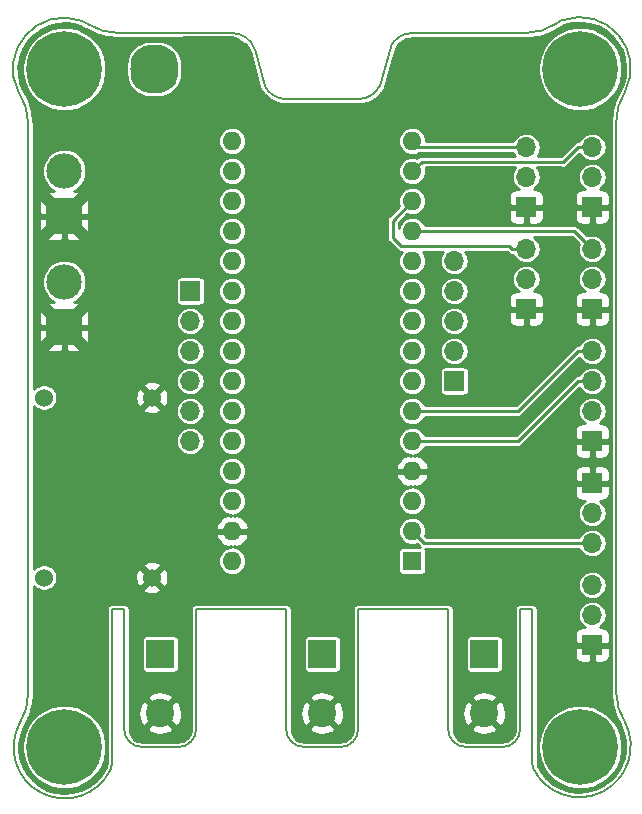
<source format=gbl>
G04 #@! TF.GenerationSoftware,KiCad,Pcbnew,(5.0.2)-1*
G04 #@! TF.CreationDate,2019-06-27T12:51:54+02:00*
G04 #@! TF.ProjectId,PCB_RControl,5043425f-5243-46f6-9e74-726f6c2e6b69,rev?*
G04 #@! TF.SameCoordinates,PX6e75580PY80fd3d8*
G04 #@! TF.FileFunction,Copper,L2,Bot*
G04 #@! TF.FilePolarity,Positive*
%FSLAX46Y46*%
G04 Gerber Fmt 4.6, Leading zero omitted, Abs format (unit mm)*
G04 Created by KiCad (PCBNEW (5.0.2)-1) date 27/06/2019 12:51:54*
%MOMM*%
%LPD*%
G01*
G04 APERTURE LIST*
G04 #@! TA.AperFunction,NonConductor*
%ADD10C,0.150000*%
G04 #@! TD*
G04 #@! TA.AperFunction,ComponentPad*
%ADD11R,1.600000X1.600000*%
G04 #@! TD*
G04 #@! TA.AperFunction,ComponentPad*
%ADD12O,1.600000X1.600000*%
G04 #@! TD*
G04 #@! TA.AperFunction,ComponentPad*
%ADD13C,2.400000*%
G04 #@! TD*
G04 #@! TA.AperFunction,ComponentPad*
%ADD14R,2.400000X2.400000*%
G04 #@! TD*
G04 #@! TA.AperFunction,ComponentPad*
%ADD15C,6.400000*%
G04 #@! TD*
G04 #@! TA.AperFunction,ComponentPad*
%ADD16C,0.800000*%
G04 #@! TD*
G04 #@! TA.AperFunction,ComponentPad*
%ADD17O,3.000000X3.000000*%
G04 #@! TD*
G04 #@! TA.AperFunction,Conductor*
%ADD18C,0.100000*%
G04 #@! TD*
G04 #@! TA.AperFunction,ComponentPad*
%ADD19C,3.000000*%
G04 #@! TD*
G04 #@! TA.AperFunction,ComponentPad*
%ADD20C,4.000000*%
G04 #@! TD*
G04 #@! TA.AperFunction,ComponentPad*
%ADD21O,1.700000X1.700000*%
G04 #@! TD*
G04 #@! TA.AperFunction,ComponentPad*
%ADD22R,1.700000X1.700000*%
G04 #@! TD*
G04 #@! TA.AperFunction,ComponentPad*
%ADD23C,1.524000*%
G04 #@! TD*
G04 #@! TA.AperFunction,ViaPad*
%ADD24C,0.800000*%
G04 #@! TD*
G04 #@! TA.AperFunction,Conductor*
%ADD25C,0.250000*%
G04 #@! TD*
G04 #@! TA.AperFunction,Conductor*
%ADD26C,1.000000*%
G04 #@! TD*
G04 #@! TA.AperFunction,Conductor*
%ADD27C,0.254000*%
G04 #@! TD*
G04 APERTURE END LIST*
D10*
X43180000Y6223000D02*
G75*
G02X41656000Y4699000I-1524000J0D01*
G01*
X38608000Y4699000D02*
G75*
G02X37084000Y6223000I0J1524000D01*
G01*
X29464000Y6223000D02*
G75*
G02X27940000Y4699000I-1524000J0D01*
G01*
X24892000Y4699000D02*
G75*
G02X23368000Y6223000I0J1524000D01*
G01*
X15748000Y6223000D02*
G75*
G02X14224000Y4699000I-1524000J0D01*
G01*
X11176000Y4699000D02*
G75*
G02X9652000Y6223000I0J1524000D01*
G01*
X9144000Y65157898D02*
X18796000Y65157898D01*
X29565600Y59563000D02*
G75*
G03X31292767Y60682051I-101634J2049263D01*
G01*
X23266367Y59561549D02*
G75*
G02X21539200Y60680600I101634J2049263D01*
G01*
X18796000Y65151000D02*
G75*
G02X20701000Y63777954I0J-2008046D01*
G01*
X32208485Y64007376D02*
G75*
G02X34036000Y65151000I1827515J-888376D01*
G01*
X20701000Y63779400D02*
X21539200Y60680600D01*
X31292800Y60680600D02*
X32207200Y64008000D01*
X23266400Y59563000D02*
X29565600Y59563000D01*
X46291500Y65976500D02*
X46710600Y66217800D01*
X6096000Y66167000D02*
X6604000Y65887600D01*
X44196000Y3429000D02*
X44272200Y2908300D01*
X44271978Y2908193D02*
G75*
G03X52039520Y6822440I3918589J1888029D01*
G01*
X51308000Y9276080D02*
G75*
G03X52035576Y6828212I4791575J92131D01*
G01*
X8636000Y3454400D02*
X8509000Y2819400D01*
X34036000Y65151000D02*
X43688000Y65151000D01*
X46710558Y66217912D02*
G75*
G02X52032465Y60141254I1511907J-4044658D01*
G01*
X51304004Y57601254D02*
G75*
G02X52032466Y60141253I4792461J0D01*
G01*
X43688059Y65149549D02*
G75*
G03X46291500Y65976500I-88393J4789885D01*
G01*
X8502174Y2797261D02*
G75*
G02X795841Y6690366I-3896333J1861105D01*
G01*
X1524130Y9271001D02*
G75*
G02X795840Y6690367I-4792289J-40635D01*
G01*
X742276Y60060480D02*
G75*
G02X6096000Y66167000I3829724J2042520D01*
G01*
X1523595Y57480201D02*
G75*
G03X762000Y60071000I-4787494J0D01*
G01*
X9144000Y65157898D02*
G75*
G02X6604000Y65887600I0J4785563D01*
G01*
X51302920Y57622440D02*
X51308000Y9271000D01*
X44196000Y16383000D02*
X44196000Y3429000D01*
X43180000Y16383000D02*
X44196000Y16383000D01*
X43180000Y6223000D02*
X43180000Y16383000D01*
X38608000Y4699000D02*
X41656000Y4699000D01*
X37084000Y16383000D02*
X37084000Y6223000D01*
X29464000Y16383000D02*
X37084000Y16383000D01*
X29464000Y6223000D02*
X29464000Y16383000D01*
X24892000Y4699000D02*
X27940000Y4699000D01*
X23368000Y16383000D02*
X23368000Y6223000D01*
X15748000Y16383000D02*
X23368000Y16383000D01*
X15748000Y6223000D02*
X15748000Y16383000D01*
X11176000Y4699000D02*
X14224000Y4699000D01*
X9652000Y16383000D02*
X9652000Y6223000D01*
X8636000Y16383000D02*
X9652000Y16383000D01*
X8636000Y3454400D02*
X8636000Y16383000D01*
X1524000Y9271000D02*
X1524000Y57480200D01*
D11*
G04 #@! TO.P,A1,1*
G04 #@! TO.N,Net-(A1-Pad1)*
X34036000Y20447000D03*
D12*
G04 #@! TO.P,A1,17*
G04 #@! TO.N,Net-(A1-Pad17)*
X18796000Y53467000D03*
G04 #@! TO.P,A1,2*
G04 #@! TO.N,/S_MANDO*
X34036000Y22987000D03*
G04 #@! TO.P,A1,18*
G04 #@! TO.N,Net-(A1-Pad18)*
X18796000Y50927000D03*
G04 #@! TO.P,A1,3*
G04 #@! TO.N,Net-(A1-Pad3)*
X34036000Y25527000D03*
G04 #@! TO.P,A1,19*
G04 #@! TO.N,/VOLTIMETRO*
X18796000Y48387000D03*
G04 #@! TO.P,A1,4*
G04 #@! TO.N,GND*
X34036000Y28067000D03*
G04 #@! TO.P,A1,20*
G04 #@! TO.N,/AMPERIMETRO*
X18796000Y45847000D03*
G04 #@! TO.P,A1,5*
G04 #@! TO.N,/ENC1*
X34036000Y30607000D03*
G04 #@! TO.P,A1,21*
G04 #@! TO.N,Net-(A1-Pad21)*
X18796000Y43307000D03*
G04 #@! TO.P,A1,6*
G04 #@! TO.N,/ENC2*
X34036000Y33147000D03*
G04 #@! TO.P,A1,22*
G04 #@! TO.N,Net-(A1-Pad22)*
X18796000Y40767000D03*
G04 #@! TO.P,A1,7*
G04 #@! TO.N,Net-(A1-Pad7)*
X34036000Y35687000D03*
G04 #@! TO.P,A1,23*
G04 #@! TO.N,Net-(A1-Pad23)*
X18796000Y38227000D03*
G04 #@! TO.P,A1,8*
G04 #@! TO.N,Net-(A1-Pad8)*
X34036000Y38227000D03*
G04 #@! TO.P,A1,24*
G04 #@! TO.N,Net-(A1-Pad24)*
X18796000Y35687000D03*
G04 #@! TO.P,A1,9*
G04 #@! TO.N,Net-(A1-Pad9)*
X34036000Y40767000D03*
G04 #@! TO.P,A1,25*
G04 #@! TO.N,Net-(A1-Pad25)*
X18796000Y33147000D03*
G04 #@! TO.P,A1,10*
G04 #@! TO.N,Net-(A1-Pad10)*
X34036000Y43307000D03*
G04 #@! TO.P,A1,26*
G04 #@! TO.N,Net-(A1-Pad26)*
X18796000Y30607000D03*
G04 #@! TO.P,A1,11*
G04 #@! TO.N,Net-(A1-Pad11)*
X34036000Y45847000D03*
G04 #@! TO.P,A1,27*
G04 #@! TO.N,+5V*
X18796000Y28067000D03*
G04 #@! TO.P,A1,12*
G04 #@! TO.N,/SERVO1*
X34036000Y48387000D03*
G04 #@! TO.P,A1,28*
G04 #@! TO.N,Net-(A1-Pad28)*
X18796000Y25527000D03*
G04 #@! TO.P,A1,13*
G04 #@! TO.N,/SERVO2*
X34036000Y50927000D03*
G04 #@! TO.P,A1,29*
G04 #@! TO.N,GND*
X18796000Y22987000D03*
G04 #@! TO.P,A1,14*
G04 #@! TO.N,/MOTOR1*
X34036000Y53467000D03*
G04 #@! TO.P,A1,30*
G04 #@! TO.N,Net-(A1-Pad30)*
X18796000Y20447000D03*
G04 #@! TO.P,A1,15*
G04 #@! TO.N,/MOTOR2*
X34036000Y56007000D03*
G04 #@! TO.P,A1,16*
G04 #@! TO.N,Net-(A1-Pad16)*
X18796000Y56007000D03*
G04 #@! TD*
D13*
G04 #@! TO.P,C2,2*
G04 #@! TO.N,GND*
X12700000Y7573000D03*
D14*
G04 #@! TO.P,C2,1*
G04 #@! TO.N,+5V*
X12700000Y12573000D03*
G04 #@! TD*
G04 #@! TO.P,C3,1*
G04 #@! TO.N,+5V*
X26416000Y12573000D03*
D13*
G04 #@! TO.P,C3,2*
G04 #@! TO.N,GND*
X26416000Y7573000D03*
G04 #@! TD*
D14*
G04 #@! TO.P,C1,1*
G04 #@! TO.N,+5V*
X40132000Y12573000D03*
D13*
G04 #@! TO.P,C1,2*
G04 #@! TO.N,GND*
X40132000Y7573000D03*
G04 #@! TD*
D15*
G04 #@! TO.P,,1*
G04 #@! TO.N,N/C*
X48260000Y4699000D03*
D16*
X50660000Y4699000D03*
X49957056Y3001944D03*
X48260000Y2299000D03*
X46562944Y3001944D03*
X45860000Y4699000D03*
X46562944Y6396056D03*
X48260000Y7099000D03*
X49957056Y6396056D03*
G04 #@! TD*
G04 #@! TO.P,,1*
G04 #@! TO.N,N/C*
X6269056Y6396056D03*
X4572000Y7099000D03*
X2874944Y6396056D03*
X2172000Y4699000D03*
X2874944Y3001944D03*
X4572000Y2299000D03*
X6269056Y3001944D03*
X6972000Y4699000D03*
D15*
X4572000Y4699000D03*
G04 #@! TD*
G04 #@! TO.P,,1*
G04 #@! TO.N,N/C*
X4572000Y62103000D03*
D16*
X6972000Y62103000D03*
X6269056Y60405944D03*
X4572000Y59703000D03*
X2874944Y60405944D03*
X2172000Y62103000D03*
X2874944Y63800056D03*
X4572000Y64503000D03*
X6269056Y63800056D03*
G04 #@! TD*
D17*
G04 #@! TO.P,VESC2,2*
G04 #@! TO.N,Net-(Amper\00EDmetro1-Pad3)*
X4572000Y44069000D03*
D18*
G04 #@! TD*
G04 #@! TO.N,GND*
G04 #@! TO.C,VESC2*
G36*
X5395513Y41755389D02*
X5468318Y41744589D01*
X5539714Y41726705D01*
X5609013Y41701910D01*
X5675548Y41670441D01*
X5738678Y41632602D01*
X5797795Y41588758D01*
X5852330Y41539330D01*
X5901758Y41484795D01*
X5945602Y41425678D01*
X5983441Y41362548D01*
X6014910Y41296013D01*
X6039705Y41226714D01*
X6057589Y41155318D01*
X6068389Y41082513D01*
X6072000Y41009000D01*
X6072000Y39509000D01*
X6068389Y39435487D01*
X6057589Y39362682D01*
X6039705Y39291286D01*
X6014910Y39221987D01*
X5983441Y39155452D01*
X5945602Y39092322D01*
X5901758Y39033205D01*
X5852330Y38978670D01*
X5797795Y38929242D01*
X5738678Y38885398D01*
X5675548Y38847559D01*
X5609013Y38816090D01*
X5539714Y38791295D01*
X5468318Y38773411D01*
X5395513Y38762611D01*
X5322000Y38759000D01*
X3822000Y38759000D01*
X3748487Y38762611D01*
X3675682Y38773411D01*
X3604286Y38791295D01*
X3534987Y38816090D01*
X3468452Y38847559D01*
X3405322Y38885398D01*
X3346205Y38929242D01*
X3291670Y38978670D01*
X3242242Y39033205D01*
X3198398Y39092322D01*
X3160559Y39155452D01*
X3129090Y39221987D01*
X3104295Y39291286D01*
X3086411Y39362682D01*
X3075611Y39435487D01*
X3072000Y39509000D01*
X3072000Y41009000D01*
X3075611Y41082513D01*
X3086411Y41155318D01*
X3104295Y41226714D01*
X3129090Y41296013D01*
X3160559Y41362548D01*
X3198398Y41425678D01*
X3242242Y41484795D01*
X3291670Y41539330D01*
X3346205Y41588758D01*
X3405322Y41632602D01*
X3468452Y41670441D01*
X3534987Y41701910D01*
X3604286Y41726705D01*
X3675682Y41744589D01*
X3748487Y41755389D01*
X3822000Y41759000D01*
X5322000Y41759000D01*
X5395513Y41755389D01*
X5395513Y41755389D01*
G37*
D19*
G04 #@! TO.P,VESC2,1*
G04 #@! TO.N,GND*
X4572000Y40259000D03*
G04 #@! TD*
D18*
G04 #@! TO.N,GND*
G04 #@! TO.C,VESC1*
G36*
X5395513Y51153389D02*
X5468318Y51142589D01*
X5539714Y51124705D01*
X5609013Y51099910D01*
X5675548Y51068441D01*
X5738678Y51030602D01*
X5797795Y50986758D01*
X5852330Y50937330D01*
X5901758Y50882795D01*
X5945602Y50823678D01*
X5983441Y50760548D01*
X6014910Y50694013D01*
X6039705Y50624714D01*
X6057589Y50553318D01*
X6068389Y50480513D01*
X6072000Y50407000D01*
X6072000Y48907000D01*
X6068389Y48833487D01*
X6057589Y48760682D01*
X6039705Y48689286D01*
X6014910Y48619987D01*
X5983441Y48553452D01*
X5945602Y48490322D01*
X5901758Y48431205D01*
X5852330Y48376670D01*
X5797795Y48327242D01*
X5738678Y48283398D01*
X5675548Y48245559D01*
X5609013Y48214090D01*
X5539714Y48189295D01*
X5468318Y48171411D01*
X5395513Y48160611D01*
X5322000Y48157000D01*
X3822000Y48157000D01*
X3748487Y48160611D01*
X3675682Y48171411D01*
X3604286Y48189295D01*
X3534987Y48214090D01*
X3468452Y48245559D01*
X3405322Y48283398D01*
X3346205Y48327242D01*
X3291670Y48376670D01*
X3242242Y48431205D01*
X3198398Y48490322D01*
X3160559Y48553452D01*
X3129090Y48619987D01*
X3104295Y48689286D01*
X3086411Y48760682D01*
X3075611Y48833487D01*
X3072000Y48907000D01*
X3072000Y50407000D01*
X3075611Y50480513D01*
X3086411Y50553318D01*
X3104295Y50624714D01*
X3129090Y50694013D01*
X3160559Y50760548D01*
X3198398Y50823678D01*
X3242242Y50882795D01*
X3291670Y50937330D01*
X3346205Y50986758D01*
X3405322Y51030602D01*
X3468452Y51068441D01*
X3534987Y51099910D01*
X3604286Y51124705D01*
X3675682Y51142589D01*
X3748487Y51153389D01*
X3822000Y51157000D01*
X5322000Y51157000D01*
X5395513Y51153389D01*
X5395513Y51153389D01*
G37*
D19*
G04 #@! TD*
G04 #@! TO.P,VESC1,1*
G04 #@! TO.N,GND*
X4572000Y49657000D03*
D17*
G04 #@! TO.P,VESC1,2*
G04 #@! TO.N,Net-(Amper\00EDmetro1-Pad3)*
X4572000Y53467000D03*
G04 #@! TD*
D18*
G04 #@! TO.N,GND*
G04 #@! TO.C,PANEL*
G36*
X18550414Y64099148D02*
X18628072Y64087628D01*
X18704228Y64068552D01*
X18778147Y64042104D01*
X18849117Y64008537D01*
X18916456Y63968176D01*
X18979515Y63921408D01*
X19037685Y63868685D01*
X19090408Y63810515D01*
X19137176Y63747456D01*
X19177537Y63680117D01*
X19211104Y63609147D01*
X19237552Y63535228D01*
X19256628Y63459072D01*
X19268148Y63381414D01*
X19272000Y63303000D01*
X19272000Y60903000D01*
X19268148Y60824586D01*
X19256628Y60746928D01*
X19237552Y60670772D01*
X19211104Y60596853D01*
X19177537Y60525883D01*
X19137176Y60458544D01*
X19090408Y60395485D01*
X19037685Y60337315D01*
X18979515Y60284592D01*
X18916456Y60237824D01*
X18849117Y60197463D01*
X18778147Y60163896D01*
X18704228Y60137448D01*
X18628072Y60118372D01*
X18550414Y60106852D01*
X18472000Y60103000D01*
X16072000Y60103000D01*
X15993586Y60106852D01*
X15915928Y60118372D01*
X15839772Y60137448D01*
X15765853Y60163896D01*
X15694883Y60197463D01*
X15627544Y60237824D01*
X15564485Y60284592D01*
X15506315Y60337315D01*
X15453592Y60395485D01*
X15406824Y60458544D01*
X15366463Y60525883D01*
X15332896Y60596853D01*
X15306448Y60670772D01*
X15287372Y60746928D01*
X15275852Y60824586D01*
X15272000Y60903000D01*
X15272000Y63303000D01*
X15275852Y63381414D01*
X15287372Y63459072D01*
X15306448Y63535228D01*
X15332896Y63609147D01*
X15366463Y63680117D01*
X15406824Y63747456D01*
X15453592Y63810515D01*
X15506315Y63868685D01*
X15564485Y63921408D01*
X15627544Y63968176D01*
X15694883Y64008537D01*
X15765853Y64042104D01*
X15839772Y64068552D01*
X15915928Y64087628D01*
X15993586Y64099148D01*
X16072000Y64103000D01*
X18472000Y64103000D01*
X18550414Y64099148D01*
X18550414Y64099148D01*
G37*
D20*
G04 #@! TD*
G04 #@! TO.P,PANEL,1*
G04 #@! TO.N,GND*
X17272000Y62103000D03*
D18*
G04 #@! TO.N,Net-(Amper\00EDmetro1-Pad1)*
G04 #@! TO.C,PANEL*
G36*
X12748827Y64095296D02*
X12904145Y64072256D01*
X13056455Y64034105D01*
X13204293Y63981207D01*
X13346235Y63914074D01*
X13480912Y63833351D01*
X13607029Y63739817D01*
X13723371Y63634371D01*
X13828817Y63518029D01*
X13922351Y63391912D01*
X14003074Y63257235D01*
X14070207Y63115293D01*
X14123105Y62967455D01*
X14161256Y62815145D01*
X14184296Y62659827D01*
X14192000Y62503000D01*
X14192000Y61703000D01*
X14184296Y61546173D01*
X14161256Y61390855D01*
X14123105Y61238545D01*
X14070207Y61090707D01*
X14003074Y60948765D01*
X13922351Y60814088D01*
X13828817Y60687971D01*
X13723371Y60571629D01*
X13607029Y60466183D01*
X13480912Y60372649D01*
X13346235Y60291926D01*
X13204293Y60224793D01*
X13056455Y60171895D01*
X12904145Y60133744D01*
X12748827Y60110704D01*
X12592000Y60103000D01*
X11792000Y60103000D01*
X11635173Y60110704D01*
X11479855Y60133744D01*
X11327545Y60171895D01*
X11179707Y60224793D01*
X11037765Y60291926D01*
X10903088Y60372649D01*
X10776971Y60466183D01*
X10660629Y60571629D01*
X10555183Y60687971D01*
X10461649Y60814088D01*
X10380926Y60948765D01*
X10313793Y61090707D01*
X10260895Y61238545D01*
X10222744Y61390855D01*
X10199704Y61546173D01*
X10192000Y61703000D01*
X10192000Y62503000D01*
X10199704Y62659827D01*
X10222744Y62815145D01*
X10260895Y62967455D01*
X10313793Y63115293D01*
X10380926Y63257235D01*
X10461649Y63391912D01*
X10555183Y63518029D01*
X10660629Y63634371D01*
X10776971Y63739817D01*
X10903088Y63833351D01*
X11037765Y63914074D01*
X11179707Y63981207D01*
X11327545Y64034105D01*
X11479855Y64072256D01*
X11635173Y64095296D01*
X11792000Y64103000D01*
X12592000Y64103000D01*
X12748827Y64095296D01*
X12748827Y64095296D01*
G37*
D20*
G04 #@! TD*
G04 #@! TO.P,PANEL,2*
G04 #@! TO.N,Net-(Amper\00EDmetro1-Pad1)*
X12192000Y62103000D03*
D21*
G04 #@! TO.P,Batt_Aux1,3*
G04 #@! TO.N,Net-(Batt_Aux1-Pad3)*
X49276000Y18415000D03*
G04 #@! TO.P,Batt_Aux1,2*
G04 #@! TO.N,+5V*
X49276000Y15875000D03*
D22*
G04 #@! TO.P,Batt_Aux1,1*
G04 #@! TO.N,GND*
X49276000Y13335000D03*
G04 #@! TD*
G04 #@! TO.P,ENCODERS1,1*
G04 #@! TO.N,GND*
X49276000Y30607000D03*
D21*
G04 #@! TO.P,ENCODERS1,2*
G04 #@! TO.N,+5V*
X49276000Y33147000D03*
G04 #@! TO.P,ENCODERS1,3*
G04 #@! TO.N,/ENC1*
X49276000Y35687000D03*
G04 #@! TO.P,ENCODERS1,4*
G04 #@! TO.N,/ENC2*
X49276000Y38227000D03*
G04 #@! TD*
D22*
G04 #@! TO.P,Ibus1,1*
G04 #@! TO.N,GND*
X49276000Y27051000D03*
D21*
G04 #@! TO.P,Ibus1,2*
G04 #@! TO.N,+5V*
X49276000Y24511000D03*
G04 #@! TO.P,Ibus1,3*
G04 #@! TO.N,/S_MANDO*
X49276000Y21971000D03*
G04 #@! TD*
D22*
G04 #@! TO.P,J1,1*
G04 #@! TO.N,Net-(A1-Pad7)*
X37592000Y35687000D03*
D21*
G04 #@! TO.P,J1,2*
G04 #@! TO.N,Net-(A1-Pad8)*
X37592000Y38227000D03*
G04 #@! TO.P,J1,3*
G04 #@! TO.N,Net-(A1-Pad9)*
X37592000Y40767000D03*
G04 #@! TO.P,J1,4*
G04 #@! TO.N,Net-(A1-Pad10)*
X37592000Y43307000D03*
G04 #@! TO.P,J1,5*
G04 #@! TO.N,Net-(A1-Pad11)*
X37592000Y45847000D03*
G04 #@! TD*
D22*
G04 #@! TO.P,J2,1*
G04 #@! TO.N,Net-(A1-Pad21)*
X15240000Y43307000D03*
D21*
G04 #@! TO.P,J2,2*
G04 #@! TO.N,Net-(A1-Pad22)*
X15240000Y40767000D03*
G04 #@! TO.P,J2,3*
G04 #@! TO.N,Net-(A1-Pad23)*
X15240000Y38227000D03*
G04 #@! TO.P,J2,4*
G04 #@! TO.N,Net-(A1-Pad24)*
X15240000Y35687000D03*
G04 #@! TO.P,J2,5*
G04 #@! TO.N,Net-(A1-Pad25)*
X15240000Y33147000D03*
G04 #@! TO.P,J2,6*
G04 #@! TO.N,Net-(A1-Pad26)*
X15240000Y30607000D03*
G04 #@! TD*
G04 #@! TO.P,MOT1,3*
G04 #@! TO.N,/MOTOR1*
X49276000Y55499000D03*
G04 #@! TO.P,MOT1,2*
G04 #@! TO.N,Net-(JP1-Pad1)*
X49276000Y52959000D03*
D22*
G04 #@! TO.P,MOT1,1*
G04 #@! TO.N,GND*
X49276000Y50419000D03*
G04 #@! TD*
G04 #@! TO.P,MOT2,1*
G04 #@! TO.N,GND*
X43688000Y50419000D03*
D21*
G04 #@! TO.P,MOT2,2*
G04 #@! TO.N,Net-(JP2-Pad1)*
X43688000Y52959000D03*
G04 #@! TO.P,MOT2,3*
G04 #@! TO.N,/MOTOR2*
X43688000Y55499000D03*
G04 #@! TD*
G04 #@! TO.P,SERVO1,3*
G04 #@! TO.N,/SERVO1*
X49276000Y46863000D03*
G04 #@! TO.P,SERVO1,2*
G04 #@! TO.N,+5V*
X49276000Y44323000D03*
D22*
G04 #@! TO.P,SERVO1,1*
G04 #@! TO.N,GND*
X49276000Y41783000D03*
G04 #@! TD*
G04 #@! TO.P,SERVO2,1*
G04 #@! TO.N,GND*
X43688000Y41783000D03*
D21*
G04 #@! TO.P,SERVO2,2*
G04 #@! TO.N,+5V*
X43688000Y44323000D03*
G04 #@! TO.P,SERVO2,3*
G04 #@! TO.N,/SERVO2*
X43688000Y46863000D03*
G04 #@! TD*
D23*
G04 #@! TO.P,U1,1*
G04 #@! TO.N,Net-(Amper\00EDmetro1-Pad3)*
X2857500Y34290000D03*
G04 #@! TO.P,U1,2*
G04 #@! TO.N,GND*
X12001500Y34290000D03*
G04 #@! TO.P,U1,3*
G04 #@! TO.N,+5V*
X2857500Y19050000D03*
G04 #@! TO.P,U1,4*
G04 #@! TO.N,GND*
X11997500Y19050000D03*
G04 #@! TD*
D16*
G04 #@! TO.P,,1*
G04 #@! TO.N,N/C*
X49957056Y63800056D03*
X48260000Y64503000D03*
X46562944Y63800056D03*
X45860000Y62103000D03*
X46562944Y60405944D03*
X48260000Y59703000D03*
X49957056Y60405944D03*
X50660000Y62103000D03*
D15*
X48260000Y62103000D03*
G04 #@! TD*
D24*
G04 #@! TO.N,GND*
X16637000Y49212500D03*
X16700500Y47879000D03*
X6667500Y19050000D03*
X4889500Y12700000D03*
G04 #@! TD*
D25*
G04 #@! TO.N,/S_MANDO*
X35052000Y21971000D02*
X34036000Y22987000D01*
X49276000Y21971000D02*
X35052000Y21971000D01*
G04 #@! TO.N,GND*
X16637000Y49212500D02*
X14795500Y51054000D01*
X14795500Y59626500D02*
X17272000Y62103000D01*
X14795500Y51054000D02*
X14795500Y59626500D01*
X16134815Y47879000D02*
X15367000Y48646815D01*
X16700500Y47879000D02*
X16134815Y47879000D01*
X15367000Y48646815D02*
X15367000Y55880000D01*
X15367000Y55880000D02*
X17780000Y58293000D01*
X17780000Y58293000D02*
X20002500Y58293000D01*
X20002500Y58293000D02*
X20510500Y58801000D01*
X20510500Y58864500D02*
X17272000Y62103000D01*
X20510500Y58801000D02*
X20510500Y58864500D01*
D26*
X17272000Y60003000D02*
X17394500Y59880500D01*
X17272000Y62103000D02*
X17272000Y60003000D01*
X17394500Y59880500D02*
X20447000Y59880500D01*
X20447000Y59880500D02*
X14732000Y59880500D01*
X14732000Y59880500D02*
X15240000Y59372500D01*
X15240000Y59372500D02*
X15240000Y63944500D01*
X15240000Y63944500D02*
X14801612Y64382888D01*
X18691555Y64382888D02*
X19048855Y64326645D01*
X14801612Y64382888D02*
X18691555Y64382888D01*
X19048855Y64326645D02*
X19431000Y63944500D01*
X19431000Y63944500D02*
X19431000Y58801000D01*
X7302500Y46926500D02*
X4572000Y49657000D01*
X7175500Y52260500D02*
X4572000Y49657000D01*
X4572000Y49657000D02*
X3220960Y51008040D01*
X3220960Y51008040D02*
X2667000Y51562000D01*
X4572000Y49657000D02*
X2603500Y47688500D01*
X6985000Y37846000D02*
X4572000Y40259000D01*
X7048500Y42735500D02*
X4572000Y40259000D01*
X2540000Y42291000D02*
X4572000Y40259000D01*
X4572000Y40259000D02*
X3220960Y38907960D01*
X3220960Y38907960D02*
X2603500Y38290500D01*
X6667500Y19050000D02*
X6667500Y14478000D01*
X6667500Y14478000D02*
X4889500Y12700000D01*
D25*
G04 #@! TO.N,/ENC1*
X35167370Y30607000D02*
X34036000Y30607000D01*
X42993919Y30607000D02*
X35167370Y30607000D01*
X48073919Y35687000D02*
X42993919Y30607000D01*
X49276000Y35687000D02*
X48073919Y35687000D01*
G04 #@! TO.N,/ENC2*
X35167370Y33147000D02*
X34036000Y33147000D01*
X42993919Y33147000D02*
X35167370Y33147000D01*
X48073919Y38227000D02*
X42993919Y33147000D01*
X49276000Y38227000D02*
X48073919Y38227000D01*
G04 #@! TO.N,/SERVO1*
X47752000Y48387000D02*
X49276000Y46863000D01*
X34036000Y48387000D02*
X47752000Y48387000D01*
G04 #@! TO.N,/SERVO2*
X42485919Y46863000D02*
X42231919Y47117000D01*
X43688000Y46863000D02*
X42485919Y46863000D01*
X42231919Y47117000D02*
X33083500Y47117000D01*
X33083500Y47117000D02*
X32385000Y47815500D01*
X32385000Y49276000D02*
X34036000Y50927000D01*
X32385000Y47815500D02*
X32385000Y49276000D01*
G04 #@! TO.N,/MOTOR1*
X48073919Y55499000D02*
X46803919Y54229000D01*
X49276000Y55499000D02*
X48073919Y55499000D01*
X34835999Y54266999D02*
X34036000Y53467000D01*
X46765920Y54266999D02*
X34835999Y54266999D01*
X46803919Y54229000D02*
X46765920Y54266999D01*
G04 #@! TO.N,/MOTOR2*
X34544000Y55499000D02*
X34036000Y56007000D01*
X43688000Y55499000D02*
X34544000Y55499000D01*
G04 #@! TD*
D27*
G04 #@! TO.N,GND*
G36*
X49039281Y65949879D02*
X49738686Y65727288D01*
X50383383Y65376458D01*
X50950111Y64910046D01*
X51418416Y64344886D01*
X51771401Y63701371D01*
X51996334Y63002710D01*
X52085095Y62274123D01*
X52034483Y61541900D01*
X51844726Y60826437D01*
X51632388Y60353703D01*
X51625873Y60343176D01*
X51618816Y60329023D01*
X51610206Y60315765D01*
X51604833Y60305222D01*
X51216930Y59518632D01*
X51204227Y59485538D01*
X51190648Y59452755D01*
X51187287Y59441409D01*
X50949224Y58597302D01*
X50942762Y58562436D01*
X50935387Y58527738D01*
X50934150Y58515969D01*
X50861372Y57723931D01*
X50857451Y57711000D01*
X50850918Y57644597D01*
X50856003Y9248748D01*
X50862550Y9182347D01*
X50863865Y9178015D01*
X50945771Y8405659D01*
X50952493Y8372033D01*
X50958157Y8338204D01*
X50961320Y8326802D01*
X51206819Y7484826D01*
X51219820Y7451830D01*
X51231954Y7418503D01*
X51237143Y7407868D01*
X51631968Y6624730D01*
X51632285Y6624223D01*
X51918702Y5926347D01*
X52065143Y5200984D01*
X52071778Y4461015D01*
X51938370Y3733143D01*
X51669732Y3043630D01*
X51275558Y2417357D01*
X50770066Y1876916D01*
X50171505Y1441814D01*
X49501461Y1127745D01*
X48784117Y946044D01*
X48045360Y903269D01*
X47311837Y1000962D01*
X46610023Y1235598D01*
X45965245Y1598706D01*
X45400755Y2077194D01*
X44932867Y2658841D01*
X44707275Y3056850D01*
X44648000Y3461897D01*
X44648000Y5051304D01*
X44683000Y5051304D01*
X44683000Y4346696D01*
X44820462Y3655627D01*
X45090103Y3004655D01*
X45481562Y2418795D01*
X45979795Y1920562D01*
X46565655Y1529103D01*
X47216627Y1259462D01*
X47907696Y1122000D01*
X48612304Y1122000D01*
X49303373Y1259462D01*
X49954345Y1529103D01*
X50540205Y1920562D01*
X51038438Y2418795D01*
X51429897Y3004655D01*
X51699538Y3655627D01*
X51837000Y4346696D01*
X51837000Y5051304D01*
X51699538Y5742373D01*
X51429897Y6393345D01*
X51038438Y6979205D01*
X50540205Y7477438D01*
X49954345Y7868897D01*
X49303373Y8138538D01*
X48612304Y8276000D01*
X47907696Y8276000D01*
X47216627Y8138538D01*
X46565655Y7868897D01*
X45979795Y7477438D01*
X45481562Y6979205D01*
X45090103Y6393345D01*
X44820462Y5742373D01*
X44683000Y5051304D01*
X44648000Y5051304D01*
X44648000Y13049250D01*
X47791000Y13049250D01*
X47791000Y12422458D01*
X47815403Y12299777D01*
X47863270Y12184215D01*
X47932763Y12080211D01*
X48021211Y11991763D01*
X48125215Y11922270D01*
X48240777Y11874403D01*
X48363458Y11850000D01*
X48990250Y11850000D01*
X49149000Y12008750D01*
X49149000Y13208000D01*
X49403000Y13208000D01*
X49403000Y12008750D01*
X49561750Y11850000D01*
X50188542Y11850000D01*
X50311223Y11874403D01*
X50426785Y11922270D01*
X50530789Y11991763D01*
X50619237Y12080211D01*
X50688730Y12184215D01*
X50736597Y12299777D01*
X50761000Y12422458D01*
X50761000Y13049250D01*
X50602250Y13208000D01*
X49403000Y13208000D01*
X49149000Y13208000D01*
X47949750Y13208000D01*
X47791000Y13049250D01*
X44648000Y13049250D01*
X44648000Y14247542D01*
X47791000Y14247542D01*
X47791000Y13620750D01*
X47949750Y13462000D01*
X49149000Y13462000D01*
X49149000Y13482000D01*
X49403000Y13482000D01*
X49403000Y13462000D01*
X50602250Y13462000D01*
X50761000Y13620750D01*
X50761000Y14247542D01*
X50736597Y14370223D01*
X50688730Y14485785D01*
X50619237Y14589789D01*
X50530789Y14678237D01*
X50426785Y14747730D01*
X50311223Y14795597D01*
X50188542Y14820000D01*
X49905135Y14820000D01*
X49960983Y14849851D01*
X50147817Y15003183D01*
X50301149Y15190017D01*
X50415084Y15403176D01*
X50485245Y15634466D01*
X50508936Y15875000D01*
X50485245Y16115534D01*
X50415084Y16346824D01*
X50301149Y16559983D01*
X50147817Y16746817D01*
X49960983Y16900149D01*
X49747824Y17014084D01*
X49516534Y17084245D01*
X49336268Y17102000D01*
X49215732Y17102000D01*
X49035466Y17084245D01*
X48804176Y17014084D01*
X48591017Y16900149D01*
X48404183Y16746817D01*
X48250851Y16559983D01*
X48136916Y16346824D01*
X48066755Y16115534D01*
X48043064Y15875000D01*
X48066755Y15634466D01*
X48136916Y15403176D01*
X48250851Y15190017D01*
X48404183Y15003183D01*
X48591017Y14849851D01*
X48646865Y14820000D01*
X48363458Y14820000D01*
X48240777Y14795597D01*
X48125215Y14747730D01*
X48021211Y14678237D01*
X47932763Y14589789D01*
X47863270Y14485785D01*
X47815403Y14370223D01*
X47791000Y14247542D01*
X44648000Y14247542D01*
X44648000Y16360795D01*
X44650187Y16383000D01*
X44641460Y16471607D01*
X44615614Y16556810D01*
X44573643Y16635333D01*
X44517159Y16704159D01*
X44448333Y16760643D01*
X44369810Y16802614D01*
X44284607Y16828460D01*
X44218205Y16835000D01*
X44196000Y16837187D01*
X44173795Y16835000D01*
X43202205Y16835000D01*
X43180000Y16837187D01*
X43157795Y16835000D01*
X43091393Y16828460D01*
X43006190Y16802614D01*
X42927667Y16760643D01*
X42858841Y16704159D01*
X42802357Y16635333D01*
X42760386Y16556810D01*
X42734540Y16471607D01*
X42725813Y16383000D01*
X42728001Y16360785D01*
X42728000Y6245107D01*
X42705458Y6015200D01*
X42645111Y5815322D01*
X42547084Y5630961D01*
X42415122Y5469158D01*
X42254241Y5336068D01*
X42070579Y5236762D01*
X41871122Y5175019D01*
X41642599Y5151000D01*
X38630107Y5151000D01*
X38400200Y5173542D01*
X38200322Y5233889D01*
X38015961Y5331916D01*
X37854158Y5463878D01*
X37721068Y5624759D01*
X37621762Y5808421D01*
X37560019Y6007878D01*
X37536000Y6236401D01*
X37536000Y6295020D01*
X39033626Y6295020D01*
X39153514Y6010164D01*
X39477210Y5849301D01*
X39826069Y5754678D01*
X40186684Y5729933D01*
X40545198Y5776015D01*
X40887833Y5891154D01*
X41110486Y6010164D01*
X41230374Y6295020D01*
X40132000Y7393395D01*
X39033626Y6295020D01*
X37536000Y6295020D01*
X37536000Y7518316D01*
X38288933Y7518316D01*
X38335015Y7159802D01*
X38450154Y6817167D01*
X38569164Y6594514D01*
X38854020Y6474626D01*
X39952395Y7573000D01*
X40311605Y7573000D01*
X41409980Y6474626D01*
X41694836Y6594514D01*
X41855699Y6918210D01*
X41950322Y7267069D01*
X41975067Y7627684D01*
X41928985Y7986198D01*
X41813846Y8328833D01*
X41694836Y8551486D01*
X41409980Y8671374D01*
X40311605Y7573000D01*
X39952395Y7573000D01*
X38854020Y8671374D01*
X38569164Y8551486D01*
X38408301Y8227790D01*
X38313678Y7878931D01*
X38288933Y7518316D01*
X37536000Y7518316D01*
X37536000Y8850980D01*
X39033626Y8850980D01*
X40132000Y7752605D01*
X41230374Y8850980D01*
X41110486Y9135836D01*
X40786790Y9296699D01*
X40437931Y9391322D01*
X40077316Y9416067D01*
X39718802Y9369985D01*
X39376167Y9254846D01*
X39153514Y9135836D01*
X39033626Y8850980D01*
X37536000Y8850980D01*
X37536000Y13773000D01*
X38553176Y13773000D01*
X38553176Y11373000D01*
X38560455Y11299095D01*
X38582012Y11228030D01*
X38617019Y11162537D01*
X38664131Y11105131D01*
X38721537Y11058019D01*
X38787030Y11023012D01*
X38858095Y11001455D01*
X38932000Y10994176D01*
X41332000Y10994176D01*
X41405905Y11001455D01*
X41476970Y11023012D01*
X41542463Y11058019D01*
X41599869Y11105131D01*
X41646981Y11162537D01*
X41681988Y11228030D01*
X41703545Y11299095D01*
X41710824Y11373000D01*
X41710824Y13773000D01*
X41703545Y13846905D01*
X41681988Y13917970D01*
X41646981Y13983463D01*
X41599869Y14040869D01*
X41542463Y14087981D01*
X41476970Y14122988D01*
X41405905Y14144545D01*
X41332000Y14151824D01*
X38932000Y14151824D01*
X38858095Y14144545D01*
X38787030Y14122988D01*
X38721537Y14087981D01*
X38664131Y14040869D01*
X38617019Y13983463D01*
X38582012Y13917970D01*
X38560455Y13846905D01*
X38553176Y13773000D01*
X37536000Y13773000D01*
X37536000Y16360795D01*
X37538187Y16383000D01*
X37529460Y16471607D01*
X37503614Y16556810D01*
X37461643Y16635333D01*
X37405159Y16704159D01*
X37336333Y16760643D01*
X37257810Y16802614D01*
X37172607Y16828460D01*
X37106205Y16835000D01*
X37084000Y16837187D01*
X37061795Y16835000D01*
X29486205Y16835000D01*
X29464000Y16837187D01*
X29441795Y16835000D01*
X29375393Y16828460D01*
X29290190Y16802614D01*
X29211667Y16760643D01*
X29142841Y16704159D01*
X29086357Y16635333D01*
X29044386Y16556810D01*
X29018540Y16471607D01*
X29009813Y16383000D01*
X29012001Y16360785D01*
X29012000Y6245107D01*
X28989458Y6015200D01*
X28929111Y5815322D01*
X28831084Y5630961D01*
X28699122Y5469158D01*
X28538241Y5336068D01*
X28354579Y5236762D01*
X28155122Y5175019D01*
X27926599Y5151000D01*
X24914107Y5151000D01*
X24684200Y5173542D01*
X24484322Y5233889D01*
X24299961Y5331916D01*
X24138158Y5463878D01*
X24005068Y5624759D01*
X23905762Y5808421D01*
X23844019Y6007878D01*
X23820000Y6236401D01*
X23820000Y6295020D01*
X25317626Y6295020D01*
X25437514Y6010164D01*
X25761210Y5849301D01*
X26110069Y5754678D01*
X26470684Y5729933D01*
X26829198Y5776015D01*
X27171833Y5891154D01*
X27394486Y6010164D01*
X27514374Y6295020D01*
X26416000Y7393395D01*
X25317626Y6295020D01*
X23820000Y6295020D01*
X23820000Y7518316D01*
X24572933Y7518316D01*
X24619015Y7159802D01*
X24734154Y6817167D01*
X24853164Y6594514D01*
X25138020Y6474626D01*
X26236395Y7573000D01*
X26595605Y7573000D01*
X27693980Y6474626D01*
X27978836Y6594514D01*
X28139699Y6918210D01*
X28234322Y7267069D01*
X28259067Y7627684D01*
X28212985Y7986198D01*
X28097846Y8328833D01*
X27978836Y8551486D01*
X27693980Y8671374D01*
X26595605Y7573000D01*
X26236395Y7573000D01*
X25138020Y8671374D01*
X24853164Y8551486D01*
X24692301Y8227790D01*
X24597678Y7878931D01*
X24572933Y7518316D01*
X23820000Y7518316D01*
X23820000Y8850980D01*
X25317626Y8850980D01*
X26416000Y7752605D01*
X27514374Y8850980D01*
X27394486Y9135836D01*
X27070790Y9296699D01*
X26721931Y9391322D01*
X26361316Y9416067D01*
X26002802Y9369985D01*
X25660167Y9254846D01*
X25437514Y9135836D01*
X25317626Y8850980D01*
X23820000Y8850980D01*
X23820000Y13773000D01*
X24837176Y13773000D01*
X24837176Y11373000D01*
X24844455Y11299095D01*
X24866012Y11228030D01*
X24901019Y11162537D01*
X24948131Y11105131D01*
X25005537Y11058019D01*
X25071030Y11023012D01*
X25142095Y11001455D01*
X25216000Y10994176D01*
X27616000Y10994176D01*
X27689905Y11001455D01*
X27760970Y11023012D01*
X27826463Y11058019D01*
X27883869Y11105131D01*
X27930981Y11162537D01*
X27965988Y11228030D01*
X27987545Y11299095D01*
X27994824Y11373000D01*
X27994824Y13773000D01*
X27987545Y13846905D01*
X27965988Y13917970D01*
X27930981Y13983463D01*
X27883869Y14040869D01*
X27826463Y14087981D01*
X27760970Y14122988D01*
X27689905Y14144545D01*
X27616000Y14151824D01*
X25216000Y14151824D01*
X25142095Y14144545D01*
X25071030Y14122988D01*
X25005537Y14087981D01*
X24948131Y14040869D01*
X24901019Y13983463D01*
X24866012Y13917970D01*
X24844455Y13846905D01*
X24837176Y13773000D01*
X23820000Y13773000D01*
X23820000Y16360795D01*
X23822187Y16383000D01*
X23813460Y16471607D01*
X23787614Y16556810D01*
X23745643Y16635333D01*
X23689159Y16704159D01*
X23620333Y16760643D01*
X23541810Y16802614D01*
X23456607Y16828460D01*
X23390205Y16835000D01*
X23368000Y16837187D01*
X23345795Y16835000D01*
X15770205Y16835000D01*
X15748000Y16837187D01*
X15725795Y16835000D01*
X15659393Y16828460D01*
X15574190Y16802614D01*
X15495667Y16760643D01*
X15426841Y16704159D01*
X15370357Y16635333D01*
X15328386Y16556810D01*
X15302540Y16471607D01*
X15293813Y16383000D01*
X15296001Y16360785D01*
X15296000Y6245107D01*
X15273458Y6015200D01*
X15213111Y5815322D01*
X15115084Y5630961D01*
X14983122Y5469158D01*
X14822241Y5336068D01*
X14638579Y5236762D01*
X14439122Y5175019D01*
X14210599Y5151000D01*
X11198107Y5151000D01*
X10968200Y5173542D01*
X10768322Y5233889D01*
X10583961Y5331916D01*
X10422158Y5463878D01*
X10289068Y5624759D01*
X10189762Y5808421D01*
X10128019Y6007878D01*
X10104000Y6236401D01*
X10104000Y6295020D01*
X11601626Y6295020D01*
X11721514Y6010164D01*
X12045210Y5849301D01*
X12394069Y5754678D01*
X12754684Y5729933D01*
X13113198Y5776015D01*
X13455833Y5891154D01*
X13678486Y6010164D01*
X13798374Y6295020D01*
X12700000Y7393395D01*
X11601626Y6295020D01*
X10104000Y6295020D01*
X10104000Y7518316D01*
X10856933Y7518316D01*
X10903015Y7159802D01*
X11018154Y6817167D01*
X11137164Y6594514D01*
X11422020Y6474626D01*
X12520395Y7573000D01*
X12879605Y7573000D01*
X13977980Y6474626D01*
X14262836Y6594514D01*
X14423699Y6918210D01*
X14518322Y7267069D01*
X14543067Y7627684D01*
X14496985Y7986198D01*
X14381846Y8328833D01*
X14262836Y8551486D01*
X13977980Y8671374D01*
X12879605Y7573000D01*
X12520395Y7573000D01*
X11422020Y8671374D01*
X11137164Y8551486D01*
X10976301Y8227790D01*
X10881678Y7878931D01*
X10856933Y7518316D01*
X10104000Y7518316D01*
X10104000Y8850980D01*
X11601626Y8850980D01*
X12700000Y7752605D01*
X13798374Y8850980D01*
X13678486Y9135836D01*
X13354790Y9296699D01*
X13005931Y9391322D01*
X12645316Y9416067D01*
X12286802Y9369985D01*
X11944167Y9254846D01*
X11721514Y9135836D01*
X11601626Y8850980D01*
X10104000Y8850980D01*
X10104000Y13773000D01*
X11121176Y13773000D01*
X11121176Y11373000D01*
X11128455Y11299095D01*
X11150012Y11228030D01*
X11185019Y11162537D01*
X11232131Y11105131D01*
X11289537Y11058019D01*
X11355030Y11023012D01*
X11426095Y11001455D01*
X11500000Y10994176D01*
X13900000Y10994176D01*
X13973905Y11001455D01*
X14044970Y11023012D01*
X14110463Y11058019D01*
X14167869Y11105131D01*
X14214981Y11162537D01*
X14249988Y11228030D01*
X14271545Y11299095D01*
X14278824Y11373000D01*
X14278824Y13773000D01*
X14271545Y13846905D01*
X14249988Y13917970D01*
X14214981Y13983463D01*
X14167869Y14040869D01*
X14110463Y14087981D01*
X14044970Y14122988D01*
X13973905Y14144545D01*
X13900000Y14151824D01*
X11500000Y14151824D01*
X11426095Y14144545D01*
X11355030Y14122988D01*
X11289537Y14087981D01*
X11232131Y14040869D01*
X11185019Y13983463D01*
X11150012Y13917970D01*
X11128455Y13846905D01*
X11121176Y13773000D01*
X10104000Y13773000D01*
X10104000Y16360795D01*
X10106187Y16383000D01*
X10097460Y16471607D01*
X10071614Y16556810D01*
X10029643Y16635333D01*
X9973159Y16704159D01*
X9904333Y16760643D01*
X9825810Y16802614D01*
X9740607Y16828460D01*
X9674205Y16835000D01*
X9652000Y16837187D01*
X9629795Y16835000D01*
X8658205Y16835000D01*
X8636000Y16837187D01*
X8613795Y16835000D01*
X8547393Y16828460D01*
X8462190Y16802614D01*
X8383667Y16760643D01*
X8314841Y16704159D01*
X8258357Y16635333D01*
X8216386Y16556810D01*
X8190540Y16471607D01*
X8181813Y16383000D01*
X8184001Y16360785D01*
X8184000Y3499152D01*
X8077917Y2968740D01*
X7714637Y2363703D01*
X7224641Y1817244D01*
X6640151Y1373298D01*
X5982261Y1047888D01*
X5274699Y852750D01*
X4543010Y794929D01*
X3813587Y876511D01*
X3112744Y1094555D01*
X2465786Y1441185D01*
X1896039Y1903905D01*
X1424071Y2466010D01*
X1066907Y3107225D01*
X837442Y3804399D01*
X743947Y4532395D01*
X776428Y5051304D01*
X995000Y5051304D01*
X995000Y4346696D01*
X1132462Y3655627D01*
X1402103Y3004655D01*
X1793562Y2418795D01*
X2291795Y1920562D01*
X2877655Y1529103D01*
X3528627Y1259462D01*
X4219696Y1122000D01*
X4924304Y1122000D01*
X5615373Y1259462D01*
X6266345Y1529103D01*
X6852205Y1920562D01*
X7350438Y2418795D01*
X7741897Y3004655D01*
X8011538Y3655627D01*
X8149000Y4346696D01*
X8149000Y5051304D01*
X8011538Y5742373D01*
X7741897Y6393345D01*
X7350438Y6979205D01*
X6852205Y7477438D01*
X6266345Y7868897D01*
X5615373Y8138538D01*
X4924304Y8276000D01*
X4219696Y8276000D01*
X3528627Y8138538D01*
X2877655Y7868897D01*
X2291795Y7477438D01*
X1793562Y6979205D01*
X1402103Y6393345D01*
X1132462Y5742373D01*
X995000Y5051304D01*
X776428Y5051304D01*
X789801Y5264933D01*
X974718Y5980898D01*
X1196698Y6479423D01*
X1224523Y6524812D01*
X1231944Y6539854D01*
X1240955Y6553991D01*
X1246238Y6564579D01*
X1627457Y7354429D01*
X1639879Y7387629D01*
X1653180Y7420527D01*
X1656444Y7431901D01*
X1887342Y8277996D01*
X1893509Y8312921D01*
X1900589Y8347676D01*
X1901726Y8359454D01*
X1974568Y9233460D01*
X1974562Y9234193D01*
X1976000Y9248795D01*
X1976000Y18320711D01*
X2131430Y18165281D01*
X2317981Y18040631D01*
X2525266Y17954771D01*
X2745318Y17911000D01*
X2969682Y17911000D01*
X3189734Y17954771D01*
X3397019Y18040631D01*
X3462575Y18084435D01*
X11211540Y18084435D01*
X11278520Y17844344D01*
X11527548Y17727244D01*
X11794635Y17660977D01*
X12069517Y17648090D01*
X12341633Y17689078D01*
X12600523Y17782364D01*
X12716480Y17844344D01*
X12783460Y18084435D01*
X11997500Y18870395D01*
X11211540Y18084435D01*
X3462575Y18084435D01*
X3583570Y18165281D01*
X3742219Y18323930D01*
X3866869Y18510481D01*
X3952729Y18717766D01*
X3996500Y18937818D01*
X3996500Y18977983D01*
X10595590Y18977983D01*
X10636578Y18705867D01*
X10729864Y18446977D01*
X10791844Y18331020D01*
X11031935Y18264040D01*
X11817895Y19050000D01*
X12177105Y19050000D01*
X12963065Y18264040D01*
X13203156Y18331020D01*
X13242645Y18415000D01*
X48043064Y18415000D01*
X48066755Y18174466D01*
X48136916Y17943176D01*
X48250851Y17730017D01*
X48404183Y17543183D01*
X48591017Y17389851D01*
X48804176Y17275916D01*
X49035466Y17205755D01*
X49215732Y17188000D01*
X49336268Y17188000D01*
X49516534Y17205755D01*
X49747824Y17275916D01*
X49960983Y17389851D01*
X50147817Y17543183D01*
X50301149Y17730017D01*
X50415084Y17943176D01*
X50485245Y18174466D01*
X50508936Y18415000D01*
X50485245Y18655534D01*
X50415084Y18886824D01*
X50301149Y19099983D01*
X50147817Y19286817D01*
X49960983Y19440149D01*
X49747824Y19554084D01*
X49516534Y19624245D01*
X49336268Y19642000D01*
X49215732Y19642000D01*
X49035466Y19624245D01*
X48804176Y19554084D01*
X48591017Y19440149D01*
X48404183Y19286817D01*
X48250851Y19099983D01*
X48136916Y18886824D01*
X48066755Y18655534D01*
X48043064Y18415000D01*
X13242645Y18415000D01*
X13320256Y18580048D01*
X13386523Y18847135D01*
X13399410Y19122017D01*
X13358422Y19394133D01*
X13265136Y19653023D01*
X13203156Y19768980D01*
X12963065Y19835960D01*
X12177105Y19050000D01*
X11817895Y19050000D01*
X11031935Y19835960D01*
X10791844Y19768980D01*
X10674744Y19519952D01*
X10608477Y19252865D01*
X10595590Y18977983D01*
X3996500Y18977983D01*
X3996500Y19162182D01*
X3952729Y19382234D01*
X3866869Y19589519D01*
X3742219Y19776070D01*
X3583570Y19934719D01*
X3462576Y20015565D01*
X11211540Y20015565D01*
X11997500Y19229605D01*
X12783460Y20015565D01*
X12716480Y20255656D01*
X12467452Y20372756D01*
X12200365Y20439023D01*
X11925483Y20451910D01*
X11653367Y20410922D01*
X11394477Y20317636D01*
X11278520Y20255656D01*
X11211540Y20015565D01*
X3462576Y20015565D01*
X3397019Y20059369D01*
X3189734Y20145229D01*
X2969682Y20189000D01*
X2745318Y20189000D01*
X2525266Y20145229D01*
X2317981Y20059369D01*
X2131430Y19934719D01*
X1976000Y19779289D01*
X1976000Y22637961D01*
X17404096Y22637961D01*
X17444754Y22503913D01*
X17564963Y22249580D01*
X17732481Y22023586D01*
X17940869Y21834615D01*
X18182119Y21689930D01*
X18446960Y21595091D01*
X18668998Y21716375D01*
X18668998Y21617185D01*
X18565268Y21606969D01*
X18343403Y21539667D01*
X18138930Y21430374D01*
X17959709Y21283291D01*
X17812626Y21104070D01*
X17703333Y20899597D01*
X17636031Y20677732D01*
X17613306Y20447000D01*
X17636031Y20216268D01*
X17703333Y19994403D01*
X17812626Y19789930D01*
X17959709Y19610709D01*
X18138930Y19463626D01*
X18343403Y19354333D01*
X18565268Y19287031D01*
X18738188Y19270000D01*
X18853812Y19270000D01*
X19026732Y19287031D01*
X19248597Y19354333D01*
X19453070Y19463626D01*
X19632291Y19610709D01*
X19779374Y19789930D01*
X19888667Y19994403D01*
X19955969Y20216268D01*
X19978694Y20447000D01*
X19955969Y20677732D01*
X19888667Y20899597D01*
X19779374Y21104070D01*
X19632291Y21283291D01*
X19453070Y21430374D01*
X19248597Y21539667D01*
X19026732Y21606969D01*
X18923002Y21617185D01*
X18923002Y21716375D01*
X19145040Y21595091D01*
X19409881Y21689930D01*
X19651131Y21834615D01*
X19859519Y22023586D01*
X20027037Y22249580D01*
X20147246Y22503913D01*
X20187904Y22637961D01*
X20065915Y22860000D01*
X18923000Y22860000D01*
X18923000Y22840000D01*
X18669000Y22840000D01*
X18669000Y22860000D01*
X17526085Y22860000D01*
X17404096Y22637961D01*
X1976000Y22637961D01*
X1976000Y22987000D01*
X32853306Y22987000D01*
X32876031Y22756268D01*
X32943333Y22534403D01*
X33052626Y22329930D01*
X33199709Y22150709D01*
X33378930Y22003626D01*
X33583403Y21894333D01*
X33805268Y21827031D01*
X33978188Y21810000D01*
X34093812Y21810000D01*
X34266732Y21827031D01*
X34434993Y21878072D01*
X34679603Y21633462D01*
X34685871Y21625824D01*
X33236000Y21625824D01*
X33162095Y21618545D01*
X33091030Y21596988D01*
X33025537Y21561981D01*
X32968131Y21514869D01*
X32921019Y21457463D01*
X32886012Y21391970D01*
X32864455Y21320905D01*
X32857176Y21247000D01*
X32857176Y19647000D01*
X32864455Y19573095D01*
X32886012Y19502030D01*
X32921019Y19436537D01*
X32968131Y19379131D01*
X33025537Y19332019D01*
X33091030Y19297012D01*
X33162095Y19275455D01*
X33236000Y19268176D01*
X34836000Y19268176D01*
X34909905Y19275455D01*
X34980970Y19297012D01*
X35046463Y19332019D01*
X35103869Y19379131D01*
X35150981Y19436537D01*
X35185988Y19502030D01*
X35207545Y19573095D01*
X35214824Y19647000D01*
X35214824Y21247000D01*
X35207545Y21320905D01*
X35185988Y21391970D01*
X35150981Y21457463D01*
X35141513Y21469000D01*
X48153045Y21469000D01*
X48250851Y21286017D01*
X48404183Y21099183D01*
X48591017Y20945851D01*
X48804176Y20831916D01*
X49035466Y20761755D01*
X49215732Y20744000D01*
X49336268Y20744000D01*
X49516534Y20761755D01*
X49747824Y20831916D01*
X49960983Y20945851D01*
X50147817Y21099183D01*
X50301149Y21286017D01*
X50415084Y21499176D01*
X50485245Y21730466D01*
X50508936Y21971000D01*
X50485245Y22211534D01*
X50415084Y22442824D01*
X50301149Y22655983D01*
X50147817Y22842817D01*
X49960983Y22996149D01*
X49747824Y23110084D01*
X49516534Y23180245D01*
X49336268Y23198000D01*
X49215732Y23198000D01*
X49035466Y23180245D01*
X48804176Y23110084D01*
X48591017Y22996149D01*
X48404183Y22842817D01*
X48250851Y22655983D01*
X48153045Y22473000D01*
X35259935Y22473000D01*
X35144928Y22588007D01*
X35195969Y22756268D01*
X35218694Y22987000D01*
X35195969Y23217732D01*
X35128667Y23439597D01*
X35019374Y23644070D01*
X34872291Y23823291D01*
X34693070Y23970374D01*
X34488597Y24079667D01*
X34266732Y24146969D01*
X34093812Y24164000D01*
X33978188Y24164000D01*
X33805268Y24146969D01*
X33583403Y24079667D01*
X33378930Y23970374D01*
X33199709Y23823291D01*
X33052626Y23644070D01*
X32943333Y23439597D01*
X32876031Y23217732D01*
X32853306Y22987000D01*
X1976000Y22987000D01*
X1976000Y23336039D01*
X17404096Y23336039D01*
X17526085Y23114000D01*
X18669000Y23114000D01*
X18669000Y23134000D01*
X18923000Y23134000D01*
X18923000Y23114000D01*
X20065915Y23114000D01*
X20187904Y23336039D01*
X20147246Y23470087D01*
X20027037Y23724420D01*
X19859519Y23950414D01*
X19651131Y24139385D01*
X19409881Y24284070D01*
X19145040Y24378909D01*
X18923002Y24257625D01*
X18923002Y24356815D01*
X19026732Y24367031D01*
X19248597Y24434333D01*
X19453070Y24543626D01*
X19632291Y24690709D01*
X19779374Y24869930D01*
X19888667Y25074403D01*
X19955969Y25296268D01*
X19978694Y25527000D01*
X19955969Y25757732D01*
X19888667Y25979597D01*
X19779374Y26184070D01*
X19632291Y26363291D01*
X19453070Y26510374D01*
X19248597Y26619667D01*
X19026732Y26686969D01*
X18853812Y26704000D01*
X18738188Y26704000D01*
X18565268Y26686969D01*
X18343403Y26619667D01*
X18138930Y26510374D01*
X17959709Y26363291D01*
X17812626Y26184070D01*
X17703333Y25979597D01*
X17636031Y25757732D01*
X17613306Y25527000D01*
X17636031Y25296268D01*
X17703333Y25074403D01*
X17812626Y24869930D01*
X17959709Y24690709D01*
X18138930Y24543626D01*
X18343403Y24434333D01*
X18565268Y24367031D01*
X18668998Y24356815D01*
X18668998Y24257625D01*
X18446960Y24378909D01*
X18182119Y24284070D01*
X17940869Y24139385D01*
X17732481Y23950414D01*
X17564963Y23724420D01*
X17444754Y23470087D01*
X17404096Y23336039D01*
X1976000Y23336039D01*
X1976000Y28067000D01*
X17613306Y28067000D01*
X17636031Y27836268D01*
X17703333Y27614403D01*
X17812626Y27409930D01*
X17959709Y27230709D01*
X18138930Y27083626D01*
X18343403Y26974333D01*
X18565268Y26907031D01*
X18738188Y26890000D01*
X18853812Y26890000D01*
X19026732Y26907031D01*
X19248597Y26974333D01*
X19453070Y27083626D01*
X19632291Y27230709D01*
X19779374Y27409930D01*
X19888667Y27614403D01*
X19920080Y27717961D01*
X32644096Y27717961D01*
X32684754Y27583913D01*
X32804963Y27329580D01*
X32972481Y27103586D01*
X33180869Y26914615D01*
X33422119Y26769930D01*
X33686960Y26675091D01*
X33908998Y26796375D01*
X33908998Y26697185D01*
X33805268Y26686969D01*
X33583403Y26619667D01*
X33378930Y26510374D01*
X33199709Y26363291D01*
X33052626Y26184070D01*
X32943333Y25979597D01*
X32876031Y25757732D01*
X32853306Y25527000D01*
X32876031Y25296268D01*
X32943333Y25074403D01*
X33052626Y24869930D01*
X33199709Y24690709D01*
X33378930Y24543626D01*
X33583403Y24434333D01*
X33805268Y24367031D01*
X33978188Y24350000D01*
X34093812Y24350000D01*
X34266732Y24367031D01*
X34488597Y24434333D01*
X34693070Y24543626D01*
X34872291Y24690709D01*
X35019374Y24869930D01*
X35128667Y25074403D01*
X35195969Y25296268D01*
X35218694Y25527000D01*
X35195969Y25757732D01*
X35128667Y25979597D01*
X35019374Y26184070D01*
X34872291Y26363291D01*
X34693070Y26510374D01*
X34488597Y26619667D01*
X34266732Y26686969D01*
X34163002Y26697185D01*
X34163002Y26796375D01*
X34385040Y26675091D01*
X34636811Y26765250D01*
X47791000Y26765250D01*
X47791000Y26138458D01*
X47815403Y26015777D01*
X47863270Y25900215D01*
X47932763Y25796211D01*
X48021211Y25707763D01*
X48125215Y25638270D01*
X48240777Y25590403D01*
X48363458Y25566000D01*
X48646865Y25566000D01*
X48591017Y25536149D01*
X48404183Y25382817D01*
X48250851Y25195983D01*
X48136916Y24982824D01*
X48066755Y24751534D01*
X48043064Y24511000D01*
X48066755Y24270466D01*
X48136916Y24039176D01*
X48250851Y23826017D01*
X48404183Y23639183D01*
X48591017Y23485851D01*
X48804176Y23371916D01*
X49035466Y23301755D01*
X49215732Y23284000D01*
X49336268Y23284000D01*
X49516534Y23301755D01*
X49747824Y23371916D01*
X49960983Y23485851D01*
X50147817Y23639183D01*
X50301149Y23826017D01*
X50415084Y24039176D01*
X50485245Y24270466D01*
X50508936Y24511000D01*
X50485245Y24751534D01*
X50415084Y24982824D01*
X50301149Y25195983D01*
X50147817Y25382817D01*
X49960983Y25536149D01*
X49905135Y25566000D01*
X50188542Y25566000D01*
X50311223Y25590403D01*
X50426785Y25638270D01*
X50530789Y25707763D01*
X50619237Y25796211D01*
X50688730Y25900215D01*
X50736597Y26015777D01*
X50761000Y26138458D01*
X50761000Y26765250D01*
X50602250Y26924000D01*
X49403000Y26924000D01*
X49403000Y26904000D01*
X49149000Y26904000D01*
X49149000Y26924000D01*
X47949750Y26924000D01*
X47791000Y26765250D01*
X34636811Y26765250D01*
X34649881Y26769930D01*
X34891131Y26914615D01*
X35099519Y27103586D01*
X35267037Y27329580D01*
X35387246Y27583913D01*
X35427904Y27717961D01*
X35305915Y27940000D01*
X34163000Y27940000D01*
X34163000Y27920000D01*
X33909000Y27920000D01*
X33909000Y27940000D01*
X32766085Y27940000D01*
X32644096Y27717961D01*
X19920080Y27717961D01*
X19955969Y27836268D01*
X19968504Y27963542D01*
X47791000Y27963542D01*
X47791000Y27336750D01*
X47949750Y27178000D01*
X49149000Y27178000D01*
X49149000Y28377250D01*
X49403000Y28377250D01*
X49403000Y27178000D01*
X50602250Y27178000D01*
X50761000Y27336750D01*
X50761000Y27963542D01*
X50736597Y28086223D01*
X50688730Y28201785D01*
X50619237Y28305789D01*
X50530789Y28394237D01*
X50426785Y28463730D01*
X50311223Y28511597D01*
X50188542Y28536000D01*
X49561750Y28536000D01*
X49403000Y28377250D01*
X49149000Y28377250D01*
X48990250Y28536000D01*
X48363458Y28536000D01*
X48240777Y28511597D01*
X48125215Y28463730D01*
X48021211Y28394237D01*
X47932763Y28305789D01*
X47863270Y28201785D01*
X47815403Y28086223D01*
X47791000Y27963542D01*
X19968504Y27963542D01*
X19978694Y28067000D01*
X19955969Y28297732D01*
X19920081Y28416039D01*
X32644096Y28416039D01*
X32766085Y28194000D01*
X33909000Y28194000D01*
X33909000Y28214000D01*
X34163000Y28214000D01*
X34163000Y28194000D01*
X35305915Y28194000D01*
X35427904Y28416039D01*
X35387246Y28550087D01*
X35267037Y28804420D01*
X35099519Y29030414D01*
X34891131Y29219385D01*
X34649881Y29364070D01*
X34385040Y29458909D01*
X34163002Y29337625D01*
X34163002Y29436815D01*
X34266732Y29447031D01*
X34488597Y29514333D01*
X34693070Y29623626D01*
X34872291Y29770709D01*
X35019374Y29949930D01*
X35102261Y30105000D01*
X42969276Y30105000D01*
X42993919Y30102573D01*
X43018562Y30105000D01*
X43018572Y30105000D01*
X43092328Y30112264D01*
X43186955Y30140969D01*
X43274164Y30187583D01*
X43350603Y30250316D01*
X43366321Y30269468D01*
X43418103Y30321250D01*
X47791000Y30321250D01*
X47791000Y29694458D01*
X47815403Y29571777D01*
X47863270Y29456215D01*
X47932763Y29352211D01*
X48021211Y29263763D01*
X48125215Y29194270D01*
X48240777Y29146403D01*
X48363458Y29122000D01*
X48990250Y29122000D01*
X49149000Y29280750D01*
X49149000Y30480000D01*
X49403000Y30480000D01*
X49403000Y29280750D01*
X49561750Y29122000D01*
X50188542Y29122000D01*
X50311223Y29146403D01*
X50426785Y29194270D01*
X50530789Y29263763D01*
X50619237Y29352211D01*
X50688730Y29456215D01*
X50736597Y29571777D01*
X50761000Y29694458D01*
X50761000Y30321250D01*
X50602250Y30480000D01*
X49403000Y30480000D01*
X49149000Y30480000D01*
X47949750Y30480000D01*
X47791000Y30321250D01*
X43418103Y30321250D01*
X44616395Y31519542D01*
X47791000Y31519542D01*
X47791000Y30892750D01*
X47949750Y30734000D01*
X49149000Y30734000D01*
X49149000Y30754000D01*
X49403000Y30754000D01*
X49403000Y30734000D01*
X50602250Y30734000D01*
X50761000Y30892750D01*
X50761000Y31519542D01*
X50736597Y31642223D01*
X50688730Y31757785D01*
X50619237Y31861789D01*
X50530789Y31950237D01*
X50426785Y32019730D01*
X50311223Y32067597D01*
X50188542Y32092000D01*
X49905135Y32092000D01*
X49960983Y32121851D01*
X50147817Y32275183D01*
X50301149Y32462017D01*
X50415084Y32675176D01*
X50485245Y32906466D01*
X50508936Y33147000D01*
X50485245Y33387534D01*
X50415084Y33618824D01*
X50301149Y33831983D01*
X50147817Y34018817D01*
X49960983Y34172149D01*
X49747824Y34286084D01*
X49516534Y34356245D01*
X49336268Y34374000D01*
X49215732Y34374000D01*
X49035466Y34356245D01*
X48804176Y34286084D01*
X48591017Y34172149D01*
X48404183Y34018817D01*
X48250851Y33831983D01*
X48136916Y33618824D01*
X48066755Y33387534D01*
X48043064Y33147000D01*
X48066755Y32906466D01*
X48136916Y32675176D01*
X48250851Y32462017D01*
X48404183Y32275183D01*
X48591017Y32121851D01*
X48646865Y32092000D01*
X48363458Y32092000D01*
X48240777Y32067597D01*
X48125215Y32019730D01*
X48021211Y31950237D01*
X47932763Y31861789D01*
X47863270Y31757785D01*
X47815403Y31642223D01*
X47791000Y31519542D01*
X44616395Y31519542D01*
X48197913Y35101059D01*
X48250851Y35002017D01*
X48404183Y34815183D01*
X48591017Y34661851D01*
X48804176Y34547916D01*
X49035466Y34477755D01*
X49215732Y34460000D01*
X49336268Y34460000D01*
X49516534Y34477755D01*
X49747824Y34547916D01*
X49960983Y34661851D01*
X50147817Y34815183D01*
X50301149Y35002017D01*
X50415084Y35215176D01*
X50485245Y35446466D01*
X50508936Y35687000D01*
X50485245Y35927534D01*
X50415084Y36158824D01*
X50301149Y36371983D01*
X50147817Y36558817D01*
X49960983Y36712149D01*
X49747824Y36826084D01*
X49516534Y36896245D01*
X49336268Y36914000D01*
X49215732Y36914000D01*
X49035466Y36896245D01*
X48804176Y36826084D01*
X48591017Y36712149D01*
X48404183Y36558817D01*
X48250851Y36371983D01*
X48153045Y36189000D01*
X48098562Y36189000D01*
X48073919Y36191427D01*
X48049276Y36189000D01*
X48049266Y36189000D01*
X47975510Y36181736D01*
X47880883Y36153031D01*
X47793674Y36106417D01*
X47717235Y36043684D01*
X47701522Y36024538D01*
X42785985Y31109000D01*
X35102261Y31109000D01*
X35019374Y31264070D01*
X34872291Y31443291D01*
X34693070Y31590374D01*
X34488597Y31699667D01*
X34266732Y31766969D01*
X34093812Y31784000D01*
X33978188Y31784000D01*
X33805268Y31766969D01*
X33583403Y31699667D01*
X33378930Y31590374D01*
X33199709Y31443291D01*
X33052626Y31264070D01*
X32943333Y31059597D01*
X32876031Y30837732D01*
X32853306Y30607000D01*
X32876031Y30376268D01*
X32943333Y30154403D01*
X33052626Y29949930D01*
X33199709Y29770709D01*
X33378930Y29623626D01*
X33583403Y29514333D01*
X33805268Y29447031D01*
X33908998Y29436815D01*
X33908998Y29337625D01*
X33686960Y29458909D01*
X33422119Y29364070D01*
X33180869Y29219385D01*
X32972481Y29030414D01*
X32804963Y28804420D01*
X32684754Y28550087D01*
X32644096Y28416039D01*
X19920081Y28416039D01*
X19888667Y28519597D01*
X19779374Y28724070D01*
X19632291Y28903291D01*
X19453070Y29050374D01*
X19248597Y29159667D01*
X19026732Y29226969D01*
X18853812Y29244000D01*
X18738188Y29244000D01*
X18565268Y29226969D01*
X18343403Y29159667D01*
X18138930Y29050374D01*
X17959709Y28903291D01*
X17812626Y28724070D01*
X17703333Y28519597D01*
X17636031Y28297732D01*
X17613306Y28067000D01*
X1976000Y28067000D01*
X1976000Y30607000D01*
X14007064Y30607000D01*
X14030755Y30366466D01*
X14100916Y30135176D01*
X14214851Y29922017D01*
X14368183Y29735183D01*
X14555017Y29581851D01*
X14768176Y29467916D01*
X14999466Y29397755D01*
X15179732Y29380000D01*
X15300268Y29380000D01*
X15480534Y29397755D01*
X15711824Y29467916D01*
X15924983Y29581851D01*
X16111817Y29735183D01*
X16265149Y29922017D01*
X16379084Y30135176D01*
X16449245Y30366466D01*
X16472936Y30607000D01*
X17613306Y30607000D01*
X17636031Y30376268D01*
X17703333Y30154403D01*
X17812626Y29949930D01*
X17959709Y29770709D01*
X18138930Y29623626D01*
X18343403Y29514333D01*
X18565268Y29447031D01*
X18738188Y29430000D01*
X18853812Y29430000D01*
X19026732Y29447031D01*
X19248597Y29514333D01*
X19453070Y29623626D01*
X19632291Y29770709D01*
X19779374Y29949930D01*
X19888667Y30154403D01*
X19955969Y30376268D01*
X19978694Y30607000D01*
X19955969Y30837732D01*
X19888667Y31059597D01*
X19779374Y31264070D01*
X19632291Y31443291D01*
X19453070Y31590374D01*
X19248597Y31699667D01*
X19026732Y31766969D01*
X18853812Y31784000D01*
X18738188Y31784000D01*
X18565268Y31766969D01*
X18343403Y31699667D01*
X18138930Y31590374D01*
X17959709Y31443291D01*
X17812626Y31264070D01*
X17703333Y31059597D01*
X17636031Y30837732D01*
X17613306Y30607000D01*
X16472936Y30607000D01*
X16449245Y30847534D01*
X16379084Y31078824D01*
X16265149Y31291983D01*
X16111817Y31478817D01*
X15924983Y31632149D01*
X15711824Y31746084D01*
X15480534Y31816245D01*
X15300268Y31834000D01*
X15179732Y31834000D01*
X14999466Y31816245D01*
X14768176Y31746084D01*
X14555017Y31632149D01*
X14368183Y31478817D01*
X14214851Y31291983D01*
X14100916Y31078824D01*
X14030755Y30847534D01*
X14007064Y30607000D01*
X1976000Y30607000D01*
X1976000Y33560711D01*
X2131430Y33405281D01*
X2317981Y33280631D01*
X2525266Y33194771D01*
X2745318Y33151000D01*
X2969682Y33151000D01*
X3189734Y33194771D01*
X3397019Y33280631D01*
X3462575Y33324435D01*
X11215540Y33324435D01*
X11282520Y33084344D01*
X11531548Y32967244D01*
X11798635Y32900977D01*
X12073517Y32888090D01*
X12345633Y32929078D01*
X12604523Y33022364D01*
X12720480Y33084344D01*
X12737959Y33147000D01*
X14007064Y33147000D01*
X14030755Y32906466D01*
X14100916Y32675176D01*
X14214851Y32462017D01*
X14368183Y32275183D01*
X14555017Y32121851D01*
X14768176Y32007916D01*
X14999466Y31937755D01*
X15179732Y31920000D01*
X15300268Y31920000D01*
X15480534Y31937755D01*
X15711824Y32007916D01*
X15924983Y32121851D01*
X16111817Y32275183D01*
X16265149Y32462017D01*
X16379084Y32675176D01*
X16449245Y32906466D01*
X16472936Y33147000D01*
X17613306Y33147000D01*
X17636031Y32916268D01*
X17703333Y32694403D01*
X17812626Y32489930D01*
X17959709Y32310709D01*
X18138930Y32163626D01*
X18343403Y32054333D01*
X18565268Y31987031D01*
X18738188Y31970000D01*
X18853812Y31970000D01*
X19026732Y31987031D01*
X19248597Y32054333D01*
X19453070Y32163626D01*
X19632291Y32310709D01*
X19779374Y32489930D01*
X19888667Y32694403D01*
X19955969Y32916268D01*
X19978694Y33147000D01*
X32853306Y33147000D01*
X32876031Y32916268D01*
X32943333Y32694403D01*
X33052626Y32489930D01*
X33199709Y32310709D01*
X33378930Y32163626D01*
X33583403Y32054333D01*
X33805268Y31987031D01*
X33978188Y31970000D01*
X34093812Y31970000D01*
X34266732Y31987031D01*
X34488597Y32054333D01*
X34693070Y32163626D01*
X34872291Y32310709D01*
X35019374Y32489930D01*
X35102261Y32645000D01*
X42969276Y32645000D01*
X42993919Y32642573D01*
X43018562Y32645000D01*
X43018572Y32645000D01*
X43092328Y32652264D01*
X43186955Y32680969D01*
X43274164Y32727583D01*
X43350603Y32790316D01*
X43366321Y32809468D01*
X48197913Y37641059D01*
X48250851Y37542017D01*
X48404183Y37355183D01*
X48591017Y37201851D01*
X48804176Y37087916D01*
X49035466Y37017755D01*
X49215732Y37000000D01*
X49336268Y37000000D01*
X49516534Y37017755D01*
X49747824Y37087916D01*
X49960983Y37201851D01*
X50147817Y37355183D01*
X50301149Y37542017D01*
X50415084Y37755176D01*
X50485245Y37986466D01*
X50508936Y38227000D01*
X50485245Y38467534D01*
X50415084Y38698824D01*
X50301149Y38911983D01*
X50147817Y39098817D01*
X49960983Y39252149D01*
X49747824Y39366084D01*
X49516534Y39436245D01*
X49336268Y39454000D01*
X49215732Y39454000D01*
X49035466Y39436245D01*
X48804176Y39366084D01*
X48591017Y39252149D01*
X48404183Y39098817D01*
X48250851Y38911983D01*
X48153045Y38729000D01*
X48098562Y38729000D01*
X48073919Y38731427D01*
X48049276Y38729000D01*
X48049266Y38729000D01*
X47975510Y38721736D01*
X47880883Y38693031D01*
X47793674Y38646417D01*
X47717235Y38583684D01*
X47701522Y38564538D01*
X42785985Y33649000D01*
X35102261Y33649000D01*
X35019374Y33804070D01*
X34872291Y33983291D01*
X34693070Y34130374D01*
X34488597Y34239667D01*
X34266732Y34306969D01*
X34093812Y34324000D01*
X33978188Y34324000D01*
X33805268Y34306969D01*
X33583403Y34239667D01*
X33378930Y34130374D01*
X33199709Y33983291D01*
X33052626Y33804070D01*
X32943333Y33599597D01*
X32876031Y33377732D01*
X32853306Y33147000D01*
X19978694Y33147000D01*
X19955969Y33377732D01*
X19888667Y33599597D01*
X19779374Y33804070D01*
X19632291Y33983291D01*
X19453070Y34130374D01*
X19248597Y34239667D01*
X19026732Y34306969D01*
X18853812Y34324000D01*
X18738188Y34324000D01*
X18565268Y34306969D01*
X18343403Y34239667D01*
X18138930Y34130374D01*
X17959709Y33983291D01*
X17812626Y33804070D01*
X17703333Y33599597D01*
X17636031Y33377732D01*
X17613306Y33147000D01*
X16472936Y33147000D01*
X16449245Y33387534D01*
X16379084Y33618824D01*
X16265149Y33831983D01*
X16111817Y34018817D01*
X15924983Y34172149D01*
X15711824Y34286084D01*
X15480534Y34356245D01*
X15300268Y34374000D01*
X15179732Y34374000D01*
X14999466Y34356245D01*
X14768176Y34286084D01*
X14555017Y34172149D01*
X14368183Y34018817D01*
X14214851Y33831983D01*
X14100916Y33618824D01*
X14030755Y33387534D01*
X14007064Y33147000D01*
X12737959Y33147000D01*
X12787460Y33324435D01*
X12001500Y34110395D01*
X11215540Y33324435D01*
X3462575Y33324435D01*
X3583570Y33405281D01*
X3742219Y33563930D01*
X3866869Y33750481D01*
X3952729Y33957766D01*
X3996500Y34177818D01*
X3996500Y34217983D01*
X10599590Y34217983D01*
X10640578Y33945867D01*
X10733864Y33686977D01*
X10795844Y33571020D01*
X11035935Y33504040D01*
X11821895Y34290000D01*
X12181105Y34290000D01*
X12967065Y33504040D01*
X13207156Y33571020D01*
X13324256Y33820048D01*
X13390523Y34087135D01*
X13403410Y34362017D01*
X13362422Y34634133D01*
X13269136Y34893023D01*
X13207156Y35008980D01*
X12967065Y35075960D01*
X12181105Y34290000D01*
X11821895Y34290000D01*
X11035935Y35075960D01*
X10795844Y35008980D01*
X10678744Y34759952D01*
X10612477Y34492865D01*
X10599590Y34217983D01*
X3996500Y34217983D01*
X3996500Y34402182D01*
X3952729Y34622234D01*
X3866869Y34829519D01*
X3742219Y35016070D01*
X3583570Y35174719D01*
X3462576Y35255565D01*
X11215540Y35255565D01*
X12001500Y34469605D01*
X12787460Y35255565D01*
X12720480Y35495656D01*
X12471452Y35612756D01*
X12204365Y35679023D01*
X12034215Y35687000D01*
X14007064Y35687000D01*
X14030755Y35446466D01*
X14100916Y35215176D01*
X14214851Y35002017D01*
X14368183Y34815183D01*
X14555017Y34661851D01*
X14768176Y34547916D01*
X14999466Y34477755D01*
X15179732Y34460000D01*
X15300268Y34460000D01*
X15480534Y34477755D01*
X15711824Y34547916D01*
X15924983Y34661851D01*
X16111817Y34815183D01*
X16265149Y35002017D01*
X16379084Y35215176D01*
X16449245Y35446466D01*
X16472936Y35687000D01*
X17613306Y35687000D01*
X17636031Y35456268D01*
X17703333Y35234403D01*
X17812626Y35029930D01*
X17959709Y34850709D01*
X18138930Y34703626D01*
X18343403Y34594333D01*
X18565268Y34527031D01*
X18738188Y34510000D01*
X18853812Y34510000D01*
X19026732Y34527031D01*
X19248597Y34594333D01*
X19453070Y34703626D01*
X19632291Y34850709D01*
X19779374Y35029930D01*
X19888667Y35234403D01*
X19955969Y35456268D01*
X19978694Y35687000D01*
X32853306Y35687000D01*
X32876031Y35456268D01*
X32943333Y35234403D01*
X33052626Y35029930D01*
X33199709Y34850709D01*
X33378930Y34703626D01*
X33583403Y34594333D01*
X33805268Y34527031D01*
X33978188Y34510000D01*
X34093812Y34510000D01*
X34266732Y34527031D01*
X34488597Y34594333D01*
X34693070Y34703626D01*
X34872291Y34850709D01*
X35019374Y35029930D01*
X35128667Y35234403D01*
X35195969Y35456268D01*
X35218694Y35687000D01*
X35195969Y35917732D01*
X35128667Y36139597D01*
X35019374Y36344070D01*
X34872291Y36523291D01*
X34855587Y36537000D01*
X36363176Y36537000D01*
X36363176Y34837000D01*
X36370455Y34763095D01*
X36392012Y34692030D01*
X36427019Y34626537D01*
X36474131Y34569131D01*
X36531537Y34522019D01*
X36597030Y34487012D01*
X36668095Y34465455D01*
X36742000Y34458176D01*
X38442000Y34458176D01*
X38515905Y34465455D01*
X38586970Y34487012D01*
X38652463Y34522019D01*
X38709869Y34569131D01*
X38756981Y34626537D01*
X38791988Y34692030D01*
X38813545Y34763095D01*
X38820824Y34837000D01*
X38820824Y36537000D01*
X38813545Y36610905D01*
X38791988Y36681970D01*
X38756981Y36747463D01*
X38709869Y36804869D01*
X38652463Y36851981D01*
X38586970Y36886988D01*
X38515905Y36908545D01*
X38442000Y36915824D01*
X36742000Y36915824D01*
X36668095Y36908545D01*
X36597030Y36886988D01*
X36531537Y36851981D01*
X36474131Y36804869D01*
X36427019Y36747463D01*
X36392012Y36681970D01*
X36370455Y36610905D01*
X36363176Y36537000D01*
X34855587Y36537000D01*
X34693070Y36670374D01*
X34488597Y36779667D01*
X34266732Y36846969D01*
X34093812Y36864000D01*
X33978188Y36864000D01*
X33805268Y36846969D01*
X33583403Y36779667D01*
X33378930Y36670374D01*
X33199709Y36523291D01*
X33052626Y36344070D01*
X32943333Y36139597D01*
X32876031Y35917732D01*
X32853306Y35687000D01*
X19978694Y35687000D01*
X19955969Y35917732D01*
X19888667Y36139597D01*
X19779374Y36344070D01*
X19632291Y36523291D01*
X19453070Y36670374D01*
X19248597Y36779667D01*
X19026732Y36846969D01*
X18853812Y36864000D01*
X18738188Y36864000D01*
X18565268Y36846969D01*
X18343403Y36779667D01*
X18138930Y36670374D01*
X17959709Y36523291D01*
X17812626Y36344070D01*
X17703333Y36139597D01*
X17636031Y35917732D01*
X17613306Y35687000D01*
X16472936Y35687000D01*
X16449245Y35927534D01*
X16379084Y36158824D01*
X16265149Y36371983D01*
X16111817Y36558817D01*
X15924983Y36712149D01*
X15711824Y36826084D01*
X15480534Y36896245D01*
X15300268Y36914000D01*
X15179732Y36914000D01*
X14999466Y36896245D01*
X14768176Y36826084D01*
X14555017Y36712149D01*
X14368183Y36558817D01*
X14214851Y36371983D01*
X14100916Y36158824D01*
X14030755Y35927534D01*
X14007064Y35687000D01*
X12034215Y35687000D01*
X11929483Y35691910D01*
X11657367Y35650922D01*
X11398477Y35557636D01*
X11282520Y35495656D01*
X11215540Y35255565D01*
X3462576Y35255565D01*
X3397019Y35299369D01*
X3189734Y35385229D01*
X2969682Y35429000D01*
X2745318Y35429000D01*
X2525266Y35385229D01*
X2317981Y35299369D01*
X2131430Y35174719D01*
X1976000Y35019289D01*
X1976000Y39973250D01*
X2437000Y39973250D01*
X2437000Y38696458D01*
X2461403Y38573777D01*
X2509270Y38458215D01*
X2578763Y38354211D01*
X2667211Y38265763D01*
X2771215Y38196270D01*
X2886777Y38148403D01*
X3009458Y38124000D01*
X4286250Y38124000D01*
X4445000Y38282750D01*
X4445000Y40132000D01*
X4699000Y40132000D01*
X4699000Y38282750D01*
X4857750Y38124000D01*
X6134542Y38124000D01*
X6257223Y38148403D01*
X6372785Y38196270D01*
X6418775Y38227000D01*
X14007064Y38227000D01*
X14030755Y37986466D01*
X14100916Y37755176D01*
X14214851Y37542017D01*
X14368183Y37355183D01*
X14555017Y37201851D01*
X14768176Y37087916D01*
X14999466Y37017755D01*
X15179732Y37000000D01*
X15300268Y37000000D01*
X15480534Y37017755D01*
X15711824Y37087916D01*
X15924983Y37201851D01*
X16111817Y37355183D01*
X16265149Y37542017D01*
X16379084Y37755176D01*
X16449245Y37986466D01*
X16472936Y38227000D01*
X17613306Y38227000D01*
X17636031Y37996268D01*
X17703333Y37774403D01*
X17812626Y37569930D01*
X17959709Y37390709D01*
X18138930Y37243626D01*
X18343403Y37134333D01*
X18565268Y37067031D01*
X18738188Y37050000D01*
X18853812Y37050000D01*
X19026732Y37067031D01*
X19248597Y37134333D01*
X19453070Y37243626D01*
X19632291Y37390709D01*
X19779374Y37569930D01*
X19888667Y37774403D01*
X19955969Y37996268D01*
X19978694Y38227000D01*
X32853306Y38227000D01*
X32876031Y37996268D01*
X32943333Y37774403D01*
X33052626Y37569930D01*
X33199709Y37390709D01*
X33378930Y37243626D01*
X33583403Y37134333D01*
X33805268Y37067031D01*
X33978188Y37050000D01*
X34093812Y37050000D01*
X34266732Y37067031D01*
X34488597Y37134333D01*
X34693070Y37243626D01*
X34872291Y37390709D01*
X35019374Y37569930D01*
X35128667Y37774403D01*
X35195969Y37996268D01*
X35218694Y38227000D01*
X36359064Y38227000D01*
X36382755Y37986466D01*
X36452916Y37755176D01*
X36566851Y37542017D01*
X36720183Y37355183D01*
X36907017Y37201851D01*
X37120176Y37087916D01*
X37351466Y37017755D01*
X37531732Y37000000D01*
X37652268Y37000000D01*
X37832534Y37017755D01*
X38063824Y37087916D01*
X38276983Y37201851D01*
X38463817Y37355183D01*
X38617149Y37542017D01*
X38731084Y37755176D01*
X38801245Y37986466D01*
X38824936Y38227000D01*
X38801245Y38467534D01*
X38731084Y38698824D01*
X38617149Y38911983D01*
X38463817Y39098817D01*
X38276983Y39252149D01*
X38063824Y39366084D01*
X37832534Y39436245D01*
X37652268Y39454000D01*
X37531732Y39454000D01*
X37351466Y39436245D01*
X37120176Y39366084D01*
X36907017Y39252149D01*
X36720183Y39098817D01*
X36566851Y38911983D01*
X36452916Y38698824D01*
X36382755Y38467534D01*
X36359064Y38227000D01*
X35218694Y38227000D01*
X35195969Y38457732D01*
X35128667Y38679597D01*
X35019374Y38884070D01*
X34872291Y39063291D01*
X34693070Y39210374D01*
X34488597Y39319667D01*
X34266732Y39386969D01*
X34093812Y39404000D01*
X33978188Y39404000D01*
X33805268Y39386969D01*
X33583403Y39319667D01*
X33378930Y39210374D01*
X33199709Y39063291D01*
X33052626Y38884070D01*
X32943333Y38679597D01*
X32876031Y38457732D01*
X32853306Y38227000D01*
X19978694Y38227000D01*
X19955969Y38457732D01*
X19888667Y38679597D01*
X19779374Y38884070D01*
X19632291Y39063291D01*
X19453070Y39210374D01*
X19248597Y39319667D01*
X19026732Y39386969D01*
X18853812Y39404000D01*
X18738188Y39404000D01*
X18565268Y39386969D01*
X18343403Y39319667D01*
X18138930Y39210374D01*
X17959709Y39063291D01*
X17812626Y38884070D01*
X17703333Y38679597D01*
X17636031Y38457732D01*
X17613306Y38227000D01*
X16472936Y38227000D01*
X16449245Y38467534D01*
X16379084Y38698824D01*
X16265149Y38911983D01*
X16111817Y39098817D01*
X15924983Y39252149D01*
X15711824Y39366084D01*
X15480534Y39436245D01*
X15300268Y39454000D01*
X15179732Y39454000D01*
X14999466Y39436245D01*
X14768176Y39366084D01*
X14555017Y39252149D01*
X14368183Y39098817D01*
X14214851Y38911983D01*
X14100916Y38698824D01*
X14030755Y38467534D01*
X14007064Y38227000D01*
X6418775Y38227000D01*
X6476789Y38265763D01*
X6565237Y38354211D01*
X6634730Y38458215D01*
X6682597Y38573777D01*
X6707000Y38696458D01*
X6707000Y39973250D01*
X6548250Y40132000D01*
X4699000Y40132000D01*
X4445000Y40132000D01*
X2595750Y40132000D01*
X2437000Y39973250D01*
X1976000Y39973250D01*
X1976000Y41821542D01*
X2437000Y41821542D01*
X2437000Y40544750D01*
X2595750Y40386000D01*
X4445000Y40386000D01*
X4445000Y40406000D01*
X4699000Y40406000D01*
X4699000Y40386000D01*
X6548250Y40386000D01*
X6707000Y40544750D01*
X6707000Y40767000D01*
X14007064Y40767000D01*
X14030755Y40526466D01*
X14100916Y40295176D01*
X14214851Y40082017D01*
X14368183Y39895183D01*
X14555017Y39741851D01*
X14768176Y39627916D01*
X14999466Y39557755D01*
X15179732Y39540000D01*
X15300268Y39540000D01*
X15480534Y39557755D01*
X15711824Y39627916D01*
X15924983Y39741851D01*
X16111817Y39895183D01*
X16265149Y40082017D01*
X16379084Y40295176D01*
X16449245Y40526466D01*
X16472936Y40767000D01*
X17613306Y40767000D01*
X17636031Y40536268D01*
X17703333Y40314403D01*
X17812626Y40109930D01*
X17959709Y39930709D01*
X18138930Y39783626D01*
X18343403Y39674333D01*
X18565268Y39607031D01*
X18738188Y39590000D01*
X18853812Y39590000D01*
X19026732Y39607031D01*
X19248597Y39674333D01*
X19453070Y39783626D01*
X19632291Y39930709D01*
X19779374Y40109930D01*
X19888667Y40314403D01*
X19955969Y40536268D01*
X19978694Y40767000D01*
X32853306Y40767000D01*
X32876031Y40536268D01*
X32943333Y40314403D01*
X33052626Y40109930D01*
X33199709Y39930709D01*
X33378930Y39783626D01*
X33583403Y39674333D01*
X33805268Y39607031D01*
X33978188Y39590000D01*
X34093812Y39590000D01*
X34266732Y39607031D01*
X34488597Y39674333D01*
X34693070Y39783626D01*
X34872291Y39930709D01*
X35019374Y40109930D01*
X35128667Y40314403D01*
X35195969Y40536268D01*
X35218694Y40767000D01*
X36359064Y40767000D01*
X36382755Y40526466D01*
X36452916Y40295176D01*
X36566851Y40082017D01*
X36720183Y39895183D01*
X36907017Y39741851D01*
X37120176Y39627916D01*
X37351466Y39557755D01*
X37531732Y39540000D01*
X37652268Y39540000D01*
X37832534Y39557755D01*
X38063824Y39627916D01*
X38276983Y39741851D01*
X38463817Y39895183D01*
X38617149Y40082017D01*
X38731084Y40295176D01*
X38801245Y40526466D01*
X38824936Y40767000D01*
X38801245Y41007534D01*
X38731084Y41238824D01*
X38617149Y41451983D01*
X38580000Y41497250D01*
X42203000Y41497250D01*
X42203000Y40870458D01*
X42227403Y40747777D01*
X42275270Y40632215D01*
X42344763Y40528211D01*
X42433211Y40439763D01*
X42537215Y40370270D01*
X42652777Y40322403D01*
X42775458Y40298000D01*
X43402250Y40298000D01*
X43561000Y40456750D01*
X43561000Y41656000D01*
X43815000Y41656000D01*
X43815000Y40456750D01*
X43973750Y40298000D01*
X44600542Y40298000D01*
X44723223Y40322403D01*
X44838785Y40370270D01*
X44942789Y40439763D01*
X45031237Y40528211D01*
X45100730Y40632215D01*
X45148597Y40747777D01*
X45173000Y40870458D01*
X45173000Y41497250D01*
X47791000Y41497250D01*
X47791000Y40870458D01*
X47815403Y40747777D01*
X47863270Y40632215D01*
X47932763Y40528211D01*
X48021211Y40439763D01*
X48125215Y40370270D01*
X48240777Y40322403D01*
X48363458Y40298000D01*
X48990250Y40298000D01*
X49149000Y40456750D01*
X49149000Y41656000D01*
X49403000Y41656000D01*
X49403000Y40456750D01*
X49561750Y40298000D01*
X50188542Y40298000D01*
X50311223Y40322403D01*
X50426785Y40370270D01*
X50530789Y40439763D01*
X50619237Y40528211D01*
X50688730Y40632215D01*
X50736597Y40747777D01*
X50761000Y40870458D01*
X50761000Y41497250D01*
X50602250Y41656000D01*
X49403000Y41656000D01*
X49149000Y41656000D01*
X47949750Y41656000D01*
X47791000Y41497250D01*
X45173000Y41497250D01*
X45014250Y41656000D01*
X43815000Y41656000D01*
X43561000Y41656000D01*
X42361750Y41656000D01*
X42203000Y41497250D01*
X38580000Y41497250D01*
X38463817Y41638817D01*
X38276983Y41792149D01*
X38063824Y41906084D01*
X37832534Y41976245D01*
X37652268Y41994000D01*
X37531732Y41994000D01*
X37351466Y41976245D01*
X37120176Y41906084D01*
X36907017Y41792149D01*
X36720183Y41638817D01*
X36566851Y41451983D01*
X36452916Y41238824D01*
X36382755Y41007534D01*
X36359064Y40767000D01*
X35218694Y40767000D01*
X35195969Y40997732D01*
X35128667Y41219597D01*
X35019374Y41424070D01*
X34872291Y41603291D01*
X34693070Y41750374D01*
X34488597Y41859667D01*
X34266732Y41926969D01*
X34093812Y41944000D01*
X33978188Y41944000D01*
X33805268Y41926969D01*
X33583403Y41859667D01*
X33378930Y41750374D01*
X33199709Y41603291D01*
X33052626Y41424070D01*
X32943333Y41219597D01*
X32876031Y40997732D01*
X32853306Y40767000D01*
X19978694Y40767000D01*
X19955969Y40997732D01*
X19888667Y41219597D01*
X19779374Y41424070D01*
X19632291Y41603291D01*
X19453070Y41750374D01*
X19248597Y41859667D01*
X19026732Y41926969D01*
X18853812Y41944000D01*
X18738188Y41944000D01*
X18565268Y41926969D01*
X18343403Y41859667D01*
X18138930Y41750374D01*
X17959709Y41603291D01*
X17812626Y41424070D01*
X17703333Y41219597D01*
X17636031Y40997732D01*
X17613306Y40767000D01*
X16472936Y40767000D01*
X16449245Y41007534D01*
X16379084Y41238824D01*
X16265149Y41451983D01*
X16111817Y41638817D01*
X15924983Y41792149D01*
X15711824Y41906084D01*
X15480534Y41976245D01*
X15300268Y41994000D01*
X15179732Y41994000D01*
X14999466Y41976245D01*
X14768176Y41906084D01*
X14555017Y41792149D01*
X14368183Y41638817D01*
X14214851Y41451983D01*
X14100916Y41238824D01*
X14030755Y41007534D01*
X14007064Y40767000D01*
X6707000Y40767000D01*
X6707000Y41821542D01*
X6682597Y41944223D01*
X6634730Y42059785D01*
X6565237Y42163789D01*
X6476789Y42252237D01*
X6372785Y42321730D01*
X6257223Y42369597D01*
X6134542Y42394000D01*
X5420080Y42394000D01*
X5619851Y42500780D01*
X5905661Y42735339D01*
X6140220Y43021149D01*
X6314513Y43347228D01*
X6421841Y43701044D01*
X6458082Y44069000D01*
X6449415Y44157000D01*
X14011176Y44157000D01*
X14011176Y42457000D01*
X14018455Y42383095D01*
X14040012Y42312030D01*
X14075019Y42246537D01*
X14122131Y42189131D01*
X14179537Y42142019D01*
X14245030Y42107012D01*
X14316095Y42085455D01*
X14390000Y42078176D01*
X16090000Y42078176D01*
X16163905Y42085455D01*
X16234970Y42107012D01*
X16300463Y42142019D01*
X16357869Y42189131D01*
X16404981Y42246537D01*
X16439988Y42312030D01*
X16461545Y42383095D01*
X16468824Y42457000D01*
X16468824Y43307000D01*
X17613306Y43307000D01*
X17636031Y43076268D01*
X17703333Y42854403D01*
X17812626Y42649930D01*
X17959709Y42470709D01*
X18138930Y42323626D01*
X18343403Y42214333D01*
X18565268Y42147031D01*
X18738188Y42130000D01*
X18853812Y42130000D01*
X19026732Y42147031D01*
X19248597Y42214333D01*
X19453070Y42323626D01*
X19632291Y42470709D01*
X19779374Y42649930D01*
X19888667Y42854403D01*
X19955969Y43076268D01*
X19978694Y43307000D01*
X32853306Y43307000D01*
X32876031Y43076268D01*
X32943333Y42854403D01*
X33052626Y42649930D01*
X33199709Y42470709D01*
X33378930Y42323626D01*
X33583403Y42214333D01*
X33805268Y42147031D01*
X33978188Y42130000D01*
X34093812Y42130000D01*
X34266732Y42147031D01*
X34488597Y42214333D01*
X34693070Y42323626D01*
X34872291Y42470709D01*
X35019374Y42649930D01*
X35128667Y42854403D01*
X35195969Y43076268D01*
X35218694Y43307000D01*
X36359064Y43307000D01*
X36382755Y43066466D01*
X36452916Y42835176D01*
X36566851Y42622017D01*
X36720183Y42435183D01*
X36907017Y42281851D01*
X37120176Y42167916D01*
X37351466Y42097755D01*
X37531732Y42080000D01*
X37652268Y42080000D01*
X37832534Y42097755D01*
X38063824Y42167916D01*
X38276983Y42281851D01*
X38463817Y42435183D01*
X38617149Y42622017D01*
X38656448Y42695542D01*
X42203000Y42695542D01*
X42203000Y42068750D01*
X42361750Y41910000D01*
X43561000Y41910000D01*
X43561000Y41930000D01*
X43815000Y41930000D01*
X43815000Y41910000D01*
X45014250Y41910000D01*
X45173000Y42068750D01*
X45173000Y42695542D01*
X47791000Y42695542D01*
X47791000Y42068750D01*
X47949750Y41910000D01*
X49149000Y41910000D01*
X49149000Y41930000D01*
X49403000Y41930000D01*
X49403000Y41910000D01*
X50602250Y41910000D01*
X50761000Y42068750D01*
X50761000Y42695542D01*
X50736597Y42818223D01*
X50688730Y42933785D01*
X50619237Y43037789D01*
X50530789Y43126237D01*
X50426785Y43195730D01*
X50311223Y43243597D01*
X50188542Y43268000D01*
X49905135Y43268000D01*
X49960983Y43297851D01*
X50147817Y43451183D01*
X50301149Y43638017D01*
X50415084Y43851176D01*
X50485245Y44082466D01*
X50508936Y44323000D01*
X50485245Y44563534D01*
X50415084Y44794824D01*
X50301149Y45007983D01*
X50147817Y45194817D01*
X49960983Y45348149D01*
X49747824Y45462084D01*
X49516534Y45532245D01*
X49336268Y45550000D01*
X49215732Y45550000D01*
X49035466Y45532245D01*
X48804176Y45462084D01*
X48591017Y45348149D01*
X48404183Y45194817D01*
X48250851Y45007983D01*
X48136916Y44794824D01*
X48066755Y44563534D01*
X48043064Y44323000D01*
X48066755Y44082466D01*
X48136916Y43851176D01*
X48250851Y43638017D01*
X48404183Y43451183D01*
X48591017Y43297851D01*
X48646865Y43268000D01*
X48363458Y43268000D01*
X48240777Y43243597D01*
X48125215Y43195730D01*
X48021211Y43126237D01*
X47932763Y43037789D01*
X47863270Y42933785D01*
X47815403Y42818223D01*
X47791000Y42695542D01*
X45173000Y42695542D01*
X45148597Y42818223D01*
X45100730Y42933785D01*
X45031237Y43037789D01*
X44942789Y43126237D01*
X44838785Y43195730D01*
X44723223Y43243597D01*
X44600542Y43268000D01*
X44317135Y43268000D01*
X44372983Y43297851D01*
X44559817Y43451183D01*
X44713149Y43638017D01*
X44827084Y43851176D01*
X44897245Y44082466D01*
X44920936Y44323000D01*
X44897245Y44563534D01*
X44827084Y44794824D01*
X44713149Y45007983D01*
X44559817Y45194817D01*
X44372983Y45348149D01*
X44159824Y45462084D01*
X43928534Y45532245D01*
X43748268Y45550000D01*
X43627732Y45550000D01*
X43447466Y45532245D01*
X43216176Y45462084D01*
X43003017Y45348149D01*
X42816183Y45194817D01*
X42662851Y45007983D01*
X42548916Y44794824D01*
X42478755Y44563534D01*
X42455064Y44323000D01*
X42478755Y44082466D01*
X42548916Y43851176D01*
X42662851Y43638017D01*
X42816183Y43451183D01*
X43003017Y43297851D01*
X43058865Y43268000D01*
X42775458Y43268000D01*
X42652777Y43243597D01*
X42537215Y43195730D01*
X42433211Y43126237D01*
X42344763Y43037789D01*
X42275270Y42933785D01*
X42227403Y42818223D01*
X42203000Y42695542D01*
X38656448Y42695542D01*
X38731084Y42835176D01*
X38801245Y43066466D01*
X38824936Y43307000D01*
X38801245Y43547534D01*
X38731084Y43778824D01*
X38617149Y43991983D01*
X38463817Y44178817D01*
X38276983Y44332149D01*
X38063824Y44446084D01*
X37832534Y44516245D01*
X37652268Y44534000D01*
X37531732Y44534000D01*
X37351466Y44516245D01*
X37120176Y44446084D01*
X36907017Y44332149D01*
X36720183Y44178817D01*
X36566851Y43991983D01*
X36452916Y43778824D01*
X36382755Y43547534D01*
X36359064Y43307000D01*
X35218694Y43307000D01*
X35195969Y43537732D01*
X35128667Y43759597D01*
X35019374Y43964070D01*
X34872291Y44143291D01*
X34693070Y44290374D01*
X34488597Y44399667D01*
X34266732Y44466969D01*
X34093812Y44484000D01*
X33978188Y44484000D01*
X33805268Y44466969D01*
X33583403Y44399667D01*
X33378930Y44290374D01*
X33199709Y44143291D01*
X33052626Y43964070D01*
X32943333Y43759597D01*
X32876031Y43537732D01*
X32853306Y43307000D01*
X19978694Y43307000D01*
X19955969Y43537732D01*
X19888667Y43759597D01*
X19779374Y43964070D01*
X19632291Y44143291D01*
X19453070Y44290374D01*
X19248597Y44399667D01*
X19026732Y44466969D01*
X18853812Y44484000D01*
X18738188Y44484000D01*
X18565268Y44466969D01*
X18343403Y44399667D01*
X18138930Y44290374D01*
X17959709Y44143291D01*
X17812626Y43964070D01*
X17703333Y43759597D01*
X17636031Y43537732D01*
X17613306Y43307000D01*
X16468824Y43307000D01*
X16468824Y44157000D01*
X16461545Y44230905D01*
X16439988Y44301970D01*
X16404981Y44367463D01*
X16357869Y44424869D01*
X16300463Y44471981D01*
X16234970Y44506988D01*
X16163905Y44528545D01*
X16090000Y44535824D01*
X14390000Y44535824D01*
X14316095Y44528545D01*
X14245030Y44506988D01*
X14179537Y44471981D01*
X14122131Y44424869D01*
X14075019Y44367463D01*
X14040012Y44301970D01*
X14018455Y44230905D01*
X14011176Y44157000D01*
X6449415Y44157000D01*
X6421841Y44436956D01*
X6314513Y44790772D01*
X6140220Y45116851D01*
X5905661Y45402661D01*
X5619851Y45637220D01*
X5293772Y45811513D01*
X5176787Y45847000D01*
X17613306Y45847000D01*
X17636031Y45616268D01*
X17703333Y45394403D01*
X17812626Y45189930D01*
X17959709Y45010709D01*
X18138930Y44863626D01*
X18343403Y44754333D01*
X18565268Y44687031D01*
X18738188Y44670000D01*
X18853812Y44670000D01*
X19026732Y44687031D01*
X19248597Y44754333D01*
X19453070Y44863626D01*
X19632291Y45010709D01*
X19779374Y45189930D01*
X19888667Y45394403D01*
X19955969Y45616268D01*
X19978694Y45847000D01*
X19955969Y46077732D01*
X19888667Y46299597D01*
X19779374Y46504070D01*
X19632291Y46683291D01*
X19453070Y46830374D01*
X19248597Y46939667D01*
X19026732Y47006969D01*
X18853812Y47024000D01*
X18738188Y47024000D01*
X18565268Y47006969D01*
X18343403Y46939667D01*
X18138930Y46830374D01*
X17959709Y46683291D01*
X17812626Y46504070D01*
X17703333Y46299597D01*
X17636031Y46077732D01*
X17613306Y45847000D01*
X5176787Y45847000D01*
X4939956Y45918841D01*
X4664210Y45946000D01*
X4479790Y45946000D01*
X4204044Y45918841D01*
X3850228Y45811513D01*
X3524149Y45637220D01*
X3238339Y45402661D01*
X3003780Y45116851D01*
X2829487Y44790772D01*
X2722159Y44436956D01*
X2685918Y44069000D01*
X2722159Y43701044D01*
X2829487Y43347228D01*
X3003780Y43021149D01*
X3238339Y42735339D01*
X3524149Y42500780D01*
X3723920Y42394000D01*
X3009458Y42394000D01*
X2886777Y42369597D01*
X2771215Y42321730D01*
X2667211Y42252237D01*
X2578763Y42163789D01*
X2509270Y42059785D01*
X2461403Y41944223D01*
X2437000Y41821542D01*
X1976000Y41821542D01*
X1976000Y49371250D01*
X2437000Y49371250D01*
X2437000Y48094458D01*
X2461403Y47971777D01*
X2509270Y47856215D01*
X2578763Y47752211D01*
X2667211Y47663763D01*
X2771215Y47594270D01*
X2886777Y47546403D01*
X3009458Y47522000D01*
X4286250Y47522000D01*
X4445000Y47680750D01*
X4445000Y49530000D01*
X4699000Y49530000D01*
X4699000Y47680750D01*
X4857750Y47522000D01*
X6134542Y47522000D01*
X6257223Y47546403D01*
X6372785Y47594270D01*
X6476789Y47663763D01*
X6565237Y47752211D01*
X6634730Y47856215D01*
X6682597Y47971777D01*
X6707000Y48094458D01*
X6707000Y48387000D01*
X17613306Y48387000D01*
X17636031Y48156268D01*
X17703333Y47934403D01*
X17812626Y47729930D01*
X17959709Y47550709D01*
X18138930Y47403626D01*
X18343403Y47294333D01*
X18565268Y47227031D01*
X18738188Y47210000D01*
X18853812Y47210000D01*
X19026732Y47227031D01*
X19248597Y47294333D01*
X19453070Y47403626D01*
X19632291Y47550709D01*
X19779374Y47729930D01*
X19888667Y47934403D01*
X19955969Y48156268D01*
X19978694Y48387000D01*
X19955969Y48617732D01*
X19888667Y48839597D01*
X19779374Y49044070D01*
X19632291Y49223291D01*
X19568065Y49276000D01*
X31880573Y49276000D01*
X31883001Y49251347D01*
X31883000Y47840143D01*
X31880573Y47815500D01*
X31883000Y47790857D01*
X31883000Y47790848D01*
X31890264Y47717092D01*
X31918969Y47622465D01*
X31965583Y47535255D01*
X32028316Y47458816D01*
X32047467Y47443099D01*
X32711103Y46779462D01*
X32726816Y46760316D01*
X32803255Y46697583D01*
X32890464Y46650969D01*
X32985091Y46622264D01*
X33058847Y46615000D01*
X33058856Y46615000D01*
X33083499Y46612573D01*
X33108142Y46615000D01*
X33143664Y46615000D01*
X33052626Y46504070D01*
X32943333Y46299597D01*
X32876031Y46077732D01*
X32853306Y45847000D01*
X32876031Y45616268D01*
X32943333Y45394403D01*
X33052626Y45189930D01*
X33199709Y45010709D01*
X33378930Y44863626D01*
X33583403Y44754333D01*
X33805268Y44687031D01*
X33978188Y44670000D01*
X34093812Y44670000D01*
X34266732Y44687031D01*
X34488597Y44754333D01*
X34693070Y44863626D01*
X34872291Y45010709D01*
X35019374Y45189930D01*
X35128667Y45394403D01*
X35195969Y45616268D01*
X35218694Y45847000D01*
X35195969Y46077732D01*
X35128667Y46299597D01*
X35019374Y46504070D01*
X34928336Y46615000D01*
X36634982Y46615000D01*
X36566851Y46531983D01*
X36452916Y46318824D01*
X36382755Y46087534D01*
X36359064Y45847000D01*
X36382755Y45606466D01*
X36452916Y45375176D01*
X36566851Y45162017D01*
X36720183Y44975183D01*
X36907017Y44821851D01*
X37120176Y44707916D01*
X37351466Y44637755D01*
X37531732Y44620000D01*
X37652268Y44620000D01*
X37832534Y44637755D01*
X38063824Y44707916D01*
X38276983Y44821851D01*
X38463817Y44975183D01*
X38617149Y45162017D01*
X38731084Y45375176D01*
X38801245Y45606466D01*
X38824936Y45847000D01*
X38801245Y46087534D01*
X38731084Y46318824D01*
X38617149Y46531983D01*
X38549018Y46615000D01*
X42023985Y46615000D01*
X42113517Y46525468D01*
X42129235Y46506316D01*
X42205674Y46443583D01*
X42292883Y46396969D01*
X42387510Y46368264D01*
X42461266Y46361000D01*
X42461275Y46361000D01*
X42485918Y46358573D01*
X42510561Y46361000D01*
X42565045Y46361000D01*
X42662851Y46178017D01*
X42816183Y45991183D01*
X43003017Y45837851D01*
X43216176Y45723916D01*
X43447466Y45653755D01*
X43627732Y45636000D01*
X43748268Y45636000D01*
X43928534Y45653755D01*
X44159824Y45723916D01*
X44372983Y45837851D01*
X44559817Y45991183D01*
X44713149Y46178017D01*
X44827084Y46391176D01*
X44897245Y46622466D01*
X44920936Y46863000D01*
X44897245Y47103534D01*
X44827084Y47334824D01*
X44713149Y47547983D01*
X44559817Y47734817D01*
X44376820Y47885000D01*
X47544066Y47885000D01*
X48126984Y47302082D01*
X48066755Y47103534D01*
X48043064Y46863000D01*
X48066755Y46622466D01*
X48136916Y46391176D01*
X48250851Y46178017D01*
X48404183Y45991183D01*
X48591017Y45837851D01*
X48804176Y45723916D01*
X49035466Y45653755D01*
X49215732Y45636000D01*
X49336268Y45636000D01*
X49516534Y45653755D01*
X49747824Y45723916D01*
X49960983Y45837851D01*
X50147817Y45991183D01*
X50301149Y46178017D01*
X50415084Y46391176D01*
X50485245Y46622466D01*
X50508936Y46863000D01*
X50485245Y47103534D01*
X50415084Y47334824D01*
X50301149Y47547983D01*
X50147817Y47734817D01*
X49960983Y47888149D01*
X49747824Y48002084D01*
X49516534Y48072245D01*
X49336268Y48090000D01*
X49215732Y48090000D01*
X49035466Y48072245D01*
X48836918Y48012016D01*
X48124401Y48724533D01*
X48108684Y48743684D01*
X48032245Y48806417D01*
X47945036Y48853031D01*
X47850409Y48881736D01*
X47776653Y48889000D01*
X47776643Y48889000D01*
X47752000Y48891427D01*
X47727357Y48889000D01*
X35102261Y48889000D01*
X35019374Y49044070D01*
X34872291Y49223291D01*
X34693070Y49370374D01*
X34488597Y49479667D01*
X34266732Y49546969D01*
X34093812Y49564000D01*
X33978188Y49564000D01*
X33805268Y49546969D01*
X33583403Y49479667D01*
X33378930Y49370374D01*
X33199709Y49223291D01*
X33052626Y49044070D01*
X32943333Y48839597D01*
X32887000Y48653892D01*
X32887000Y49068066D01*
X33637007Y49818072D01*
X33805268Y49767031D01*
X33978188Y49750000D01*
X34093812Y49750000D01*
X34266732Y49767031D01*
X34488597Y49834333D01*
X34693070Y49943626D01*
X34872291Y50090709D01*
X34907203Y50133250D01*
X42203000Y50133250D01*
X42203000Y49506458D01*
X42227403Y49383777D01*
X42275270Y49268215D01*
X42344763Y49164211D01*
X42433211Y49075763D01*
X42537215Y49006270D01*
X42652777Y48958403D01*
X42775458Y48934000D01*
X43402250Y48934000D01*
X43561000Y49092750D01*
X43561000Y50292000D01*
X43815000Y50292000D01*
X43815000Y49092750D01*
X43973750Y48934000D01*
X44600542Y48934000D01*
X44723223Y48958403D01*
X44838785Y49006270D01*
X44942789Y49075763D01*
X45031237Y49164211D01*
X45100730Y49268215D01*
X45148597Y49383777D01*
X45173000Y49506458D01*
X45173000Y50133250D01*
X47791000Y50133250D01*
X47791000Y49506458D01*
X47815403Y49383777D01*
X47863270Y49268215D01*
X47932763Y49164211D01*
X48021211Y49075763D01*
X48125215Y49006270D01*
X48240777Y48958403D01*
X48363458Y48934000D01*
X48990250Y48934000D01*
X49149000Y49092750D01*
X49149000Y50292000D01*
X49403000Y50292000D01*
X49403000Y49092750D01*
X49561750Y48934000D01*
X50188542Y48934000D01*
X50311223Y48958403D01*
X50426785Y49006270D01*
X50530789Y49075763D01*
X50619237Y49164211D01*
X50688730Y49268215D01*
X50736597Y49383777D01*
X50761000Y49506458D01*
X50761000Y50133250D01*
X50602250Y50292000D01*
X49403000Y50292000D01*
X49149000Y50292000D01*
X47949750Y50292000D01*
X47791000Y50133250D01*
X45173000Y50133250D01*
X45014250Y50292000D01*
X43815000Y50292000D01*
X43561000Y50292000D01*
X42361750Y50292000D01*
X42203000Y50133250D01*
X34907203Y50133250D01*
X35019374Y50269930D01*
X35128667Y50474403D01*
X35195969Y50696268D01*
X35218694Y50927000D01*
X35195969Y51157732D01*
X35128667Y51379597D01*
X35019374Y51584070D01*
X34872291Y51763291D01*
X34693070Y51910374D01*
X34488597Y52019667D01*
X34266732Y52086969D01*
X34093812Y52104000D01*
X33978188Y52104000D01*
X33805268Y52086969D01*
X33583403Y52019667D01*
X33378930Y51910374D01*
X33199709Y51763291D01*
X33052626Y51584070D01*
X32943333Y51379597D01*
X32876031Y51157732D01*
X32853306Y50927000D01*
X32876031Y50696268D01*
X32927072Y50528007D01*
X32047463Y49648397D01*
X32028317Y49632684D01*
X32012604Y49613538D01*
X32012601Y49613535D01*
X31965584Y49556245D01*
X31918970Y49469036D01*
X31890265Y49374409D01*
X31880573Y49276000D01*
X19568065Y49276000D01*
X19453070Y49370374D01*
X19248597Y49479667D01*
X19026732Y49546969D01*
X18853812Y49564000D01*
X18738188Y49564000D01*
X18565268Y49546969D01*
X18343403Y49479667D01*
X18138930Y49370374D01*
X17959709Y49223291D01*
X17812626Y49044070D01*
X17703333Y48839597D01*
X17636031Y48617732D01*
X17613306Y48387000D01*
X6707000Y48387000D01*
X6707000Y49371250D01*
X6548250Y49530000D01*
X4699000Y49530000D01*
X4445000Y49530000D01*
X2595750Y49530000D01*
X2437000Y49371250D01*
X1976000Y49371250D01*
X1976000Y51219542D01*
X2437000Y51219542D01*
X2437000Y49942750D01*
X2595750Y49784000D01*
X4445000Y49784000D01*
X4445000Y49804000D01*
X4699000Y49804000D01*
X4699000Y49784000D01*
X6548250Y49784000D01*
X6707000Y49942750D01*
X6707000Y50927000D01*
X17613306Y50927000D01*
X17636031Y50696268D01*
X17703333Y50474403D01*
X17812626Y50269930D01*
X17959709Y50090709D01*
X18138930Y49943626D01*
X18343403Y49834333D01*
X18565268Y49767031D01*
X18738188Y49750000D01*
X18853812Y49750000D01*
X19026732Y49767031D01*
X19248597Y49834333D01*
X19453070Y49943626D01*
X19632291Y50090709D01*
X19779374Y50269930D01*
X19888667Y50474403D01*
X19955969Y50696268D01*
X19978694Y50927000D01*
X19955969Y51157732D01*
X19888667Y51379597D01*
X19779374Y51584070D01*
X19632291Y51763291D01*
X19453070Y51910374D01*
X19248597Y52019667D01*
X19026732Y52086969D01*
X18853812Y52104000D01*
X18738188Y52104000D01*
X18565268Y52086969D01*
X18343403Y52019667D01*
X18138930Y51910374D01*
X17959709Y51763291D01*
X17812626Y51584070D01*
X17703333Y51379597D01*
X17636031Y51157732D01*
X17613306Y50927000D01*
X6707000Y50927000D01*
X6707000Y51219542D01*
X6682597Y51342223D01*
X6634730Y51457785D01*
X6565237Y51561789D01*
X6476789Y51650237D01*
X6372785Y51719730D01*
X6257223Y51767597D01*
X6134542Y51792000D01*
X5420080Y51792000D01*
X5619851Y51898780D01*
X5905661Y52133339D01*
X6140220Y52419149D01*
X6314513Y52745228D01*
X6421841Y53099044D01*
X6458082Y53467000D01*
X17613306Y53467000D01*
X17636031Y53236268D01*
X17703333Y53014403D01*
X17812626Y52809930D01*
X17959709Y52630709D01*
X18138930Y52483626D01*
X18343403Y52374333D01*
X18565268Y52307031D01*
X18738188Y52290000D01*
X18853812Y52290000D01*
X19026732Y52307031D01*
X19248597Y52374333D01*
X19453070Y52483626D01*
X19632291Y52630709D01*
X19779374Y52809930D01*
X19888667Y53014403D01*
X19955969Y53236268D01*
X19978694Y53467000D01*
X19955969Y53697732D01*
X19888667Y53919597D01*
X19779374Y54124070D01*
X19632291Y54303291D01*
X19453070Y54450374D01*
X19248597Y54559667D01*
X19026732Y54626969D01*
X18853812Y54644000D01*
X18738188Y54644000D01*
X18565268Y54626969D01*
X18343403Y54559667D01*
X18138930Y54450374D01*
X17959709Y54303291D01*
X17812626Y54124070D01*
X17703333Y53919597D01*
X17636031Y53697732D01*
X17613306Y53467000D01*
X6458082Y53467000D01*
X6421841Y53834956D01*
X6314513Y54188772D01*
X6140220Y54514851D01*
X5905661Y54800661D01*
X5619851Y55035220D01*
X5293772Y55209513D01*
X4939956Y55316841D01*
X4664210Y55344000D01*
X4479790Y55344000D01*
X4204044Y55316841D01*
X3850228Y55209513D01*
X3524149Y55035220D01*
X3238339Y54800661D01*
X3003780Y54514851D01*
X2829487Y54188772D01*
X2722159Y53834956D01*
X2685918Y53467000D01*
X2722159Y53099044D01*
X2829487Y52745228D01*
X3003780Y52419149D01*
X3238339Y52133339D01*
X3524149Y51898780D01*
X3723920Y51792000D01*
X3009458Y51792000D01*
X2886777Y51767597D01*
X2771215Y51719730D01*
X2667211Y51650237D01*
X2578763Y51561789D01*
X2509270Y51457785D01*
X2461403Y51342223D01*
X2437000Y51219542D01*
X1976000Y51219542D01*
X1976000Y56007000D01*
X17613306Y56007000D01*
X17636031Y55776268D01*
X17703333Y55554403D01*
X17812626Y55349930D01*
X17959709Y55170709D01*
X18138930Y55023626D01*
X18343403Y54914333D01*
X18565268Y54847031D01*
X18738188Y54830000D01*
X18853812Y54830000D01*
X19026732Y54847031D01*
X19248597Y54914333D01*
X19453070Y55023626D01*
X19632291Y55170709D01*
X19779374Y55349930D01*
X19888667Y55554403D01*
X19955969Y55776268D01*
X19978694Y56007000D01*
X32853306Y56007000D01*
X32876031Y55776268D01*
X32943333Y55554403D01*
X33052626Y55349930D01*
X33199709Y55170709D01*
X33378930Y55023626D01*
X33583403Y54914333D01*
X33805268Y54847031D01*
X33978188Y54830000D01*
X34093812Y54830000D01*
X34266732Y54847031D01*
X34488597Y54914333D01*
X34643256Y54997000D01*
X42565045Y54997000D01*
X42662851Y54814017D01*
X42699797Y54768999D01*
X34860641Y54768999D01*
X34835998Y54771426D01*
X34811355Y54768999D01*
X34811346Y54768999D01*
X34737590Y54761735D01*
X34642963Y54733030D01*
X34555754Y54686416D01*
X34479315Y54623683D01*
X34463602Y54604537D01*
X34434993Y54575928D01*
X34266732Y54626969D01*
X34093812Y54644000D01*
X33978188Y54644000D01*
X33805268Y54626969D01*
X33583403Y54559667D01*
X33378930Y54450374D01*
X33199709Y54303291D01*
X33052626Y54124070D01*
X32943333Y53919597D01*
X32876031Y53697732D01*
X32853306Y53467000D01*
X32876031Y53236268D01*
X32943333Y53014403D01*
X33052626Y52809930D01*
X33199709Y52630709D01*
X33378930Y52483626D01*
X33583403Y52374333D01*
X33805268Y52307031D01*
X33978188Y52290000D01*
X34093812Y52290000D01*
X34266732Y52307031D01*
X34488597Y52374333D01*
X34693070Y52483626D01*
X34872291Y52630709D01*
X35019374Y52809930D01*
X35128667Y53014403D01*
X35195969Y53236268D01*
X35218694Y53467000D01*
X35195969Y53697732D01*
X35175564Y53764999D01*
X42762167Y53764999D01*
X42662851Y53643983D01*
X42548916Y53430824D01*
X42478755Y53199534D01*
X42455064Y52959000D01*
X42478755Y52718466D01*
X42548916Y52487176D01*
X42662851Y52274017D01*
X42816183Y52087183D01*
X43003017Y51933851D01*
X43058865Y51904000D01*
X42775458Y51904000D01*
X42652777Y51879597D01*
X42537215Y51831730D01*
X42433211Y51762237D01*
X42344763Y51673789D01*
X42275270Y51569785D01*
X42227403Y51454223D01*
X42203000Y51331542D01*
X42203000Y50704750D01*
X42361750Y50546000D01*
X43561000Y50546000D01*
X43561000Y50566000D01*
X43815000Y50566000D01*
X43815000Y50546000D01*
X45014250Y50546000D01*
X45173000Y50704750D01*
X45173000Y51331542D01*
X47791000Y51331542D01*
X47791000Y50704750D01*
X47949750Y50546000D01*
X49149000Y50546000D01*
X49149000Y50566000D01*
X49403000Y50566000D01*
X49403000Y50546000D01*
X50602250Y50546000D01*
X50761000Y50704750D01*
X50761000Y51331542D01*
X50736597Y51454223D01*
X50688730Y51569785D01*
X50619237Y51673789D01*
X50530789Y51762237D01*
X50426785Y51831730D01*
X50311223Y51879597D01*
X50188542Y51904000D01*
X49905135Y51904000D01*
X49960983Y51933851D01*
X50147817Y52087183D01*
X50301149Y52274017D01*
X50415084Y52487176D01*
X50485245Y52718466D01*
X50508936Y52959000D01*
X50485245Y53199534D01*
X50415084Y53430824D01*
X50301149Y53643983D01*
X50147817Y53830817D01*
X49960983Y53984149D01*
X49747824Y54098084D01*
X49516534Y54168245D01*
X49336268Y54186000D01*
X49215732Y54186000D01*
X49035466Y54168245D01*
X48804176Y54098084D01*
X48591017Y53984149D01*
X48404183Y53830817D01*
X48250851Y53643983D01*
X48136916Y53430824D01*
X48066755Y53199534D01*
X48043064Y52959000D01*
X48066755Y52718466D01*
X48136916Y52487176D01*
X48250851Y52274017D01*
X48404183Y52087183D01*
X48591017Y51933851D01*
X48646865Y51904000D01*
X48363458Y51904000D01*
X48240777Y51879597D01*
X48125215Y51831730D01*
X48021211Y51762237D01*
X47932763Y51673789D01*
X47863270Y51569785D01*
X47815403Y51454223D01*
X47791000Y51331542D01*
X45173000Y51331542D01*
X45148597Y51454223D01*
X45100730Y51569785D01*
X45031237Y51673789D01*
X44942789Y51762237D01*
X44838785Y51831730D01*
X44723223Y51879597D01*
X44600542Y51904000D01*
X44317135Y51904000D01*
X44372983Y51933851D01*
X44559817Y52087183D01*
X44713149Y52274017D01*
X44827084Y52487176D01*
X44897245Y52718466D01*
X44920936Y52959000D01*
X44897245Y53199534D01*
X44827084Y53430824D01*
X44713149Y53643983D01*
X44613833Y53764999D01*
X46607087Y53764999D01*
X46610883Y53762970D01*
X46705510Y53734265D01*
X46803919Y53724573D01*
X46902328Y53734265D01*
X46996955Y53762970D01*
X47084164Y53809583D01*
X47160603Y53872316D01*
X47176320Y53891467D01*
X48197913Y54913059D01*
X48250851Y54814017D01*
X48404183Y54627183D01*
X48591017Y54473851D01*
X48804176Y54359916D01*
X49035466Y54289755D01*
X49215732Y54272000D01*
X49336268Y54272000D01*
X49516534Y54289755D01*
X49747824Y54359916D01*
X49960983Y54473851D01*
X50147817Y54627183D01*
X50301149Y54814017D01*
X50415084Y55027176D01*
X50485245Y55258466D01*
X50508936Y55499000D01*
X50485245Y55739534D01*
X50415084Y55970824D01*
X50301149Y56183983D01*
X50147817Y56370817D01*
X49960983Y56524149D01*
X49747824Y56638084D01*
X49516534Y56708245D01*
X49336268Y56726000D01*
X49215732Y56726000D01*
X49035466Y56708245D01*
X48804176Y56638084D01*
X48591017Y56524149D01*
X48404183Y56370817D01*
X48250851Y56183983D01*
X48153045Y56001000D01*
X48098561Y56001000D01*
X48073918Y56003427D01*
X48049275Y56001000D01*
X48049266Y56001000D01*
X47975510Y55993736D01*
X47880883Y55965031D01*
X47793674Y55918417D01*
X47717235Y55855684D01*
X47701522Y55836538D01*
X46633984Y54768999D01*
X44676203Y54768999D01*
X44713149Y54814017D01*
X44827084Y55027176D01*
X44897245Y55258466D01*
X44920936Y55499000D01*
X44897245Y55739534D01*
X44827084Y55970824D01*
X44713149Y56183983D01*
X44559817Y56370817D01*
X44372983Y56524149D01*
X44159824Y56638084D01*
X43928534Y56708245D01*
X43748268Y56726000D01*
X43627732Y56726000D01*
X43447466Y56708245D01*
X43216176Y56638084D01*
X43003017Y56524149D01*
X42816183Y56370817D01*
X42662851Y56183983D01*
X42565045Y56001000D01*
X35218103Y56001000D01*
X35218694Y56007000D01*
X35195969Y56237732D01*
X35128667Y56459597D01*
X35019374Y56664070D01*
X34872291Y56843291D01*
X34693070Y56990374D01*
X34488597Y57099667D01*
X34266732Y57166969D01*
X34093812Y57184000D01*
X33978188Y57184000D01*
X33805268Y57166969D01*
X33583403Y57099667D01*
X33378930Y56990374D01*
X33199709Y56843291D01*
X33052626Y56664070D01*
X32943333Y56459597D01*
X32876031Y56237732D01*
X32853306Y56007000D01*
X19978694Y56007000D01*
X19955969Y56237732D01*
X19888667Y56459597D01*
X19779374Y56664070D01*
X19632291Y56843291D01*
X19453070Y56990374D01*
X19248597Y57099667D01*
X19026732Y57166969D01*
X18853812Y57184000D01*
X18738188Y57184000D01*
X18565268Y57166969D01*
X18343403Y57099667D01*
X18138930Y56990374D01*
X17959709Y56843291D01*
X17812626Y56664070D01*
X17703333Y56459597D01*
X17636031Y56237732D01*
X17613306Y56007000D01*
X1976000Y56007000D01*
X1976000Y57502405D01*
X1975300Y57509512D01*
X1974406Y57590672D01*
X1972632Y57607889D01*
X1972704Y57625187D01*
X1971516Y57636960D01*
X1872144Y58507434D01*
X1864917Y58542140D01*
X1858595Y58577054D01*
X1855282Y58588414D01*
X1598943Y59426202D01*
X1585501Y59459037D01*
X1572933Y59492188D01*
X1567605Y59502754D01*
X1162883Y60279799D01*
X1118119Y60349357D01*
X1106368Y60361843D01*
X858950Y60955570D01*
X708963Y61678398D01*
X698366Y62416538D01*
X705255Y62455304D01*
X995000Y62455304D01*
X995000Y61750696D01*
X1132462Y61059627D01*
X1402103Y60408655D01*
X1793562Y59822795D01*
X2291795Y59324562D01*
X2877655Y58933103D01*
X3528627Y58663462D01*
X4219696Y58526000D01*
X4924304Y58526000D01*
X5615373Y58663462D01*
X6266345Y58933103D01*
X6852205Y59324562D01*
X7350438Y59822795D01*
X7741897Y60408655D01*
X8011538Y61059627D01*
X8149000Y61750696D01*
X8149000Y62455304D01*
X8139513Y62503000D01*
X9813176Y62503000D01*
X9813176Y61703000D01*
X9851199Y61316951D01*
X9963805Y60945737D01*
X10146668Y60603624D01*
X10392760Y60303760D01*
X10692624Y60057668D01*
X11034737Y59874805D01*
X11405951Y59762199D01*
X11792000Y59724176D01*
X12592000Y59724176D01*
X12978049Y59762199D01*
X13349263Y59874805D01*
X13691376Y60057668D01*
X13991240Y60303760D01*
X14237332Y60603624D01*
X14420195Y60945737D01*
X14532801Y61316951D01*
X14570824Y61703000D01*
X14570824Y61817250D01*
X14637000Y61817250D01*
X14637000Y60040458D01*
X14661403Y59917777D01*
X14709270Y59802215D01*
X14778763Y59698211D01*
X14867211Y59609763D01*
X14971215Y59540270D01*
X15086777Y59492403D01*
X15209458Y59468000D01*
X16986250Y59468000D01*
X17145000Y59626750D01*
X17145000Y61976000D01*
X17399000Y61976000D01*
X17399000Y59626750D01*
X17557750Y59468000D01*
X19334542Y59468000D01*
X19457223Y59492403D01*
X19572785Y59540270D01*
X19676789Y59609763D01*
X19765237Y59698211D01*
X19834730Y59802215D01*
X19882597Y59917777D01*
X19907000Y60040458D01*
X19907000Y61817250D01*
X19748250Y61976000D01*
X17399000Y61976000D01*
X17145000Y61976000D01*
X14795750Y61976000D01*
X14637000Y61817250D01*
X14570824Y61817250D01*
X14570824Y62503000D01*
X14532801Y62889049D01*
X14420195Y63260263D01*
X14237332Y63602376D01*
X13991240Y63902240D01*
X13691376Y64148332D01*
X13349263Y64331195D01*
X12978049Y64443801D01*
X12592000Y64481824D01*
X11792000Y64481824D01*
X11405951Y64443801D01*
X11034737Y64331195D01*
X10692624Y64148332D01*
X10392760Y63902240D01*
X10146668Y63602376D01*
X9963805Y63260263D01*
X9851199Y62889049D01*
X9813176Y62503000D01*
X8139513Y62503000D01*
X8011538Y63146373D01*
X7741897Y63797345D01*
X7350438Y64383205D01*
X6852205Y64881438D01*
X6266345Y65272897D01*
X5615373Y65542538D01*
X4924304Y65680000D01*
X4219696Y65680000D01*
X3528627Y65542538D01*
X2877655Y65272897D01*
X2291795Y64881438D01*
X1793562Y64383205D01*
X1402103Y63797345D01*
X1132462Y63146373D01*
X995000Y62455304D01*
X705255Y62455304D01*
X827539Y63143363D01*
X1091825Y63832659D01*
X1481682Y64459539D01*
X1983047Y65001389D01*
X2577824Y65438657D01*
X3244559Y65755567D01*
X3959190Y65940683D01*
X4695936Y65987324D01*
X5434268Y65893037D01*
X5920391Y65747731D01*
X6375902Y65497200D01*
X6405507Y65478859D01*
X6419745Y65471751D01*
X6433092Y65463084D01*
X6443636Y65457712D01*
X7229093Y65070367D01*
X7262182Y65057665D01*
X7294971Y65044084D01*
X7306317Y65040723D01*
X8149209Y64803003D01*
X8184088Y64796539D01*
X8218773Y64789166D01*
X8230541Y64787929D01*
X9101202Y64707926D01*
X9121795Y64705898D01*
X15068190Y64705898D01*
X14971215Y64665730D01*
X14867211Y64596237D01*
X14778763Y64507789D01*
X14709270Y64403785D01*
X14661403Y64288223D01*
X14637000Y64165542D01*
X14637000Y62388750D01*
X14795750Y62230000D01*
X17145000Y62230000D01*
X17145000Y62250000D01*
X17399000Y62250000D01*
X17399000Y62230000D01*
X19748250Y62230000D01*
X19907000Y62388750D01*
X19907000Y64165542D01*
X19891141Y64245268D01*
X20084224Y64011872D01*
X20234921Y63733164D01*
X20271724Y63635340D01*
X21108677Y60541145D01*
X21132329Y60478754D01*
X21149760Y60450870D01*
X21217155Y60329587D01*
X21232632Y60307203D01*
X21246394Y60283708D01*
X21250136Y60278626D01*
X21489788Y59957819D01*
X21517407Y59927531D01*
X21544569Y59896895D01*
X21549222Y59892641D01*
X21549227Y59892635D01*
X21549233Y59892630D01*
X21846625Y59624487D01*
X21879597Y59600143D01*
X21912197Y59575363D01*
X21917593Y59572090D01*
X22261412Y59366813D01*
X22298494Y59349332D01*
X22335277Y59331361D01*
X22341202Y59329200D01*
X22341205Y59329198D01*
X22341208Y59329197D01*
X22718349Y59194612D01*
X22758073Y59184679D01*
X22797692Y59174182D01*
X22803929Y59173212D01*
X23176487Y59117936D01*
X23177793Y59117540D01*
X23181851Y59117140D01*
X23200031Y59114443D01*
X23218577Y59113523D01*
X23244195Y59111000D01*
X23269447Y59111000D01*
X23288137Y59110073D01*
X23294445Y59111000D01*
X29587805Y59111000D01*
X29607232Y59112913D01*
X29754358Y59125629D01*
X29781122Y59130608D01*
X29808180Y59133567D01*
X29814347Y59134905D01*
X30205079Y59222531D01*
X30243940Y59235338D01*
X30283071Y59247631D01*
X30288858Y59250141D01*
X30288862Y59250142D01*
X30288866Y59250144D01*
X30655133Y59411993D01*
X30690794Y59432119D01*
X30726765Y59451764D01*
X30731957Y59455351D01*
X31059815Y59685262D01*
X31090892Y59711935D01*
X31122357Y59738188D01*
X31126749Y59742711D01*
X31126755Y59742716D01*
X31126760Y59742722D01*
X31403713Y60031930D01*
X31429019Y60064134D01*
X31454784Y60095997D01*
X31458218Y60101293D01*
X31647551Y60397801D01*
X31651356Y60401812D01*
X31698856Y60477121D01*
X31722758Y60539416D01*
X32249261Y62455304D01*
X44683000Y62455304D01*
X44683000Y61750696D01*
X44820462Y61059627D01*
X45090103Y60408655D01*
X45481562Y59822795D01*
X45979795Y59324562D01*
X46565655Y58933103D01*
X47216627Y58663462D01*
X47907696Y58526000D01*
X48612304Y58526000D01*
X49303373Y58663462D01*
X49954345Y58933103D01*
X50540205Y59324562D01*
X51038438Y59822795D01*
X51429897Y60408655D01*
X51699538Y61059627D01*
X51837000Y61750696D01*
X51837000Y62455304D01*
X51699538Y63146373D01*
X51429897Y63797345D01*
X51038438Y64383205D01*
X50540205Y64881438D01*
X49954345Y65272897D01*
X49303373Y65542538D01*
X48612304Y65680000D01*
X47907696Y65680000D01*
X47216627Y65542538D01*
X46565655Y65272897D01*
X45979795Y64881438D01*
X45481562Y64383205D01*
X45090103Y63797345D01*
X44820462Y63146373D01*
X44683000Y62455304D01*
X32249261Y62455304D01*
X32624687Y63821433D01*
X32777961Y64071308D01*
X32986889Y64297525D01*
X33235783Y64478856D01*
X33515150Y64608385D01*
X33820402Y64682657D01*
X34051931Y64699000D01*
X43674107Y64699000D01*
X43690991Y64697559D01*
X43702822Y64697790D01*
X43838967Y64702239D01*
X43856853Y64704474D01*
X43874873Y64704847D01*
X43886613Y64706327D01*
X44754930Y64827378D01*
X44789461Y64835469D01*
X44824193Y64842653D01*
X44835467Y64846248D01*
X45667184Y65123511D01*
X45699657Y65137757D01*
X45732503Y65151152D01*
X45742933Y65156741D01*
X46494214Y65572094D01*
X46497788Y65573708D01*
X46885357Y65796853D01*
X47578354Y65983137D01*
X48310403Y66036200D01*
X49039281Y65949879D01*
X49039281Y65949879D01*
G37*
X49039281Y65949879D02*
X49738686Y65727288D01*
X50383383Y65376458D01*
X50950111Y64910046D01*
X51418416Y64344886D01*
X51771401Y63701371D01*
X51996334Y63002710D01*
X52085095Y62274123D01*
X52034483Y61541900D01*
X51844726Y60826437D01*
X51632388Y60353703D01*
X51625873Y60343176D01*
X51618816Y60329023D01*
X51610206Y60315765D01*
X51604833Y60305222D01*
X51216930Y59518632D01*
X51204227Y59485538D01*
X51190648Y59452755D01*
X51187287Y59441409D01*
X50949224Y58597302D01*
X50942762Y58562436D01*
X50935387Y58527738D01*
X50934150Y58515969D01*
X50861372Y57723931D01*
X50857451Y57711000D01*
X50850918Y57644597D01*
X50856003Y9248748D01*
X50862550Y9182347D01*
X50863865Y9178015D01*
X50945771Y8405659D01*
X50952493Y8372033D01*
X50958157Y8338204D01*
X50961320Y8326802D01*
X51206819Y7484826D01*
X51219820Y7451830D01*
X51231954Y7418503D01*
X51237143Y7407868D01*
X51631968Y6624730D01*
X51632285Y6624223D01*
X51918702Y5926347D01*
X52065143Y5200984D01*
X52071778Y4461015D01*
X51938370Y3733143D01*
X51669732Y3043630D01*
X51275558Y2417357D01*
X50770066Y1876916D01*
X50171505Y1441814D01*
X49501461Y1127745D01*
X48784117Y946044D01*
X48045360Y903269D01*
X47311837Y1000962D01*
X46610023Y1235598D01*
X45965245Y1598706D01*
X45400755Y2077194D01*
X44932867Y2658841D01*
X44707275Y3056850D01*
X44648000Y3461897D01*
X44648000Y5051304D01*
X44683000Y5051304D01*
X44683000Y4346696D01*
X44820462Y3655627D01*
X45090103Y3004655D01*
X45481562Y2418795D01*
X45979795Y1920562D01*
X46565655Y1529103D01*
X47216627Y1259462D01*
X47907696Y1122000D01*
X48612304Y1122000D01*
X49303373Y1259462D01*
X49954345Y1529103D01*
X50540205Y1920562D01*
X51038438Y2418795D01*
X51429897Y3004655D01*
X51699538Y3655627D01*
X51837000Y4346696D01*
X51837000Y5051304D01*
X51699538Y5742373D01*
X51429897Y6393345D01*
X51038438Y6979205D01*
X50540205Y7477438D01*
X49954345Y7868897D01*
X49303373Y8138538D01*
X48612304Y8276000D01*
X47907696Y8276000D01*
X47216627Y8138538D01*
X46565655Y7868897D01*
X45979795Y7477438D01*
X45481562Y6979205D01*
X45090103Y6393345D01*
X44820462Y5742373D01*
X44683000Y5051304D01*
X44648000Y5051304D01*
X44648000Y13049250D01*
X47791000Y13049250D01*
X47791000Y12422458D01*
X47815403Y12299777D01*
X47863270Y12184215D01*
X47932763Y12080211D01*
X48021211Y11991763D01*
X48125215Y11922270D01*
X48240777Y11874403D01*
X48363458Y11850000D01*
X48990250Y11850000D01*
X49149000Y12008750D01*
X49149000Y13208000D01*
X49403000Y13208000D01*
X49403000Y12008750D01*
X49561750Y11850000D01*
X50188542Y11850000D01*
X50311223Y11874403D01*
X50426785Y11922270D01*
X50530789Y11991763D01*
X50619237Y12080211D01*
X50688730Y12184215D01*
X50736597Y12299777D01*
X50761000Y12422458D01*
X50761000Y13049250D01*
X50602250Y13208000D01*
X49403000Y13208000D01*
X49149000Y13208000D01*
X47949750Y13208000D01*
X47791000Y13049250D01*
X44648000Y13049250D01*
X44648000Y14247542D01*
X47791000Y14247542D01*
X47791000Y13620750D01*
X47949750Y13462000D01*
X49149000Y13462000D01*
X49149000Y13482000D01*
X49403000Y13482000D01*
X49403000Y13462000D01*
X50602250Y13462000D01*
X50761000Y13620750D01*
X50761000Y14247542D01*
X50736597Y14370223D01*
X50688730Y14485785D01*
X50619237Y14589789D01*
X50530789Y14678237D01*
X50426785Y14747730D01*
X50311223Y14795597D01*
X50188542Y14820000D01*
X49905135Y14820000D01*
X49960983Y14849851D01*
X50147817Y15003183D01*
X50301149Y15190017D01*
X50415084Y15403176D01*
X50485245Y15634466D01*
X50508936Y15875000D01*
X50485245Y16115534D01*
X50415084Y16346824D01*
X50301149Y16559983D01*
X50147817Y16746817D01*
X49960983Y16900149D01*
X49747824Y17014084D01*
X49516534Y17084245D01*
X49336268Y17102000D01*
X49215732Y17102000D01*
X49035466Y17084245D01*
X48804176Y17014084D01*
X48591017Y16900149D01*
X48404183Y16746817D01*
X48250851Y16559983D01*
X48136916Y16346824D01*
X48066755Y16115534D01*
X48043064Y15875000D01*
X48066755Y15634466D01*
X48136916Y15403176D01*
X48250851Y15190017D01*
X48404183Y15003183D01*
X48591017Y14849851D01*
X48646865Y14820000D01*
X48363458Y14820000D01*
X48240777Y14795597D01*
X48125215Y14747730D01*
X48021211Y14678237D01*
X47932763Y14589789D01*
X47863270Y14485785D01*
X47815403Y14370223D01*
X47791000Y14247542D01*
X44648000Y14247542D01*
X44648000Y16360795D01*
X44650187Y16383000D01*
X44641460Y16471607D01*
X44615614Y16556810D01*
X44573643Y16635333D01*
X44517159Y16704159D01*
X44448333Y16760643D01*
X44369810Y16802614D01*
X44284607Y16828460D01*
X44218205Y16835000D01*
X44196000Y16837187D01*
X44173795Y16835000D01*
X43202205Y16835000D01*
X43180000Y16837187D01*
X43157795Y16835000D01*
X43091393Y16828460D01*
X43006190Y16802614D01*
X42927667Y16760643D01*
X42858841Y16704159D01*
X42802357Y16635333D01*
X42760386Y16556810D01*
X42734540Y16471607D01*
X42725813Y16383000D01*
X42728001Y16360785D01*
X42728000Y6245107D01*
X42705458Y6015200D01*
X42645111Y5815322D01*
X42547084Y5630961D01*
X42415122Y5469158D01*
X42254241Y5336068D01*
X42070579Y5236762D01*
X41871122Y5175019D01*
X41642599Y5151000D01*
X38630107Y5151000D01*
X38400200Y5173542D01*
X38200322Y5233889D01*
X38015961Y5331916D01*
X37854158Y5463878D01*
X37721068Y5624759D01*
X37621762Y5808421D01*
X37560019Y6007878D01*
X37536000Y6236401D01*
X37536000Y6295020D01*
X39033626Y6295020D01*
X39153514Y6010164D01*
X39477210Y5849301D01*
X39826069Y5754678D01*
X40186684Y5729933D01*
X40545198Y5776015D01*
X40887833Y5891154D01*
X41110486Y6010164D01*
X41230374Y6295020D01*
X40132000Y7393395D01*
X39033626Y6295020D01*
X37536000Y6295020D01*
X37536000Y7518316D01*
X38288933Y7518316D01*
X38335015Y7159802D01*
X38450154Y6817167D01*
X38569164Y6594514D01*
X38854020Y6474626D01*
X39952395Y7573000D01*
X40311605Y7573000D01*
X41409980Y6474626D01*
X41694836Y6594514D01*
X41855699Y6918210D01*
X41950322Y7267069D01*
X41975067Y7627684D01*
X41928985Y7986198D01*
X41813846Y8328833D01*
X41694836Y8551486D01*
X41409980Y8671374D01*
X40311605Y7573000D01*
X39952395Y7573000D01*
X38854020Y8671374D01*
X38569164Y8551486D01*
X38408301Y8227790D01*
X38313678Y7878931D01*
X38288933Y7518316D01*
X37536000Y7518316D01*
X37536000Y8850980D01*
X39033626Y8850980D01*
X40132000Y7752605D01*
X41230374Y8850980D01*
X41110486Y9135836D01*
X40786790Y9296699D01*
X40437931Y9391322D01*
X40077316Y9416067D01*
X39718802Y9369985D01*
X39376167Y9254846D01*
X39153514Y9135836D01*
X39033626Y8850980D01*
X37536000Y8850980D01*
X37536000Y13773000D01*
X38553176Y13773000D01*
X38553176Y11373000D01*
X38560455Y11299095D01*
X38582012Y11228030D01*
X38617019Y11162537D01*
X38664131Y11105131D01*
X38721537Y11058019D01*
X38787030Y11023012D01*
X38858095Y11001455D01*
X38932000Y10994176D01*
X41332000Y10994176D01*
X41405905Y11001455D01*
X41476970Y11023012D01*
X41542463Y11058019D01*
X41599869Y11105131D01*
X41646981Y11162537D01*
X41681988Y11228030D01*
X41703545Y11299095D01*
X41710824Y11373000D01*
X41710824Y13773000D01*
X41703545Y13846905D01*
X41681988Y13917970D01*
X41646981Y13983463D01*
X41599869Y14040869D01*
X41542463Y14087981D01*
X41476970Y14122988D01*
X41405905Y14144545D01*
X41332000Y14151824D01*
X38932000Y14151824D01*
X38858095Y14144545D01*
X38787030Y14122988D01*
X38721537Y14087981D01*
X38664131Y14040869D01*
X38617019Y13983463D01*
X38582012Y13917970D01*
X38560455Y13846905D01*
X38553176Y13773000D01*
X37536000Y13773000D01*
X37536000Y16360795D01*
X37538187Y16383000D01*
X37529460Y16471607D01*
X37503614Y16556810D01*
X37461643Y16635333D01*
X37405159Y16704159D01*
X37336333Y16760643D01*
X37257810Y16802614D01*
X37172607Y16828460D01*
X37106205Y16835000D01*
X37084000Y16837187D01*
X37061795Y16835000D01*
X29486205Y16835000D01*
X29464000Y16837187D01*
X29441795Y16835000D01*
X29375393Y16828460D01*
X29290190Y16802614D01*
X29211667Y16760643D01*
X29142841Y16704159D01*
X29086357Y16635333D01*
X29044386Y16556810D01*
X29018540Y16471607D01*
X29009813Y16383000D01*
X29012001Y16360785D01*
X29012000Y6245107D01*
X28989458Y6015200D01*
X28929111Y5815322D01*
X28831084Y5630961D01*
X28699122Y5469158D01*
X28538241Y5336068D01*
X28354579Y5236762D01*
X28155122Y5175019D01*
X27926599Y5151000D01*
X24914107Y5151000D01*
X24684200Y5173542D01*
X24484322Y5233889D01*
X24299961Y5331916D01*
X24138158Y5463878D01*
X24005068Y5624759D01*
X23905762Y5808421D01*
X23844019Y6007878D01*
X23820000Y6236401D01*
X23820000Y6295020D01*
X25317626Y6295020D01*
X25437514Y6010164D01*
X25761210Y5849301D01*
X26110069Y5754678D01*
X26470684Y5729933D01*
X26829198Y5776015D01*
X27171833Y5891154D01*
X27394486Y6010164D01*
X27514374Y6295020D01*
X26416000Y7393395D01*
X25317626Y6295020D01*
X23820000Y6295020D01*
X23820000Y7518316D01*
X24572933Y7518316D01*
X24619015Y7159802D01*
X24734154Y6817167D01*
X24853164Y6594514D01*
X25138020Y6474626D01*
X26236395Y7573000D01*
X26595605Y7573000D01*
X27693980Y6474626D01*
X27978836Y6594514D01*
X28139699Y6918210D01*
X28234322Y7267069D01*
X28259067Y7627684D01*
X28212985Y7986198D01*
X28097846Y8328833D01*
X27978836Y8551486D01*
X27693980Y8671374D01*
X26595605Y7573000D01*
X26236395Y7573000D01*
X25138020Y8671374D01*
X24853164Y8551486D01*
X24692301Y8227790D01*
X24597678Y7878931D01*
X24572933Y7518316D01*
X23820000Y7518316D01*
X23820000Y8850980D01*
X25317626Y8850980D01*
X26416000Y7752605D01*
X27514374Y8850980D01*
X27394486Y9135836D01*
X27070790Y9296699D01*
X26721931Y9391322D01*
X26361316Y9416067D01*
X26002802Y9369985D01*
X25660167Y9254846D01*
X25437514Y9135836D01*
X25317626Y8850980D01*
X23820000Y8850980D01*
X23820000Y13773000D01*
X24837176Y13773000D01*
X24837176Y11373000D01*
X24844455Y11299095D01*
X24866012Y11228030D01*
X24901019Y11162537D01*
X24948131Y11105131D01*
X25005537Y11058019D01*
X25071030Y11023012D01*
X25142095Y11001455D01*
X25216000Y10994176D01*
X27616000Y10994176D01*
X27689905Y11001455D01*
X27760970Y11023012D01*
X27826463Y11058019D01*
X27883869Y11105131D01*
X27930981Y11162537D01*
X27965988Y11228030D01*
X27987545Y11299095D01*
X27994824Y11373000D01*
X27994824Y13773000D01*
X27987545Y13846905D01*
X27965988Y13917970D01*
X27930981Y13983463D01*
X27883869Y14040869D01*
X27826463Y14087981D01*
X27760970Y14122988D01*
X27689905Y14144545D01*
X27616000Y14151824D01*
X25216000Y14151824D01*
X25142095Y14144545D01*
X25071030Y14122988D01*
X25005537Y14087981D01*
X24948131Y14040869D01*
X24901019Y13983463D01*
X24866012Y13917970D01*
X24844455Y13846905D01*
X24837176Y13773000D01*
X23820000Y13773000D01*
X23820000Y16360795D01*
X23822187Y16383000D01*
X23813460Y16471607D01*
X23787614Y16556810D01*
X23745643Y16635333D01*
X23689159Y16704159D01*
X23620333Y16760643D01*
X23541810Y16802614D01*
X23456607Y16828460D01*
X23390205Y16835000D01*
X23368000Y16837187D01*
X23345795Y16835000D01*
X15770205Y16835000D01*
X15748000Y16837187D01*
X15725795Y16835000D01*
X15659393Y16828460D01*
X15574190Y16802614D01*
X15495667Y16760643D01*
X15426841Y16704159D01*
X15370357Y16635333D01*
X15328386Y16556810D01*
X15302540Y16471607D01*
X15293813Y16383000D01*
X15296001Y16360785D01*
X15296000Y6245107D01*
X15273458Y6015200D01*
X15213111Y5815322D01*
X15115084Y5630961D01*
X14983122Y5469158D01*
X14822241Y5336068D01*
X14638579Y5236762D01*
X14439122Y5175019D01*
X14210599Y5151000D01*
X11198107Y5151000D01*
X10968200Y5173542D01*
X10768322Y5233889D01*
X10583961Y5331916D01*
X10422158Y5463878D01*
X10289068Y5624759D01*
X10189762Y5808421D01*
X10128019Y6007878D01*
X10104000Y6236401D01*
X10104000Y6295020D01*
X11601626Y6295020D01*
X11721514Y6010164D01*
X12045210Y5849301D01*
X12394069Y5754678D01*
X12754684Y5729933D01*
X13113198Y5776015D01*
X13455833Y5891154D01*
X13678486Y6010164D01*
X13798374Y6295020D01*
X12700000Y7393395D01*
X11601626Y6295020D01*
X10104000Y6295020D01*
X10104000Y7518316D01*
X10856933Y7518316D01*
X10903015Y7159802D01*
X11018154Y6817167D01*
X11137164Y6594514D01*
X11422020Y6474626D01*
X12520395Y7573000D01*
X12879605Y7573000D01*
X13977980Y6474626D01*
X14262836Y6594514D01*
X14423699Y6918210D01*
X14518322Y7267069D01*
X14543067Y7627684D01*
X14496985Y7986198D01*
X14381846Y8328833D01*
X14262836Y8551486D01*
X13977980Y8671374D01*
X12879605Y7573000D01*
X12520395Y7573000D01*
X11422020Y8671374D01*
X11137164Y8551486D01*
X10976301Y8227790D01*
X10881678Y7878931D01*
X10856933Y7518316D01*
X10104000Y7518316D01*
X10104000Y8850980D01*
X11601626Y8850980D01*
X12700000Y7752605D01*
X13798374Y8850980D01*
X13678486Y9135836D01*
X13354790Y9296699D01*
X13005931Y9391322D01*
X12645316Y9416067D01*
X12286802Y9369985D01*
X11944167Y9254846D01*
X11721514Y9135836D01*
X11601626Y8850980D01*
X10104000Y8850980D01*
X10104000Y13773000D01*
X11121176Y13773000D01*
X11121176Y11373000D01*
X11128455Y11299095D01*
X11150012Y11228030D01*
X11185019Y11162537D01*
X11232131Y11105131D01*
X11289537Y11058019D01*
X11355030Y11023012D01*
X11426095Y11001455D01*
X11500000Y10994176D01*
X13900000Y10994176D01*
X13973905Y11001455D01*
X14044970Y11023012D01*
X14110463Y11058019D01*
X14167869Y11105131D01*
X14214981Y11162537D01*
X14249988Y11228030D01*
X14271545Y11299095D01*
X14278824Y11373000D01*
X14278824Y13773000D01*
X14271545Y13846905D01*
X14249988Y13917970D01*
X14214981Y13983463D01*
X14167869Y14040869D01*
X14110463Y14087981D01*
X14044970Y14122988D01*
X13973905Y14144545D01*
X13900000Y14151824D01*
X11500000Y14151824D01*
X11426095Y14144545D01*
X11355030Y14122988D01*
X11289537Y14087981D01*
X11232131Y14040869D01*
X11185019Y13983463D01*
X11150012Y13917970D01*
X11128455Y13846905D01*
X11121176Y13773000D01*
X10104000Y13773000D01*
X10104000Y16360795D01*
X10106187Y16383000D01*
X10097460Y16471607D01*
X10071614Y16556810D01*
X10029643Y16635333D01*
X9973159Y16704159D01*
X9904333Y16760643D01*
X9825810Y16802614D01*
X9740607Y16828460D01*
X9674205Y16835000D01*
X9652000Y16837187D01*
X9629795Y16835000D01*
X8658205Y16835000D01*
X8636000Y16837187D01*
X8613795Y16835000D01*
X8547393Y16828460D01*
X8462190Y16802614D01*
X8383667Y16760643D01*
X8314841Y16704159D01*
X8258357Y16635333D01*
X8216386Y16556810D01*
X8190540Y16471607D01*
X8181813Y16383000D01*
X8184001Y16360785D01*
X8184000Y3499152D01*
X8077917Y2968740D01*
X7714637Y2363703D01*
X7224641Y1817244D01*
X6640151Y1373298D01*
X5982261Y1047888D01*
X5274699Y852750D01*
X4543010Y794929D01*
X3813587Y876511D01*
X3112744Y1094555D01*
X2465786Y1441185D01*
X1896039Y1903905D01*
X1424071Y2466010D01*
X1066907Y3107225D01*
X837442Y3804399D01*
X743947Y4532395D01*
X776428Y5051304D01*
X995000Y5051304D01*
X995000Y4346696D01*
X1132462Y3655627D01*
X1402103Y3004655D01*
X1793562Y2418795D01*
X2291795Y1920562D01*
X2877655Y1529103D01*
X3528627Y1259462D01*
X4219696Y1122000D01*
X4924304Y1122000D01*
X5615373Y1259462D01*
X6266345Y1529103D01*
X6852205Y1920562D01*
X7350438Y2418795D01*
X7741897Y3004655D01*
X8011538Y3655627D01*
X8149000Y4346696D01*
X8149000Y5051304D01*
X8011538Y5742373D01*
X7741897Y6393345D01*
X7350438Y6979205D01*
X6852205Y7477438D01*
X6266345Y7868897D01*
X5615373Y8138538D01*
X4924304Y8276000D01*
X4219696Y8276000D01*
X3528627Y8138538D01*
X2877655Y7868897D01*
X2291795Y7477438D01*
X1793562Y6979205D01*
X1402103Y6393345D01*
X1132462Y5742373D01*
X995000Y5051304D01*
X776428Y5051304D01*
X789801Y5264933D01*
X974718Y5980898D01*
X1196698Y6479423D01*
X1224523Y6524812D01*
X1231944Y6539854D01*
X1240955Y6553991D01*
X1246238Y6564579D01*
X1627457Y7354429D01*
X1639879Y7387629D01*
X1653180Y7420527D01*
X1656444Y7431901D01*
X1887342Y8277996D01*
X1893509Y8312921D01*
X1900589Y8347676D01*
X1901726Y8359454D01*
X1974568Y9233460D01*
X1974562Y9234193D01*
X1976000Y9248795D01*
X1976000Y18320711D01*
X2131430Y18165281D01*
X2317981Y18040631D01*
X2525266Y17954771D01*
X2745318Y17911000D01*
X2969682Y17911000D01*
X3189734Y17954771D01*
X3397019Y18040631D01*
X3462575Y18084435D01*
X11211540Y18084435D01*
X11278520Y17844344D01*
X11527548Y17727244D01*
X11794635Y17660977D01*
X12069517Y17648090D01*
X12341633Y17689078D01*
X12600523Y17782364D01*
X12716480Y17844344D01*
X12783460Y18084435D01*
X11997500Y18870395D01*
X11211540Y18084435D01*
X3462575Y18084435D01*
X3583570Y18165281D01*
X3742219Y18323930D01*
X3866869Y18510481D01*
X3952729Y18717766D01*
X3996500Y18937818D01*
X3996500Y18977983D01*
X10595590Y18977983D01*
X10636578Y18705867D01*
X10729864Y18446977D01*
X10791844Y18331020D01*
X11031935Y18264040D01*
X11817895Y19050000D01*
X12177105Y19050000D01*
X12963065Y18264040D01*
X13203156Y18331020D01*
X13242645Y18415000D01*
X48043064Y18415000D01*
X48066755Y18174466D01*
X48136916Y17943176D01*
X48250851Y17730017D01*
X48404183Y17543183D01*
X48591017Y17389851D01*
X48804176Y17275916D01*
X49035466Y17205755D01*
X49215732Y17188000D01*
X49336268Y17188000D01*
X49516534Y17205755D01*
X49747824Y17275916D01*
X49960983Y17389851D01*
X50147817Y17543183D01*
X50301149Y17730017D01*
X50415084Y17943176D01*
X50485245Y18174466D01*
X50508936Y18415000D01*
X50485245Y18655534D01*
X50415084Y18886824D01*
X50301149Y19099983D01*
X50147817Y19286817D01*
X49960983Y19440149D01*
X49747824Y19554084D01*
X49516534Y19624245D01*
X49336268Y19642000D01*
X49215732Y19642000D01*
X49035466Y19624245D01*
X48804176Y19554084D01*
X48591017Y19440149D01*
X48404183Y19286817D01*
X48250851Y19099983D01*
X48136916Y18886824D01*
X48066755Y18655534D01*
X48043064Y18415000D01*
X13242645Y18415000D01*
X13320256Y18580048D01*
X13386523Y18847135D01*
X13399410Y19122017D01*
X13358422Y19394133D01*
X13265136Y19653023D01*
X13203156Y19768980D01*
X12963065Y19835960D01*
X12177105Y19050000D01*
X11817895Y19050000D01*
X11031935Y19835960D01*
X10791844Y19768980D01*
X10674744Y19519952D01*
X10608477Y19252865D01*
X10595590Y18977983D01*
X3996500Y18977983D01*
X3996500Y19162182D01*
X3952729Y19382234D01*
X3866869Y19589519D01*
X3742219Y19776070D01*
X3583570Y19934719D01*
X3462576Y20015565D01*
X11211540Y20015565D01*
X11997500Y19229605D01*
X12783460Y20015565D01*
X12716480Y20255656D01*
X12467452Y20372756D01*
X12200365Y20439023D01*
X11925483Y20451910D01*
X11653367Y20410922D01*
X11394477Y20317636D01*
X11278520Y20255656D01*
X11211540Y20015565D01*
X3462576Y20015565D01*
X3397019Y20059369D01*
X3189734Y20145229D01*
X2969682Y20189000D01*
X2745318Y20189000D01*
X2525266Y20145229D01*
X2317981Y20059369D01*
X2131430Y19934719D01*
X1976000Y19779289D01*
X1976000Y22637961D01*
X17404096Y22637961D01*
X17444754Y22503913D01*
X17564963Y22249580D01*
X17732481Y22023586D01*
X17940869Y21834615D01*
X18182119Y21689930D01*
X18446960Y21595091D01*
X18668998Y21716375D01*
X18668998Y21617185D01*
X18565268Y21606969D01*
X18343403Y21539667D01*
X18138930Y21430374D01*
X17959709Y21283291D01*
X17812626Y21104070D01*
X17703333Y20899597D01*
X17636031Y20677732D01*
X17613306Y20447000D01*
X17636031Y20216268D01*
X17703333Y19994403D01*
X17812626Y19789930D01*
X17959709Y19610709D01*
X18138930Y19463626D01*
X18343403Y19354333D01*
X18565268Y19287031D01*
X18738188Y19270000D01*
X18853812Y19270000D01*
X19026732Y19287031D01*
X19248597Y19354333D01*
X19453070Y19463626D01*
X19632291Y19610709D01*
X19779374Y19789930D01*
X19888667Y19994403D01*
X19955969Y20216268D01*
X19978694Y20447000D01*
X19955969Y20677732D01*
X19888667Y20899597D01*
X19779374Y21104070D01*
X19632291Y21283291D01*
X19453070Y21430374D01*
X19248597Y21539667D01*
X19026732Y21606969D01*
X18923002Y21617185D01*
X18923002Y21716375D01*
X19145040Y21595091D01*
X19409881Y21689930D01*
X19651131Y21834615D01*
X19859519Y22023586D01*
X20027037Y22249580D01*
X20147246Y22503913D01*
X20187904Y22637961D01*
X20065915Y22860000D01*
X18923000Y22860000D01*
X18923000Y22840000D01*
X18669000Y22840000D01*
X18669000Y22860000D01*
X17526085Y22860000D01*
X17404096Y22637961D01*
X1976000Y22637961D01*
X1976000Y22987000D01*
X32853306Y22987000D01*
X32876031Y22756268D01*
X32943333Y22534403D01*
X33052626Y22329930D01*
X33199709Y22150709D01*
X33378930Y22003626D01*
X33583403Y21894333D01*
X33805268Y21827031D01*
X33978188Y21810000D01*
X34093812Y21810000D01*
X34266732Y21827031D01*
X34434993Y21878072D01*
X34679603Y21633462D01*
X34685871Y21625824D01*
X33236000Y21625824D01*
X33162095Y21618545D01*
X33091030Y21596988D01*
X33025537Y21561981D01*
X32968131Y21514869D01*
X32921019Y21457463D01*
X32886012Y21391970D01*
X32864455Y21320905D01*
X32857176Y21247000D01*
X32857176Y19647000D01*
X32864455Y19573095D01*
X32886012Y19502030D01*
X32921019Y19436537D01*
X32968131Y19379131D01*
X33025537Y19332019D01*
X33091030Y19297012D01*
X33162095Y19275455D01*
X33236000Y19268176D01*
X34836000Y19268176D01*
X34909905Y19275455D01*
X34980970Y19297012D01*
X35046463Y19332019D01*
X35103869Y19379131D01*
X35150981Y19436537D01*
X35185988Y19502030D01*
X35207545Y19573095D01*
X35214824Y19647000D01*
X35214824Y21247000D01*
X35207545Y21320905D01*
X35185988Y21391970D01*
X35150981Y21457463D01*
X35141513Y21469000D01*
X48153045Y21469000D01*
X48250851Y21286017D01*
X48404183Y21099183D01*
X48591017Y20945851D01*
X48804176Y20831916D01*
X49035466Y20761755D01*
X49215732Y20744000D01*
X49336268Y20744000D01*
X49516534Y20761755D01*
X49747824Y20831916D01*
X49960983Y20945851D01*
X50147817Y21099183D01*
X50301149Y21286017D01*
X50415084Y21499176D01*
X50485245Y21730466D01*
X50508936Y21971000D01*
X50485245Y22211534D01*
X50415084Y22442824D01*
X50301149Y22655983D01*
X50147817Y22842817D01*
X49960983Y22996149D01*
X49747824Y23110084D01*
X49516534Y23180245D01*
X49336268Y23198000D01*
X49215732Y23198000D01*
X49035466Y23180245D01*
X48804176Y23110084D01*
X48591017Y22996149D01*
X48404183Y22842817D01*
X48250851Y22655983D01*
X48153045Y22473000D01*
X35259935Y22473000D01*
X35144928Y22588007D01*
X35195969Y22756268D01*
X35218694Y22987000D01*
X35195969Y23217732D01*
X35128667Y23439597D01*
X35019374Y23644070D01*
X34872291Y23823291D01*
X34693070Y23970374D01*
X34488597Y24079667D01*
X34266732Y24146969D01*
X34093812Y24164000D01*
X33978188Y24164000D01*
X33805268Y24146969D01*
X33583403Y24079667D01*
X33378930Y23970374D01*
X33199709Y23823291D01*
X33052626Y23644070D01*
X32943333Y23439597D01*
X32876031Y23217732D01*
X32853306Y22987000D01*
X1976000Y22987000D01*
X1976000Y23336039D01*
X17404096Y23336039D01*
X17526085Y23114000D01*
X18669000Y23114000D01*
X18669000Y23134000D01*
X18923000Y23134000D01*
X18923000Y23114000D01*
X20065915Y23114000D01*
X20187904Y23336039D01*
X20147246Y23470087D01*
X20027037Y23724420D01*
X19859519Y23950414D01*
X19651131Y24139385D01*
X19409881Y24284070D01*
X19145040Y24378909D01*
X18923002Y24257625D01*
X18923002Y24356815D01*
X19026732Y24367031D01*
X19248597Y24434333D01*
X19453070Y24543626D01*
X19632291Y24690709D01*
X19779374Y24869930D01*
X19888667Y25074403D01*
X19955969Y25296268D01*
X19978694Y25527000D01*
X19955969Y25757732D01*
X19888667Y25979597D01*
X19779374Y26184070D01*
X19632291Y26363291D01*
X19453070Y26510374D01*
X19248597Y26619667D01*
X19026732Y26686969D01*
X18853812Y26704000D01*
X18738188Y26704000D01*
X18565268Y26686969D01*
X18343403Y26619667D01*
X18138930Y26510374D01*
X17959709Y26363291D01*
X17812626Y26184070D01*
X17703333Y25979597D01*
X17636031Y25757732D01*
X17613306Y25527000D01*
X17636031Y25296268D01*
X17703333Y25074403D01*
X17812626Y24869930D01*
X17959709Y24690709D01*
X18138930Y24543626D01*
X18343403Y24434333D01*
X18565268Y24367031D01*
X18668998Y24356815D01*
X18668998Y24257625D01*
X18446960Y24378909D01*
X18182119Y24284070D01*
X17940869Y24139385D01*
X17732481Y23950414D01*
X17564963Y23724420D01*
X17444754Y23470087D01*
X17404096Y23336039D01*
X1976000Y23336039D01*
X1976000Y28067000D01*
X17613306Y28067000D01*
X17636031Y27836268D01*
X17703333Y27614403D01*
X17812626Y27409930D01*
X17959709Y27230709D01*
X18138930Y27083626D01*
X18343403Y26974333D01*
X18565268Y26907031D01*
X18738188Y26890000D01*
X18853812Y26890000D01*
X19026732Y26907031D01*
X19248597Y26974333D01*
X19453070Y27083626D01*
X19632291Y27230709D01*
X19779374Y27409930D01*
X19888667Y27614403D01*
X19920080Y27717961D01*
X32644096Y27717961D01*
X32684754Y27583913D01*
X32804963Y27329580D01*
X32972481Y27103586D01*
X33180869Y26914615D01*
X33422119Y26769930D01*
X33686960Y26675091D01*
X33908998Y26796375D01*
X33908998Y26697185D01*
X33805268Y26686969D01*
X33583403Y26619667D01*
X33378930Y26510374D01*
X33199709Y26363291D01*
X33052626Y26184070D01*
X32943333Y25979597D01*
X32876031Y25757732D01*
X32853306Y25527000D01*
X32876031Y25296268D01*
X32943333Y25074403D01*
X33052626Y24869930D01*
X33199709Y24690709D01*
X33378930Y24543626D01*
X33583403Y24434333D01*
X33805268Y24367031D01*
X33978188Y24350000D01*
X34093812Y24350000D01*
X34266732Y24367031D01*
X34488597Y24434333D01*
X34693070Y24543626D01*
X34872291Y24690709D01*
X35019374Y24869930D01*
X35128667Y25074403D01*
X35195969Y25296268D01*
X35218694Y25527000D01*
X35195969Y25757732D01*
X35128667Y25979597D01*
X35019374Y26184070D01*
X34872291Y26363291D01*
X34693070Y26510374D01*
X34488597Y26619667D01*
X34266732Y26686969D01*
X34163002Y26697185D01*
X34163002Y26796375D01*
X34385040Y26675091D01*
X34636811Y26765250D01*
X47791000Y26765250D01*
X47791000Y26138458D01*
X47815403Y26015777D01*
X47863270Y25900215D01*
X47932763Y25796211D01*
X48021211Y25707763D01*
X48125215Y25638270D01*
X48240777Y25590403D01*
X48363458Y25566000D01*
X48646865Y25566000D01*
X48591017Y25536149D01*
X48404183Y25382817D01*
X48250851Y25195983D01*
X48136916Y24982824D01*
X48066755Y24751534D01*
X48043064Y24511000D01*
X48066755Y24270466D01*
X48136916Y24039176D01*
X48250851Y23826017D01*
X48404183Y23639183D01*
X48591017Y23485851D01*
X48804176Y23371916D01*
X49035466Y23301755D01*
X49215732Y23284000D01*
X49336268Y23284000D01*
X49516534Y23301755D01*
X49747824Y23371916D01*
X49960983Y23485851D01*
X50147817Y23639183D01*
X50301149Y23826017D01*
X50415084Y24039176D01*
X50485245Y24270466D01*
X50508936Y24511000D01*
X50485245Y24751534D01*
X50415084Y24982824D01*
X50301149Y25195983D01*
X50147817Y25382817D01*
X49960983Y25536149D01*
X49905135Y25566000D01*
X50188542Y25566000D01*
X50311223Y25590403D01*
X50426785Y25638270D01*
X50530789Y25707763D01*
X50619237Y25796211D01*
X50688730Y25900215D01*
X50736597Y26015777D01*
X50761000Y26138458D01*
X50761000Y26765250D01*
X50602250Y26924000D01*
X49403000Y26924000D01*
X49403000Y26904000D01*
X49149000Y26904000D01*
X49149000Y26924000D01*
X47949750Y26924000D01*
X47791000Y26765250D01*
X34636811Y26765250D01*
X34649881Y26769930D01*
X34891131Y26914615D01*
X35099519Y27103586D01*
X35267037Y27329580D01*
X35387246Y27583913D01*
X35427904Y27717961D01*
X35305915Y27940000D01*
X34163000Y27940000D01*
X34163000Y27920000D01*
X33909000Y27920000D01*
X33909000Y27940000D01*
X32766085Y27940000D01*
X32644096Y27717961D01*
X19920080Y27717961D01*
X19955969Y27836268D01*
X19968504Y27963542D01*
X47791000Y27963542D01*
X47791000Y27336750D01*
X47949750Y27178000D01*
X49149000Y27178000D01*
X49149000Y28377250D01*
X49403000Y28377250D01*
X49403000Y27178000D01*
X50602250Y27178000D01*
X50761000Y27336750D01*
X50761000Y27963542D01*
X50736597Y28086223D01*
X50688730Y28201785D01*
X50619237Y28305789D01*
X50530789Y28394237D01*
X50426785Y28463730D01*
X50311223Y28511597D01*
X50188542Y28536000D01*
X49561750Y28536000D01*
X49403000Y28377250D01*
X49149000Y28377250D01*
X48990250Y28536000D01*
X48363458Y28536000D01*
X48240777Y28511597D01*
X48125215Y28463730D01*
X48021211Y28394237D01*
X47932763Y28305789D01*
X47863270Y28201785D01*
X47815403Y28086223D01*
X47791000Y27963542D01*
X19968504Y27963542D01*
X19978694Y28067000D01*
X19955969Y28297732D01*
X19920081Y28416039D01*
X32644096Y28416039D01*
X32766085Y28194000D01*
X33909000Y28194000D01*
X33909000Y28214000D01*
X34163000Y28214000D01*
X34163000Y28194000D01*
X35305915Y28194000D01*
X35427904Y28416039D01*
X35387246Y28550087D01*
X35267037Y28804420D01*
X35099519Y29030414D01*
X34891131Y29219385D01*
X34649881Y29364070D01*
X34385040Y29458909D01*
X34163002Y29337625D01*
X34163002Y29436815D01*
X34266732Y29447031D01*
X34488597Y29514333D01*
X34693070Y29623626D01*
X34872291Y29770709D01*
X35019374Y29949930D01*
X35102261Y30105000D01*
X42969276Y30105000D01*
X42993919Y30102573D01*
X43018562Y30105000D01*
X43018572Y30105000D01*
X43092328Y30112264D01*
X43186955Y30140969D01*
X43274164Y30187583D01*
X43350603Y30250316D01*
X43366321Y30269468D01*
X43418103Y30321250D01*
X47791000Y30321250D01*
X47791000Y29694458D01*
X47815403Y29571777D01*
X47863270Y29456215D01*
X47932763Y29352211D01*
X48021211Y29263763D01*
X48125215Y29194270D01*
X48240777Y29146403D01*
X48363458Y29122000D01*
X48990250Y29122000D01*
X49149000Y29280750D01*
X49149000Y30480000D01*
X49403000Y30480000D01*
X49403000Y29280750D01*
X49561750Y29122000D01*
X50188542Y29122000D01*
X50311223Y29146403D01*
X50426785Y29194270D01*
X50530789Y29263763D01*
X50619237Y29352211D01*
X50688730Y29456215D01*
X50736597Y29571777D01*
X50761000Y29694458D01*
X50761000Y30321250D01*
X50602250Y30480000D01*
X49403000Y30480000D01*
X49149000Y30480000D01*
X47949750Y30480000D01*
X47791000Y30321250D01*
X43418103Y30321250D01*
X44616395Y31519542D01*
X47791000Y31519542D01*
X47791000Y30892750D01*
X47949750Y30734000D01*
X49149000Y30734000D01*
X49149000Y30754000D01*
X49403000Y30754000D01*
X49403000Y30734000D01*
X50602250Y30734000D01*
X50761000Y30892750D01*
X50761000Y31519542D01*
X50736597Y31642223D01*
X50688730Y31757785D01*
X50619237Y31861789D01*
X50530789Y31950237D01*
X50426785Y32019730D01*
X50311223Y32067597D01*
X50188542Y32092000D01*
X49905135Y32092000D01*
X49960983Y32121851D01*
X50147817Y32275183D01*
X50301149Y32462017D01*
X50415084Y32675176D01*
X50485245Y32906466D01*
X50508936Y33147000D01*
X50485245Y33387534D01*
X50415084Y33618824D01*
X50301149Y33831983D01*
X50147817Y34018817D01*
X49960983Y34172149D01*
X49747824Y34286084D01*
X49516534Y34356245D01*
X49336268Y34374000D01*
X49215732Y34374000D01*
X49035466Y34356245D01*
X48804176Y34286084D01*
X48591017Y34172149D01*
X48404183Y34018817D01*
X48250851Y33831983D01*
X48136916Y33618824D01*
X48066755Y33387534D01*
X48043064Y33147000D01*
X48066755Y32906466D01*
X48136916Y32675176D01*
X48250851Y32462017D01*
X48404183Y32275183D01*
X48591017Y32121851D01*
X48646865Y32092000D01*
X48363458Y32092000D01*
X48240777Y32067597D01*
X48125215Y32019730D01*
X48021211Y31950237D01*
X47932763Y31861789D01*
X47863270Y31757785D01*
X47815403Y31642223D01*
X47791000Y31519542D01*
X44616395Y31519542D01*
X48197913Y35101059D01*
X48250851Y35002017D01*
X48404183Y34815183D01*
X48591017Y34661851D01*
X48804176Y34547916D01*
X49035466Y34477755D01*
X49215732Y34460000D01*
X49336268Y34460000D01*
X49516534Y34477755D01*
X49747824Y34547916D01*
X49960983Y34661851D01*
X50147817Y34815183D01*
X50301149Y35002017D01*
X50415084Y35215176D01*
X50485245Y35446466D01*
X50508936Y35687000D01*
X50485245Y35927534D01*
X50415084Y36158824D01*
X50301149Y36371983D01*
X50147817Y36558817D01*
X49960983Y36712149D01*
X49747824Y36826084D01*
X49516534Y36896245D01*
X49336268Y36914000D01*
X49215732Y36914000D01*
X49035466Y36896245D01*
X48804176Y36826084D01*
X48591017Y36712149D01*
X48404183Y36558817D01*
X48250851Y36371983D01*
X48153045Y36189000D01*
X48098562Y36189000D01*
X48073919Y36191427D01*
X48049276Y36189000D01*
X48049266Y36189000D01*
X47975510Y36181736D01*
X47880883Y36153031D01*
X47793674Y36106417D01*
X47717235Y36043684D01*
X47701522Y36024538D01*
X42785985Y31109000D01*
X35102261Y31109000D01*
X35019374Y31264070D01*
X34872291Y31443291D01*
X34693070Y31590374D01*
X34488597Y31699667D01*
X34266732Y31766969D01*
X34093812Y31784000D01*
X33978188Y31784000D01*
X33805268Y31766969D01*
X33583403Y31699667D01*
X33378930Y31590374D01*
X33199709Y31443291D01*
X33052626Y31264070D01*
X32943333Y31059597D01*
X32876031Y30837732D01*
X32853306Y30607000D01*
X32876031Y30376268D01*
X32943333Y30154403D01*
X33052626Y29949930D01*
X33199709Y29770709D01*
X33378930Y29623626D01*
X33583403Y29514333D01*
X33805268Y29447031D01*
X33908998Y29436815D01*
X33908998Y29337625D01*
X33686960Y29458909D01*
X33422119Y29364070D01*
X33180869Y29219385D01*
X32972481Y29030414D01*
X32804963Y28804420D01*
X32684754Y28550087D01*
X32644096Y28416039D01*
X19920081Y28416039D01*
X19888667Y28519597D01*
X19779374Y28724070D01*
X19632291Y28903291D01*
X19453070Y29050374D01*
X19248597Y29159667D01*
X19026732Y29226969D01*
X18853812Y29244000D01*
X18738188Y29244000D01*
X18565268Y29226969D01*
X18343403Y29159667D01*
X18138930Y29050374D01*
X17959709Y28903291D01*
X17812626Y28724070D01*
X17703333Y28519597D01*
X17636031Y28297732D01*
X17613306Y28067000D01*
X1976000Y28067000D01*
X1976000Y30607000D01*
X14007064Y30607000D01*
X14030755Y30366466D01*
X14100916Y30135176D01*
X14214851Y29922017D01*
X14368183Y29735183D01*
X14555017Y29581851D01*
X14768176Y29467916D01*
X14999466Y29397755D01*
X15179732Y29380000D01*
X15300268Y29380000D01*
X15480534Y29397755D01*
X15711824Y29467916D01*
X15924983Y29581851D01*
X16111817Y29735183D01*
X16265149Y29922017D01*
X16379084Y30135176D01*
X16449245Y30366466D01*
X16472936Y30607000D01*
X17613306Y30607000D01*
X17636031Y30376268D01*
X17703333Y30154403D01*
X17812626Y29949930D01*
X17959709Y29770709D01*
X18138930Y29623626D01*
X18343403Y29514333D01*
X18565268Y29447031D01*
X18738188Y29430000D01*
X18853812Y29430000D01*
X19026732Y29447031D01*
X19248597Y29514333D01*
X19453070Y29623626D01*
X19632291Y29770709D01*
X19779374Y29949930D01*
X19888667Y30154403D01*
X19955969Y30376268D01*
X19978694Y30607000D01*
X19955969Y30837732D01*
X19888667Y31059597D01*
X19779374Y31264070D01*
X19632291Y31443291D01*
X19453070Y31590374D01*
X19248597Y31699667D01*
X19026732Y31766969D01*
X18853812Y31784000D01*
X18738188Y31784000D01*
X18565268Y31766969D01*
X18343403Y31699667D01*
X18138930Y31590374D01*
X17959709Y31443291D01*
X17812626Y31264070D01*
X17703333Y31059597D01*
X17636031Y30837732D01*
X17613306Y30607000D01*
X16472936Y30607000D01*
X16449245Y30847534D01*
X16379084Y31078824D01*
X16265149Y31291983D01*
X16111817Y31478817D01*
X15924983Y31632149D01*
X15711824Y31746084D01*
X15480534Y31816245D01*
X15300268Y31834000D01*
X15179732Y31834000D01*
X14999466Y31816245D01*
X14768176Y31746084D01*
X14555017Y31632149D01*
X14368183Y31478817D01*
X14214851Y31291983D01*
X14100916Y31078824D01*
X14030755Y30847534D01*
X14007064Y30607000D01*
X1976000Y30607000D01*
X1976000Y33560711D01*
X2131430Y33405281D01*
X2317981Y33280631D01*
X2525266Y33194771D01*
X2745318Y33151000D01*
X2969682Y33151000D01*
X3189734Y33194771D01*
X3397019Y33280631D01*
X3462575Y33324435D01*
X11215540Y33324435D01*
X11282520Y33084344D01*
X11531548Y32967244D01*
X11798635Y32900977D01*
X12073517Y32888090D01*
X12345633Y32929078D01*
X12604523Y33022364D01*
X12720480Y33084344D01*
X12737959Y33147000D01*
X14007064Y33147000D01*
X14030755Y32906466D01*
X14100916Y32675176D01*
X14214851Y32462017D01*
X14368183Y32275183D01*
X14555017Y32121851D01*
X14768176Y32007916D01*
X14999466Y31937755D01*
X15179732Y31920000D01*
X15300268Y31920000D01*
X15480534Y31937755D01*
X15711824Y32007916D01*
X15924983Y32121851D01*
X16111817Y32275183D01*
X16265149Y32462017D01*
X16379084Y32675176D01*
X16449245Y32906466D01*
X16472936Y33147000D01*
X17613306Y33147000D01*
X17636031Y32916268D01*
X17703333Y32694403D01*
X17812626Y32489930D01*
X17959709Y32310709D01*
X18138930Y32163626D01*
X18343403Y32054333D01*
X18565268Y31987031D01*
X18738188Y31970000D01*
X18853812Y31970000D01*
X19026732Y31987031D01*
X19248597Y32054333D01*
X19453070Y32163626D01*
X19632291Y32310709D01*
X19779374Y32489930D01*
X19888667Y32694403D01*
X19955969Y32916268D01*
X19978694Y33147000D01*
X32853306Y33147000D01*
X32876031Y32916268D01*
X32943333Y32694403D01*
X33052626Y32489930D01*
X33199709Y32310709D01*
X33378930Y32163626D01*
X33583403Y32054333D01*
X33805268Y31987031D01*
X33978188Y31970000D01*
X34093812Y31970000D01*
X34266732Y31987031D01*
X34488597Y32054333D01*
X34693070Y32163626D01*
X34872291Y32310709D01*
X35019374Y32489930D01*
X35102261Y32645000D01*
X42969276Y32645000D01*
X42993919Y32642573D01*
X43018562Y32645000D01*
X43018572Y32645000D01*
X43092328Y32652264D01*
X43186955Y32680969D01*
X43274164Y32727583D01*
X43350603Y32790316D01*
X43366321Y32809468D01*
X48197913Y37641059D01*
X48250851Y37542017D01*
X48404183Y37355183D01*
X48591017Y37201851D01*
X48804176Y37087916D01*
X49035466Y37017755D01*
X49215732Y37000000D01*
X49336268Y37000000D01*
X49516534Y37017755D01*
X49747824Y37087916D01*
X49960983Y37201851D01*
X50147817Y37355183D01*
X50301149Y37542017D01*
X50415084Y37755176D01*
X50485245Y37986466D01*
X50508936Y38227000D01*
X50485245Y38467534D01*
X50415084Y38698824D01*
X50301149Y38911983D01*
X50147817Y39098817D01*
X49960983Y39252149D01*
X49747824Y39366084D01*
X49516534Y39436245D01*
X49336268Y39454000D01*
X49215732Y39454000D01*
X49035466Y39436245D01*
X48804176Y39366084D01*
X48591017Y39252149D01*
X48404183Y39098817D01*
X48250851Y38911983D01*
X48153045Y38729000D01*
X48098562Y38729000D01*
X48073919Y38731427D01*
X48049276Y38729000D01*
X48049266Y38729000D01*
X47975510Y38721736D01*
X47880883Y38693031D01*
X47793674Y38646417D01*
X47717235Y38583684D01*
X47701522Y38564538D01*
X42785985Y33649000D01*
X35102261Y33649000D01*
X35019374Y33804070D01*
X34872291Y33983291D01*
X34693070Y34130374D01*
X34488597Y34239667D01*
X34266732Y34306969D01*
X34093812Y34324000D01*
X33978188Y34324000D01*
X33805268Y34306969D01*
X33583403Y34239667D01*
X33378930Y34130374D01*
X33199709Y33983291D01*
X33052626Y33804070D01*
X32943333Y33599597D01*
X32876031Y33377732D01*
X32853306Y33147000D01*
X19978694Y33147000D01*
X19955969Y33377732D01*
X19888667Y33599597D01*
X19779374Y33804070D01*
X19632291Y33983291D01*
X19453070Y34130374D01*
X19248597Y34239667D01*
X19026732Y34306969D01*
X18853812Y34324000D01*
X18738188Y34324000D01*
X18565268Y34306969D01*
X18343403Y34239667D01*
X18138930Y34130374D01*
X17959709Y33983291D01*
X17812626Y33804070D01*
X17703333Y33599597D01*
X17636031Y33377732D01*
X17613306Y33147000D01*
X16472936Y33147000D01*
X16449245Y33387534D01*
X16379084Y33618824D01*
X16265149Y33831983D01*
X16111817Y34018817D01*
X15924983Y34172149D01*
X15711824Y34286084D01*
X15480534Y34356245D01*
X15300268Y34374000D01*
X15179732Y34374000D01*
X14999466Y34356245D01*
X14768176Y34286084D01*
X14555017Y34172149D01*
X14368183Y34018817D01*
X14214851Y33831983D01*
X14100916Y33618824D01*
X14030755Y33387534D01*
X14007064Y33147000D01*
X12737959Y33147000D01*
X12787460Y33324435D01*
X12001500Y34110395D01*
X11215540Y33324435D01*
X3462575Y33324435D01*
X3583570Y33405281D01*
X3742219Y33563930D01*
X3866869Y33750481D01*
X3952729Y33957766D01*
X3996500Y34177818D01*
X3996500Y34217983D01*
X10599590Y34217983D01*
X10640578Y33945867D01*
X10733864Y33686977D01*
X10795844Y33571020D01*
X11035935Y33504040D01*
X11821895Y34290000D01*
X12181105Y34290000D01*
X12967065Y33504040D01*
X13207156Y33571020D01*
X13324256Y33820048D01*
X13390523Y34087135D01*
X13403410Y34362017D01*
X13362422Y34634133D01*
X13269136Y34893023D01*
X13207156Y35008980D01*
X12967065Y35075960D01*
X12181105Y34290000D01*
X11821895Y34290000D01*
X11035935Y35075960D01*
X10795844Y35008980D01*
X10678744Y34759952D01*
X10612477Y34492865D01*
X10599590Y34217983D01*
X3996500Y34217983D01*
X3996500Y34402182D01*
X3952729Y34622234D01*
X3866869Y34829519D01*
X3742219Y35016070D01*
X3583570Y35174719D01*
X3462576Y35255565D01*
X11215540Y35255565D01*
X12001500Y34469605D01*
X12787460Y35255565D01*
X12720480Y35495656D01*
X12471452Y35612756D01*
X12204365Y35679023D01*
X12034215Y35687000D01*
X14007064Y35687000D01*
X14030755Y35446466D01*
X14100916Y35215176D01*
X14214851Y35002017D01*
X14368183Y34815183D01*
X14555017Y34661851D01*
X14768176Y34547916D01*
X14999466Y34477755D01*
X15179732Y34460000D01*
X15300268Y34460000D01*
X15480534Y34477755D01*
X15711824Y34547916D01*
X15924983Y34661851D01*
X16111817Y34815183D01*
X16265149Y35002017D01*
X16379084Y35215176D01*
X16449245Y35446466D01*
X16472936Y35687000D01*
X17613306Y35687000D01*
X17636031Y35456268D01*
X17703333Y35234403D01*
X17812626Y35029930D01*
X17959709Y34850709D01*
X18138930Y34703626D01*
X18343403Y34594333D01*
X18565268Y34527031D01*
X18738188Y34510000D01*
X18853812Y34510000D01*
X19026732Y34527031D01*
X19248597Y34594333D01*
X19453070Y34703626D01*
X19632291Y34850709D01*
X19779374Y35029930D01*
X19888667Y35234403D01*
X19955969Y35456268D01*
X19978694Y35687000D01*
X32853306Y35687000D01*
X32876031Y35456268D01*
X32943333Y35234403D01*
X33052626Y35029930D01*
X33199709Y34850709D01*
X33378930Y34703626D01*
X33583403Y34594333D01*
X33805268Y34527031D01*
X33978188Y34510000D01*
X34093812Y34510000D01*
X34266732Y34527031D01*
X34488597Y34594333D01*
X34693070Y34703626D01*
X34872291Y34850709D01*
X35019374Y35029930D01*
X35128667Y35234403D01*
X35195969Y35456268D01*
X35218694Y35687000D01*
X35195969Y35917732D01*
X35128667Y36139597D01*
X35019374Y36344070D01*
X34872291Y36523291D01*
X34855587Y36537000D01*
X36363176Y36537000D01*
X36363176Y34837000D01*
X36370455Y34763095D01*
X36392012Y34692030D01*
X36427019Y34626537D01*
X36474131Y34569131D01*
X36531537Y34522019D01*
X36597030Y34487012D01*
X36668095Y34465455D01*
X36742000Y34458176D01*
X38442000Y34458176D01*
X38515905Y34465455D01*
X38586970Y34487012D01*
X38652463Y34522019D01*
X38709869Y34569131D01*
X38756981Y34626537D01*
X38791988Y34692030D01*
X38813545Y34763095D01*
X38820824Y34837000D01*
X38820824Y36537000D01*
X38813545Y36610905D01*
X38791988Y36681970D01*
X38756981Y36747463D01*
X38709869Y36804869D01*
X38652463Y36851981D01*
X38586970Y36886988D01*
X38515905Y36908545D01*
X38442000Y36915824D01*
X36742000Y36915824D01*
X36668095Y36908545D01*
X36597030Y36886988D01*
X36531537Y36851981D01*
X36474131Y36804869D01*
X36427019Y36747463D01*
X36392012Y36681970D01*
X36370455Y36610905D01*
X36363176Y36537000D01*
X34855587Y36537000D01*
X34693070Y36670374D01*
X34488597Y36779667D01*
X34266732Y36846969D01*
X34093812Y36864000D01*
X33978188Y36864000D01*
X33805268Y36846969D01*
X33583403Y36779667D01*
X33378930Y36670374D01*
X33199709Y36523291D01*
X33052626Y36344070D01*
X32943333Y36139597D01*
X32876031Y35917732D01*
X32853306Y35687000D01*
X19978694Y35687000D01*
X19955969Y35917732D01*
X19888667Y36139597D01*
X19779374Y36344070D01*
X19632291Y36523291D01*
X19453070Y36670374D01*
X19248597Y36779667D01*
X19026732Y36846969D01*
X18853812Y36864000D01*
X18738188Y36864000D01*
X18565268Y36846969D01*
X18343403Y36779667D01*
X18138930Y36670374D01*
X17959709Y36523291D01*
X17812626Y36344070D01*
X17703333Y36139597D01*
X17636031Y35917732D01*
X17613306Y35687000D01*
X16472936Y35687000D01*
X16449245Y35927534D01*
X16379084Y36158824D01*
X16265149Y36371983D01*
X16111817Y36558817D01*
X15924983Y36712149D01*
X15711824Y36826084D01*
X15480534Y36896245D01*
X15300268Y36914000D01*
X15179732Y36914000D01*
X14999466Y36896245D01*
X14768176Y36826084D01*
X14555017Y36712149D01*
X14368183Y36558817D01*
X14214851Y36371983D01*
X14100916Y36158824D01*
X14030755Y35927534D01*
X14007064Y35687000D01*
X12034215Y35687000D01*
X11929483Y35691910D01*
X11657367Y35650922D01*
X11398477Y35557636D01*
X11282520Y35495656D01*
X11215540Y35255565D01*
X3462576Y35255565D01*
X3397019Y35299369D01*
X3189734Y35385229D01*
X2969682Y35429000D01*
X2745318Y35429000D01*
X2525266Y35385229D01*
X2317981Y35299369D01*
X2131430Y35174719D01*
X1976000Y35019289D01*
X1976000Y39973250D01*
X2437000Y39973250D01*
X2437000Y38696458D01*
X2461403Y38573777D01*
X2509270Y38458215D01*
X2578763Y38354211D01*
X2667211Y38265763D01*
X2771215Y38196270D01*
X2886777Y38148403D01*
X3009458Y38124000D01*
X4286250Y38124000D01*
X4445000Y38282750D01*
X4445000Y40132000D01*
X4699000Y40132000D01*
X4699000Y38282750D01*
X4857750Y38124000D01*
X6134542Y38124000D01*
X6257223Y38148403D01*
X6372785Y38196270D01*
X6418775Y38227000D01*
X14007064Y38227000D01*
X14030755Y37986466D01*
X14100916Y37755176D01*
X14214851Y37542017D01*
X14368183Y37355183D01*
X14555017Y37201851D01*
X14768176Y37087916D01*
X14999466Y37017755D01*
X15179732Y37000000D01*
X15300268Y37000000D01*
X15480534Y37017755D01*
X15711824Y37087916D01*
X15924983Y37201851D01*
X16111817Y37355183D01*
X16265149Y37542017D01*
X16379084Y37755176D01*
X16449245Y37986466D01*
X16472936Y38227000D01*
X17613306Y38227000D01*
X17636031Y37996268D01*
X17703333Y37774403D01*
X17812626Y37569930D01*
X17959709Y37390709D01*
X18138930Y37243626D01*
X18343403Y37134333D01*
X18565268Y37067031D01*
X18738188Y37050000D01*
X18853812Y37050000D01*
X19026732Y37067031D01*
X19248597Y37134333D01*
X19453070Y37243626D01*
X19632291Y37390709D01*
X19779374Y37569930D01*
X19888667Y37774403D01*
X19955969Y37996268D01*
X19978694Y38227000D01*
X32853306Y38227000D01*
X32876031Y37996268D01*
X32943333Y37774403D01*
X33052626Y37569930D01*
X33199709Y37390709D01*
X33378930Y37243626D01*
X33583403Y37134333D01*
X33805268Y37067031D01*
X33978188Y37050000D01*
X34093812Y37050000D01*
X34266732Y37067031D01*
X34488597Y37134333D01*
X34693070Y37243626D01*
X34872291Y37390709D01*
X35019374Y37569930D01*
X35128667Y37774403D01*
X35195969Y37996268D01*
X35218694Y38227000D01*
X36359064Y38227000D01*
X36382755Y37986466D01*
X36452916Y37755176D01*
X36566851Y37542017D01*
X36720183Y37355183D01*
X36907017Y37201851D01*
X37120176Y37087916D01*
X37351466Y37017755D01*
X37531732Y37000000D01*
X37652268Y37000000D01*
X37832534Y37017755D01*
X38063824Y37087916D01*
X38276983Y37201851D01*
X38463817Y37355183D01*
X38617149Y37542017D01*
X38731084Y37755176D01*
X38801245Y37986466D01*
X38824936Y38227000D01*
X38801245Y38467534D01*
X38731084Y38698824D01*
X38617149Y38911983D01*
X38463817Y39098817D01*
X38276983Y39252149D01*
X38063824Y39366084D01*
X37832534Y39436245D01*
X37652268Y39454000D01*
X37531732Y39454000D01*
X37351466Y39436245D01*
X37120176Y39366084D01*
X36907017Y39252149D01*
X36720183Y39098817D01*
X36566851Y38911983D01*
X36452916Y38698824D01*
X36382755Y38467534D01*
X36359064Y38227000D01*
X35218694Y38227000D01*
X35195969Y38457732D01*
X35128667Y38679597D01*
X35019374Y38884070D01*
X34872291Y39063291D01*
X34693070Y39210374D01*
X34488597Y39319667D01*
X34266732Y39386969D01*
X34093812Y39404000D01*
X33978188Y39404000D01*
X33805268Y39386969D01*
X33583403Y39319667D01*
X33378930Y39210374D01*
X33199709Y39063291D01*
X33052626Y38884070D01*
X32943333Y38679597D01*
X32876031Y38457732D01*
X32853306Y38227000D01*
X19978694Y38227000D01*
X19955969Y38457732D01*
X19888667Y38679597D01*
X19779374Y38884070D01*
X19632291Y39063291D01*
X19453070Y39210374D01*
X19248597Y39319667D01*
X19026732Y39386969D01*
X18853812Y39404000D01*
X18738188Y39404000D01*
X18565268Y39386969D01*
X18343403Y39319667D01*
X18138930Y39210374D01*
X17959709Y39063291D01*
X17812626Y38884070D01*
X17703333Y38679597D01*
X17636031Y38457732D01*
X17613306Y38227000D01*
X16472936Y38227000D01*
X16449245Y38467534D01*
X16379084Y38698824D01*
X16265149Y38911983D01*
X16111817Y39098817D01*
X15924983Y39252149D01*
X15711824Y39366084D01*
X15480534Y39436245D01*
X15300268Y39454000D01*
X15179732Y39454000D01*
X14999466Y39436245D01*
X14768176Y39366084D01*
X14555017Y39252149D01*
X14368183Y39098817D01*
X14214851Y38911983D01*
X14100916Y38698824D01*
X14030755Y38467534D01*
X14007064Y38227000D01*
X6418775Y38227000D01*
X6476789Y38265763D01*
X6565237Y38354211D01*
X6634730Y38458215D01*
X6682597Y38573777D01*
X6707000Y38696458D01*
X6707000Y39973250D01*
X6548250Y40132000D01*
X4699000Y40132000D01*
X4445000Y40132000D01*
X2595750Y40132000D01*
X2437000Y39973250D01*
X1976000Y39973250D01*
X1976000Y41821542D01*
X2437000Y41821542D01*
X2437000Y40544750D01*
X2595750Y40386000D01*
X4445000Y40386000D01*
X4445000Y40406000D01*
X4699000Y40406000D01*
X4699000Y40386000D01*
X6548250Y40386000D01*
X6707000Y40544750D01*
X6707000Y40767000D01*
X14007064Y40767000D01*
X14030755Y40526466D01*
X14100916Y40295176D01*
X14214851Y40082017D01*
X14368183Y39895183D01*
X14555017Y39741851D01*
X14768176Y39627916D01*
X14999466Y39557755D01*
X15179732Y39540000D01*
X15300268Y39540000D01*
X15480534Y39557755D01*
X15711824Y39627916D01*
X15924983Y39741851D01*
X16111817Y39895183D01*
X16265149Y40082017D01*
X16379084Y40295176D01*
X16449245Y40526466D01*
X16472936Y40767000D01*
X17613306Y40767000D01*
X17636031Y40536268D01*
X17703333Y40314403D01*
X17812626Y40109930D01*
X17959709Y39930709D01*
X18138930Y39783626D01*
X18343403Y39674333D01*
X18565268Y39607031D01*
X18738188Y39590000D01*
X18853812Y39590000D01*
X19026732Y39607031D01*
X19248597Y39674333D01*
X19453070Y39783626D01*
X19632291Y39930709D01*
X19779374Y40109930D01*
X19888667Y40314403D01*
X19955969Y40536268D01*
X19978694Y40767000D01*
X32853306Y40767000D01*
X32876031Y40536268D01*
X32943333Y40314403D01*
X33052626Y40109930D01*
X33199709Y39930709D01*
X33378930Y39783626D01*
X33583403Y39674333D01*
X33805268Y39607031D01*
X33978188Y39590000D01*
X34093812Y39590000D01*
X34266732Y39607031D01*
X34488597Y39674333D01*
X34693070Y39783626D01*
X34872291Y39930709D01*
X35019374Y40109930D01*
X35128667Y40314403D01*
X35195969Y40536268D01*
X35218694Y40767000D01*
X36359064Y40767000D01*
X36382755Y40526466D01*
X36452916Y40295176D01*
X36566851Y40082017D01*
X36720183Y39895183D01*
X36907017Y39741851D01*
X37120176Y39627916D01*
X37351466Y39557755D01*
X37531732Y39540000D01*
X37652268Y39540000D01*
X37832534Y39557755D01*
X38063824Y39627916D01*
X38276983Y39741851D01*
X38463817Y39895183D01*
X38617149Y40082017D01*
X38731084Y40295176D01*
X38801245Y40526466D01*
X38824936Y40767000D01*
X38801245Y41007534D01*
X38731084Y41238824D01*
X38617149Y41451983D01*
X38580000Y41497250D01*
X42203000Y41497250D01*
X42203000Y40870458D01*
X42227403Y40747777D01*
X42275270Y40632215D01*
X42344763Y40528211D01*
X42433211Y40439763D01*
X42537215Y40370270D01*
X42652777Y40322403D01*
X42775458Y40298000D01*
X43402250Y40298000D01*
X43561000Y40456750D01*
X43561000Y41656000D01*
X43815000Y41656000D01*
X43815000Y40456750D01*
X43973750Y40298000D01*
X44600542Y40298000D01*
X44723223Y40322403D01*
X44838785Y40370270D01*
X44942789Y40439763D01*
X45031237Y40528211D01*
X45100730Y40632215D01*
X45148597Y40747777D01*
X45173000Y40870458D01*
X45173000Y41497250D01*
X47791000Y41497250D01*
X47791000Y40870458D01*
X47815403Y40747777D01*
X47863270Y40632215D01*
X47932763Y40528211D01*
X48021211Y40439763D01*
X48125215Y40370270D01*
X48240777Y40322403D01*
X48363458Y40298000D01*
X48990250Y40298000D01*
X49149000Y40456750D01*
X49149000Y41656000D01*
X49403000Y41656000D01*
X49403000Y40456750D01*
X49561750Y40298000D01*
X50188542Y40298000D01*
X50311223Y40322403D01*
X50426785Y40370270D01*
X50530789Y40439763D01*
X50619237Y40528211D01*
X50688730Y40632215D01*
X50736597Y40747777D01*
X50761000Y40870458D01*
X50761000Y41497250D01*
X50602250Y41656000D01*
X49403000Y41656000D01*
X49149000Y41656000D01*
X47949750Y41656000D01*
X47791000Y41497250D01*
X45173000Y41497250D01*
X45014250Y41656000D01*
X43815000Y41656000D01*
X43561000Y41656000D01*
X42361750Y41656000D01*
X42203000Y41497250D01*
X38580000Y41497250D01*
X38463817Y41638817D01*
X38276983Y41792149D01*
X38063824Y41906084D01*
X37832534Y41976245D01*
X37652268Y41994000D01*
X37531732Y41994000D01*
X37351466Y41976245D01*
X37120176Y41906084D01*
X36907017Y41792149D01*
X36720183Y41638817D01*
X36566851Y41451983D01*
X36452916Y41238824D01*
X36382755Y41007534D01*
X36359064Y40767000D01*
X35218694Y40767000D01*
X35195969Y40997732D01*
X35128667Y41219597D01*
X35019374Y41424070D01*
X34872291Y41603291D01*
X34693070Y41750374D01*
X34488597Y41859667D01*
X34266732Y41926969D01*
X34093812Y41944000D01*
X33978188Y41944000D01*
X33805268Y41926969D01*
X33583403Y41859667D01*
X33378930Y41750374D01*
X33199709Y41603291D01*
X33052626Y41424070D01*
X32943333Y41219597D01*
X32876031Y40997732D01*
X32853306Y40767000D01*
X19978694Y40767000D01*
X19955969Y40997732D01*
X19888667Y41219597D01*
X19779374Y41424070D01*
X19632291Y41603291D01*
X19453070Y41750374D01*
X19248597Y41859667D01*
X19026732Y41926969D01*
X18853812Y41944000D01*
X18738188Y41944000D01*
X18565268Y41926969D01*
X18343403Y41859667D01*
X18138930Y41750374D01*
X17959709Y41603291D01*
X17812626Y41424070D01*
X17703333Y41219597D01*
X17636031Y40997732D01*
X17613306Y40767000D01*
X16472936Y40767000D01*
X16449245Y41007534D01*
X16379084Y41238824D01*
X16265149Y41451983D01*
X16111817Y41638817D01*
X15924983Y41792149D01*
X15711824Y41906084D01*
X15480534Y41976245D01*
X15300268Y41994000D01*
X15179732Y41994000D01*
X14999466Y41976245D01*
X14768176Y41906084D01*
X14555017Y41792149D01*
X14368183Y41638817D01*
X14214851Y41451983D01*
X14100916Y41238824D01*
X14030755Y41007534D01*
X14007064Y40767000D01*
X6707000Y40767000D01*
X6707000Y41821542D01*
X6682597Y41944223D01*
X6634730Y42059785D01*
X6565237Y42163789D01*
X6476789Y42252237D01*
X6372785Y42321730D01*
X6257223Y42369597D01*
X6134542Y42394000D01*
X5420080Y42394000D01*
X5619851Y42500780D01*
X5905661Y42735339D01*
X6140220Y43021149D01*
X6314513Y43347228D01*
X6421841Y43701044D01*
X6458082Y44069000D01*
X6449415Y44157000D01*
X14011176Y44157000D01*
X14011176Y42457000D01*
X14018455Y42383095D01*
X14040012Y42312030D01*
X14075019Y42246537D01*
X14122131Y42189131D01*
X14179537Y42142019D01*
X14245030Y42107012D01*
X14316095Y42085455D01*
X14390000Y42078176D01*
X16090000Y42078176D01*
X16163905Y42085455D01*
X16234970Y42107012D01*
X16300463Y42142019D01*
X16357869Y42189131D01*
X16404981Y42246537D01*
X16439988Y42312030D01*
X16461545Y42383095D01*
X16468824Y42457000D01*
X16468824Y43307000D01*
X17613306Y43307000D01*
X17636031Y43076268D01*
X17703333Y42854403D01*
X17812626Y42649930D01*
X17959709Y42470709D01*
X18138930Y42323626D01*
X18343403Y42214333D01*
X18565268Y42147031D01*
X18738188Y42130000D01*
X18853812Y42130000D01*
X19026732Y42147031D01*
X19248597Y42214333D01*
X19453070Y42323626D01*
X19632291Y42470709D01*
X19779374Y42649930D01*
X19888667Y42854403D01*
X19955969Y43076268D01*
X19978694Y43307000D01*
X32853306Y43307000D01*
X32876031Y43076268D01*
X32943333Y42854403D01*
X33052626Y42649930D01*
X33199709Y42470709D01*
X33378930Y42323626D01*
X33583403Y42214333D01*
X33805268Y42147031D01*
X33978188Y42130000D01*
X34093812Y42130000D01*
X34266732Y42147031D01*
X34488597Y42214333D01*
X34693070Y42323626D01*
X34872291Y42470709D01*
X35019374Y42649930D01*
X35128667Y42854403D01*
X35195969Y43076268D01*
X35218694Y43307000D01*
X36359064Y43307000D01*
X36382755Y43066466D01*
X36452916Y42835176D01*
X36566851Y42622017D01*
X36720183Y42435183D01*
X36907017Y42281851D01*
X37120176Y42167916D01*
X37351466Y42097755D01*
X37531732Y42080000D01*
X37652268Y42080000D01*
X37832534Y42097755D01*
X38063824Y42167916D01*
X38276983Y42281851D01*
X38463817Y42435183D01*
X38617149Y42622017D01*
X38656448Y42695542D01*
X42203000Y42695542D01*
X42203000Y42068750D01*
X42361750Y41910000D01*
X43561000Y41910000D01*
X43561000Y41930000D01*
X43815000Y41930000D01*
X43815000Y41910000D01*
X45014250Y41910000D01*
X45173000Y42068750D01*
X45173000Y42695542D01*
X47791000Y42695542D01*
X47791000Y42068750D01*
X47949750Y41910000D01*
X49149000Y41910000D01*
X49149000Y41930000D01*
X49403000Y41930000D01*
X49403000Y41910000D01*
X50602250Y41910000D01*
X50761000Y42068750D01*
X50761000Y42695542D01*
X50736597Y42818223D01*
X50688730Y42933785D01*
X50619237Y43037789D01*
X50530789Y43126237D01*
X50426785Y43195730D01*
X50311223Y43243597D01*
X50188542Y43268000D01*
X49905135Y43268000D01*
X49960983Y43297851D01*
X50147817Y43451183D01*
X50301149Y43638017D01*
X50415084Y43851176D01*
X50485245Y44082466D01*
X50508936Y44323000D01*
X50485245Y44563534D01*
X50415084Y44794824D01*
X50301149Y45007983D01*
X50147817Y45194817D01*
X49960983Y45348149D01*
X49747824Y45462084D01*
X49516534Y45532245D01*
X49336268Y45550000D01*
X49215732Y45550000D01*
X49035466Y45532245D01*
X48804176Y45462084D01*
X48591017Y45348149D01*
X48404183Y45194817D01*
X48250851Y45007983D01*
X48136916Y44794824D01*
X48066755Y44563534D01*
X48043064Y44323000D01*
X48066755Y44082466D01*
X48136916Y43851176D01*
X48250851Y43638017D01*
X48404183Y43451183D01*
X48591017Y43297851D01*
X48646865Y43268000D01*
X48363458Y43268000D01*
X48240777Y43243597D01*
X48125215Y43195730D01*
X48021211Y43126237D01*
X47932763Y43037789D01*
X47863270Y42933785D01*
X47815403Y42818223D01*
X47791000Y42695542D01*
X45173000Y42695542D01*
X45148597Y42818223D01*
X45100730Y42933785D01*
X45031237Y43037789D01*
X44942789Y43126237D01*
X44838785Y43195730D01*
X44723223Y43243597D01*
X44600542Y43268000D01*
X44317135Y43268000D01*
X44372983Y43297851D01*
X44559817Y43451183D01*
X44713149Y43638017D01*
X44827084Y43851176D01*
X44897245Y44082466D01*
X44920936Y44323000D01*
X44897245Y44563534D01*
X44827084Y44794824D01*
X44713149Y45007983D01*
X44559817Y45194817D01*
X44372983Y45348149D01*
X44159824Y45462084D01*
X43928534Y45532245D01*
X43748268Y45550000D01*
X43627732Y45550000D01*
X43447466Y45532245D01*
X43216176Y45462084D01*
X43003017Y45348149D01*
X42816183Y45194817D01*
X42662851Y45007983D01*
X42548916Y44794824D01*
X42478755Y44563534D01*
X42455064Y44323000D01*
X42478755Y44082466D01*
X42548916Y43851176D01*
X42662851Y43638017D01*
X42816183Y43451183D01*
X43003017Y43297851D01*
X43058865Y43268000D01*
X42775458Y43268000D01*
X42652777Y43243597D01*
X42537215Y43195730D01*
X42433211Y43126237D01*
X42344763Y43037789D01*
X42275270Y42933785D01*
X42227403Y42818223D01*
X42203000Y42695542D01*
X38656448Y42695542D01*
X38731084Y42835176D01*
X38801245Y43066466D01*
X38824936Y43307000D01*
X38801245Y43547534D01*
X38731084Y43778824D01*
X38617149Y43991983D01*
X38463817Y44178817D01*
X38276983Y44332149D01*
X38063824Y44446084D01*
X37832534Y44516245D01*
X37652268Y44534000D01*
X37531732Y44534000D01*
X37351466Y44516245D01*
X37120176Y44446084D01*
X36907017Y44332149D01*
X36720183Y44178817D01*
X36566851Y43991983D01*
X36452916Y43778824D01*
X36382755Y43547534D01*
X36359064Y43307000D01*
X35218694Y43307000D01*
X35195969Y43537732D01*
X35128667Y43759597D01*
X35019374Y43964070D01*
X34872291Y44143291D01*
X34693070Y44290374D01*
X34488597Y44399667D01*
X34266732Y44466969D01*
X34093812Y44484000D01*
X33978188Y44484000D01*
X33805268Y44466969D01*
X33583403Y44399667D01*
X33378930Y44290374D01*
X33199709Y44143291D01*
X33052626Y43964070D01*
X32943333Y43759597D01*
X32876031Y43537732D01*
X32853306Y43307000D01*
X19978694Y43307000D01*
X19955969Y43537732D01*
X19888667Y43759597D01*
X19779374Y43964070D01*
X19632291Y44143291D01*
X19453070Y44290374D01*
X19248597Y44399667D01*
X19026732Y44466969D01*
X18853812Y44484000D01*
X18738188Y44484000D01*
X18565268Y44466969D01*
X18343403Y44399667D01*
X18138930Y44290374D01*
X17959709Y44143291D01*
X17812626Y43964070D01*
X17703333Y43759597D01*
X17636031Y43537732D01*
X17613306Y43307000D01*
X16468824Y43307000D01*
X16468824Y44157000D01*
X16461545Y44230905D01*
X16439988Y44301970D01*
X16404981Y44367463D01*
X16357869Y44424869D01*
X16300463Y44471981D01*
X16234970Y44506988D01*
X16163905Y44528545D01*
X16090000Y44535824D01*
X14390000Y44535824D01*
X14316095Y44528545D01*
X14245030Y44506988D01*
X14179537Y44471981D01*
X14122131Y44424869D01*
X14075019Y44367463D01*
X14040012Y44301970D01*
X14018455Y44230905D01*
X14011176Y44157000D01*
X6449415Y44157000D01*
X6421841Y44436956D01*
X6314513Y44790772D01*
X6140220Y45116851D01*
X5905661Y45402661D01*
X5619851Y45637220D01*
X5293772Y45811513D01*
X5176787Y45847000D01*
X17613306Y45847000D01*
X17636031Y45616268D01*
X17703333Y45394403D01*
X17812626Y45189930D01*
X17959709Y45010709D01*
X18138930Y44863626D01*
X18343403Y44754333D01*
X18565268Y44687031D01*
X18738188Y44670000D01*
X18853812Y44670000D01*
X19026732Y44687031D01*
X19248597Y44754333D01*
X19453070Y44863626D01*
X19632291Y45010709D01*
X19779374Y45189930D01*
X19888667Y45394403D01*
X19955969Y45616268D01*
X19978694Y45847000D01*
X19955969Y46077732D01*
X19888667Y46299597D01*
X19779374Y46504070D01*
X19632291Y46683291D01*
X19453070Y46830374D01*
X19248597Y46939667D01*
X19026732Y47006969D01*
X18853812Y47024000D01*
X18738188Y47024000D01*
X18565268Y47006969D01*
X18343403Y46939667D01*
X18138930Y46830374D01*
X17959709Y46683291D01*
X17812626Y46504070D01*
X17703333Y46299597D01*
X17636031Y46077732D01*
X17613306Y45847000D01*
X5176787Y45847000D01*
X4939956Y45918841D01*
X4664210Y45946000D01*
X4479790Y45946000D01*
X4204044Y45918841D01*
X3850228Y45811513D01*
X3524149Y45637220D01*
X3238339Y45402661D01*
X3003780Y45116851D01*
X2829487Y44790772D01*
X2722159Y44436956D01*
X2685918Y44069000D01*
X2722159Y43701044D01*
X2829487Y43347228D01*
X3003780Y43021149D01*
X3238339Y42735339D01*
X3524149Y42500780D01*
X3723920Y42394000D01*
X3009458Y42394000D01*
X2886777Y42369597D01*
X2771215Y42321730D01*
X2667211Y42252237D01*
X2578763Y42163789D01*
X2509270Y42059785D01*
X2461403Y41944223D01*
X2437000Y41821542D01*
X1976000Y41821542D01*
X1976000Y49371250D01*
X2437000Y49371250D01*
X2437000Y48094458D01*
X2461403Y47971777D01*
X2509270Y47856215D01*
X2578763Y47752211D01*
X2667211Y47663763D01*
X2771215Y47594270D01*
X2886777Y47546403D01*
X3009458Y47522000D01*
X4286250Y47522000D01*
X4445000Y47680750D01*
X4445000Y49530000D01*
X4699000Y49530000D01*
X4699000Y47680750D01*
X4857750Y47522000D01*
X6134542Y47522000D01*
X6257223Y47546403D01*
X6372785Y47594270D01*
X6476789Y47663763D01*
X6565237Y47752211D01*
X6634730Y47856215D01*
X6682597Y47971777D01*
X6707000Y48094458D01*
X6707000Y48387000D01*
X17613306Y48387000D01*
X17636031Y48156268D01*
X17703333Y47934403D01*
X17812626Y47729930D01*
X17959709Y47550709D01*
X18138930Y47403626D01*
X18343403Y47294333D01*
X18565268Y47227031D01*
X18738188Y47210000D01*
X18853812Y47210000D01*
X19026732Y47227031D01*
X19248597Y47294333D01*
X19453070Y47403626D01*
X19632291Y47550709D01*
X19779374Y47729930D01*
X19888667Y47934403D01*
X19955969Y48156268D01*
X19978694Y48387000D01*
X19955969Y48617732D01*
X19888667Y48839597D01*
X19779374Y49044070D01*
X19632291Y49223291D01*
X19568065Y49276000D01*
X31880573Y49276000D01*
X31883001Y49251347D01*
X31883000Y47840143D01*
X31880573Y47815500D01*
X31883000Y47790857D01*
X31883000Y47790848D01*
X31890264Y47717092D01*
X31918969Y47622465D01*
X31965583Y47535255D01*
X32028316Y47458816D01*
X32047467Y47443099D01*
X32711103Y46779462D01*
X32726816Y46760316D01*
X32803255Y46697583D01*
X32890464Y46650969D01*
X32985091Y46622264D01*
X33058847Y46615000D01*
X33058856Y46615000D01*
X33083499Y46612573D01*
X33108142Y46615000D01*
X33143664Y46615000D01*
X33052626Y46504070D01*
X32943333Y46299597D01*
X32876031Y46077732D01*
X32853306Y45847000D01*
X32876031Y45616268D01*
X32943333Y45394403D01*
X33052626Y45189930D01*
X33199709Y45010709D01*
X33378930Y44863626D01*
X33583403Y44754333D01*
X33805268Y44687031D01*
X33978188Y44670000D01*
X34093812Y44670000D01*
X34266732Y44687031D01*
X34488597Y44754333D01*
X34693070Y44863626D01*
X34872291Y45010709D01*
X35019374Y45189930D01*
X35128667Y45394403D01*
X35195969Y45616268D01*
X35218694Y45847000D01*
X35195969Y46077732D01*
X35128667Y46299597D01*
X35019374Y46504070D01*
X34928336Y46615000D01*
X36634982Y46615000D01*
X36566851Y46531983D01*
X36452916Y46318824D01*
X36382755Y46087534D01*
X36359064Y45847000D01*
X36382755Y45606466D01*
X36452916Y45375176D01*
X36566851Y45162017D01*
X36720183Y44975183D01*
X36907017Y44821851D01*
X37120176Y44707916D01*
X37351466Y44637755D01*
X37531732Y44620000D01*
X37652268Y44620000D01*
X37832534Y44637755D01*
X38063824Y44707916D01*
X38276983Y44821851D01*
X38463817Y44975183D01*
X38617149Y45162017D01*
X38731084Y45375176D01*
X38801245Y45606466D01*
X38824936Y45847000D01*
X38801245Y46087534D01*
X38731084Y46318824D01*
X38617149Y46531983D01*
X38549018Y46615000D01*
X42023985Y46615000D01*
X42113517Y46525468D01*
X42129235Y46506316D01*
X42205674Y46443583D01*
X42292883Y46396969D01*
X42387510Y46368264D01*
X42461266Y46361000D01*
X42461275Y46361000D01*
X42485918Y46358573D01*
X42510561Y46361000D01*
X42565045Y46361000D01*
X42662851Y46178017D01*
X42816183Y45991183D01*
X43003017Y45837851D01*
X43216176Y45723916D01*
X43447466Y45653755D01*
X43627732Y45636000D01*
X43748268Y45636000D01*
X43928534Y45653755D01*
X44159824Y45723916D01*
X44372983Y45837851D01*
X44559817Y45991183D01*
X44713149Y46178017D01*
X44827084Y46391176D01*
X44897245Y46622466D01*
X44920936Y46863000D01*
X44897245Y47103534D01*
X44827084Y47334824D01*
X44713149Y47547983D01*
X44559817Y47734817D01*
X44376820Y47885000D01*
X47544066Y47885000D01*
X48126984Y47302082D01*
X48066755Y47103534D01*
X48043064Y46863000D01*
X48066755Y46622466D01*
X48136916Y46391176D01*
X48250851Y46178017D01*
X48404183Y45991183D01*
X48591017Y45837851D01*
X48804176Y45723916D01*
X49035466Y45653755D01*
X49215732Y45636000D01*
X49336268Y45636000D01*
X49516534Y45653755D01*
X49747824Y45723916D01*
X49960983Y45837851D01*
X50147817Y45991183D01*
X50301149Y46178017D01*
X50415084Y46391176D01*
X50485245Y46622466D01*
X50508936Y46863000D01*
X50485245Y47103534D01*
X50415084Y47334824D01*
X50301149Y47547983D01*
X50147817Y47734817D01*
X49960983Y47888149D01*
X49747824Y48002084D01*
X49516534Y48072245D01*
X49336268Y48090000D01*
X49215732Y48090000D01*
X49035466Y48072245D01*
X48836918Y48012016D01*
X48124401Y48724533D01*
X48108684Y48743684D01*
X48032245Y48806417D01*
X47945036Y48853031D01*
X47850409Y48881736D01*
X47776653Y48889000D01*
X47776643Y48889000D01*
X47752000Y48891427D01*
X47727357Y48889000D01*
X35102261Y48889000D01*
X35019374Y49044070D01*
X34872291Y49223291D01*
X34693070Y49370374D01*
X34488597Y49479667D01*
X34266732Y49546969D01*
X34093812Y49564000D01*
X33978188Y49564000D01*
X33805268Y49546969D01*
X33583403Y49479667D01*
X33378930Y49370374D01*
X33199709Y49223291D01*
X33052626Y49044070D01*
X32943333Y48839597D01*
X32887000Y48653892D01*
X32887000Y49068066D01*
X33637007Y49818072D01*
X33805268Y49767031D01*
X33978188Y49750000D01*
X34093812Y49750000D01*
X34266732Y49767031D01*
X34488597Y49834333D01*
X34693070Y49943626D01*
X34872291Y50090709D01*
X34907203Y50133250D01*
X42203000Y50133250D01*
X42203000Y49506458D01*
X42227403Y49383777D01*
X42275270Y49268215D01*
X42344763Y49164211D01*
X42433211Y49075763D01*
X42537215Y49006270D01*
X42652777Y48958403D01*
X42775458Y48934000D01*
X43402250Y48934000D01*
X43561000Y49092750D01*
X43561000Y50292000D01*
X43815000Y50292000D01*
X43815000Y49092750D01*
X43973750Y48934000D01*
X44600542Y48934000D01*
X44723223Y48958403D01*
X44838785Y49006270D01*
X44942789Y49075763D01*
X45031237Y49164211D01*
X45100730Y49268215D01*
X45148597Y49383777D01*
X45173000Y49506458D01*
X45173000Y50133250D01*
X47791000Y50133250D01*
X47791000Y49506458D01*
X47815403Y49383777D01*
X47863270Y49268215D01*
X47932763Y49164211D01*
X48021211Y49075763D01*
X48125215Y49006270D01*
X48240777Y48958403D01*
X48363458Y48934000D01*
X48990250Y48934000D01*
X49149000Y49092750D01*
X49149000Y50292000D01*
X49403000Y50292000D01*
X49403000Y49092750D01*
X49561750Y48934000D01*
X50188542Y48934000D01*
X50311223Y48958403D01*
X50426785Y49006270D01*
X50530789Y49075763D01*
X50619237Y49164211D01*
X50688730Y49268215D01*
X50736597Y49383777D01*
X50761000Y49506458D01*
X50761000Y50133250D01*
X50602250Y50292000D01*
X49403000Y50292000D01*
X49149000Y50292000D01*
X47949750Y50292000D01*
X47791000Y50133250D01*
X45173000Y50133250D01*
X45014250Y50292000D01*
X43815000Y50292000D01*
X43561000Y50292000D01*
X42361750Y50292000D01*
X42203000Y50133250D01*
X34907203Y50133250D01*
X35019374Y50269930D01*
X35128667Y50474403D01*
X35195969Y50696268D01*
X35218694Y50927000D01*
X35195969Y51157732D01*
X35128667Y51379597D01*
X35019374Y51584070D01*
X34872291Y51763291D01*
X34693070Y51910374D01*
X34488597Y52019667D01*
X34266732Y52086969D01*
X34093812Y52104000D01*
X33978188Y52104000D01*
X33805268Y52086969D01*
X33583403Y52019667D01*
X33378930Y51910374D01*
X33199709Y51763291D01*
X33052626Y51584070D01*
X32943333Y51379597D01*
X32876031Y51157732D01*
X32853306Y50927000D01*
X32876031Y50696268D01*
X32927072Y50528007D01*
X32047463Y49648397D01*
X32028317Y49632684D01*
X32012604Y49613538D01*
X32012601Y49613535D01*
X31965584Y49556245D01*
X31918970Y49469036D01*
X31890265Y49374409D01*
X31880573Y49276000D01*
X19568065Y49276000D01*
X19453070Y49370374D01*
X19248597Y49479667D01*
X19026732Y49546969D01*
X18853812Y49564000D01*
X18738188Y49564000D01*
X18565268Y49546969D01*
X18343403Y49479667D01*
X18138930Y49370374D01*
X17959709Y49223291D01*
X17812626Y49044070D01*
X17703333Y48839597D01*
X17636031Y48617732D01*
X17613306Y48387000D01*
X6707000Y48387000D01*
X6707000Y49371250D01*
X6548250Y49530000D01*
X4699000Y49530000D01*
X4445000Y49530000D01*
X2595750Y49530000D01*
X2437000Y49371250D01*
X1976000Y49371250D01*
X1976000Y51219542D01*
X2437000Y51219542D01*
X2437000Y49942750D01*
X2595750Y49784000D01*
X4445000Y49784000D01*
X4445000Y49804000D01*
X4699000Y49804000D01*
X4699000Y49784000D01*
X6548250Y49784000D01*
X6707000Y49942750D01*
X6707000Y50927000D01*
X17613306Y50927000D01*
X17636031Y50696268D01*
X17703333Y50474403D01*
X17812626Y50269930D01*
X17959709Y50090709D01*
X18138930Y49943626D01*
X18343403Y49834333D01*
X18565268Y49767031D01*
X18738188Y49750000D01*
X18853812Y49750000D01*
X19026732Y49767031D01*
X19248597Y49834333D01*
X19453070Y49943626D01*
X19632291Y50090709D01*
X19779374Y50269930D01*
X19888667Y50474403D01*
X19955969Y50696268D01*
X19978694Y50927000D01*
X19955969Y51157732D01*
X19888667Y51379597D01*
X19779374Y51584070D01*
X19632291Y51763291D01*
X19453070Y51910374D01*
X19248597Y52019667D01*
X19026732Y52086969D01*
X18853812Y52104000D01*
X18738188Y52104000D01*
X18565268Y52086969D01*
X18343403Y52019667D01*
X18138930Y51910374D01*
X17959709Y51763291D01*
X17812626Y51584070D01*
X17703333Y51379597D01*
X17636031Y51157732D01*
X17613306Y50927000D01*
X6707000Y50927000D01*
X6707000Y51219542D01*
X6682597Y51342223D01*
X6634730Y51457785D01*
X6565237Y51561789D01*
X6476789Y51650237D01*
X6372785Y51719730D01*
X6257223Y51767597D01*
X6134542Y51792000D01*
X5420080Y51792000D01*
X5619851Y51898780D01*
X5905661Y52133339D01*
X6140220Y52419149D01*
X6314513Y52745228D01*
X6421841Y53099044D01*
X6458082Y53467000D01*
X17613306Y53467000D01*
X17636031Y53236268D01*
X17703333Y53014403D01*
X17812626Y52809930D01*
X17959709Y52630709D01*
X18138930Y52483626D01*
X18343403Y52374333D01*
X18565268Y52307031D01*
X18738188Y52290000D01*
X18853812Y52290000D01*
X19026732Y52307031D01*
X19248597Y52374333D01*
X19453070Y52483626D01*
X19632291Y52630709D01*
X19779374Y52809930D01*
X19888667Y53014403D01*
X19955969Y53236268D01*
X19978694Y53467000D01*
X19955969Y53697732D01*
X19888667Y53919597D01*
X19779374Y54124070D01*
X19632291Y54303291D01*
X19453070Y54450374D01*
X19248597Y54559667D01*
X19026732Y54626969D01*
X18853812Y54644000D01*
X18738188Y54644000D01*
X18565268Y54626969D01*
X18343403Y54559667D01*
X18138930Y54450374D01*
X17959709Y54303291D01*
X17812626Y54124070D01*
X17703333Y53919597D01*
X17636031Y53697732D01*
X17613306Y53467000D01*
X6458082Y53467000D01*
X6421841Y53834956D01*
X6314513Y54188772D01*
X6140220Y54514851D01*
X5905661Y54800661D01*
X5619851Y55035220D01*
X5293772Y55209513D01*
X4939956Y55316841D01*
X4664210Y55344000D01*
X4479790Y55344000D01*
X4204044Y55316841D01*
X3850228Y55209513D01*
X3524149Y55035220D01*
X3238339Y54800661D01*
X3003780Y54514851D01*
X2829487Y54188772D01*
X2722159Y53834956D01*
X2685918Y53467000D01*
X2722159Y53099044D01*
X2829487Y52745228D01*
X3003780Y52419149D01*
X3238339Y52133339D01*
X3524149Y51898780D01*
X3723920Y51792000D01*
X3009458Y51792000D01*
X2886777Y51767597D01*
X2771215Y51719730D01*
X2667211Y51650237D01*
X2578763Y51561789D01*
X2509270Y51457785D01*
X2461403Y51342223D01*
X2437000Y51219542D01*
X1976000Y51219542D01*
X1976000Y56007000D01*
X17613306Y56007000D01*
X17636031Y55776268D01*
X17703333Y55554403D01*
X17812626Y55349930D01*
X17959709Y55170709D01*
X18138930Y55023626D01*
X18343403Y54914333D01*
X18565268Y54847031D01*
X18738188Y54830000D01*
X18853812Y54830000D01*
X19026732Y54847031D01*
X19248597Y54914333D01*
X19453070Y55023626D01*
X19632291Y55170709D01*
X19779374Y55349930D01*
X19888667Y55554403D01*
X19955969Y55776268D01*
X19978694Y56007000D01*
X32853306Y56007000D01*
X32876031Y55776268D01*
X32943333Y55554403D01*
X33052626Y55349930D01*
X33199709Y55170709D01*
X33378930Y55023626D01*
X33583403Y54914333D01*
X33805268Y54847031D01*
X33978188Y54830000D01*
X34093812Y54830000D01*
X34266732Y54847031D01*
X34488597Y54914333D01*
X34643256Y54997000D01*
X42565045Y54997000D01*
X42662851Y54814017D01*
X42699797Y54768999D01*
X34860641Y54768999D01*
X34835998Y54771426D01*
X34811355Y54768999D01*
X34811346Y54768999D01*
X34737590Y54761735D01*
X34642963Y54733030D01*
X34555754Y54686416D01*
X34479315Y54623683D01*
X34463602Y54604537D01*
X34434993Y54575928D01*
X34266732Y54626969D01*
X34093812Y54644000D01*
X33978188Y54644000D01*
X33805268Y54626969D01*
X33583403Y54559667D01*
X33378930Y54450374D01*
X33199709Y54303291D01*
X33052626Y54124070D01*
X32943333Y53919597D01*
X32876031Y53697732D01*
X32853306Y53467000D01*
X32876031Y53236268D01*
X32943333Y53014403D01*
X33052626Y52809930D01*
X33199709Y52630709D01*
X33378930Y52483626D01*
X33583403Y52374333D01*
X33805268Y52307031D01*
X33978188Y52290000D01*
X34093812Y52290000D01*
X34266732Y52307031D01*
X34488597Y52374333D01*
X34693070Y52483626D01*
X34872291Y52630709D01*
X35019374Y52809930D01*
X35128667Y53014403D01*
X35195969Y53236268D01*
X35218694Y53467000D01*
X35195969Y53697732D01*
X35175564Y53764999D01*
X42762167Y53764999D01*
X42662851Y53643983D01*
X42548916Y53430824D01*
X42478755Y53199534D01*
X42455064Y52959000D01*
X42478755Y52718466D01*
X42548916Y52487176D01*
X42662851Y52274017D01*
X42816183Y52087183D01*
X43003017Y51933851D01*
X43058865Y51904000D01*
X42775458Y51904000D01*
X42652777Y51879597D01*
X42537215Y51831730D01*
X42433211Y51762237D01*
X42344763Y51673789D01*
X42275270Y51569785D01*
X42227403Y51454223D01*
X42203000Y51331542D01*
X42203000Y50704750D01*
X42361750Y50546000D01*
X43561000Y50546000D01*
X43561000Y50566000D01*
X43815000Y50566000D01*
X43815000Y50546000D01*
X45014250Y50546000D01*
X45173000Y50704750D01*
X45173000Y51331542D01*
X47791000Y51331542D01*
X47791000Y50704750D01*
X47949750Y50546000D01*
X49149000Y50546000D01*
X49149000Y50566000D01*
X49403000Y50566000D01*
X49403000Y50546000D01*
X50602250Y50546000D01*
X50761000Y50704750D01*
X50761000Y51331542D01*
X50736597Y51454223D01*
X50688730Y51569785D01*
X50619237Y51673789D01*
X50530789Y51762237D01*
X50426785Y51831730D01*
X50311223Y51879597D01*
X50188542Y51904000D01*
X49905135Y51904000D01*
X49960983Y51933851D01*
X50147817Y52087183D01*
X50301149Y52274017D01*
X50415084Y52487176D01*
X50485245Y52718466D01*
X50508936Y52959000D01*
X50485245Y53199534D01*
X50415084Y53430824D01*
X50301149Y53643983D01*
X50147817Y53830817D01*
X49960983Y53984149D01*
X49747824Y54098084D01*
X49516534Y54168245D01*
X49336268Y54186000D01*
X49215732Y54186000D01*
X49035466Y54168245D01*
X48804176Y54098084D01*
X48591017Y53984149D01*
X48404183Y53830817D01*
X48250851Y53643983D01*
X48136916Y53430824D01*
X48066755Y53199534D01*
X48043064Y52959000D01*
X48066755Y52718466D01*
X48136916Y52487176D01*
X48250851Y52274017D01*
X48404183Y52087183D01*
X48591017Y51933851D01*
X48646865Y51904000D01*
X48363458Y51904000D01*
X48240777Y51879597D01*
X48125215Y51831730D01*
X48021211Y51762237D01*
X47932763Y51673789D01*
X47863270Y51569785D01*
X47815403Y51454223D01*
X47791000Y51331542D01*
X45173000Y51331542D01*
X45148597Y51454223D01*
X45100730Y51569785D01*
X45031237Y51673789D01*
X44942789Y51762237D01*
X44838785Y51831730D01*
X44723223Y51879597D01*
X44600542Y51904000D01*
X44317135Y51904000D01*
X44372983Y51933851D01*
X44559817Y52087183D01*
X44713149Y52274017D01*
X44827084Y52487176D01*
X44897245Y52718466D01*
X44920936Y52959000D01*
X44897245Y53199534D01*
X44827084Y53430824D01*
X44713149Y53643983D01*
X44613833Y53764999D01*
X46607087Y53764999D01*
X46610883Y53762970D01*
X46705510Y53734265D01*
X46803919Y53724573D01*
X46902328Y53734265D01*
X46996955Y53762970D01*
X47084164Y53809583D01*
X47160603Y53872316D01*
X47176320Y53891467D01*
X48197913Y54913059D01*
X48250851Y54814017D01*
X48404183Y54627183D01*
X48591017Y54473851D01*
X48804176Y54359916D01*
X49035466Y54289755D01*
X49215732Y54272000D01*
X49336268Y54272000D01*
X49516534Y54289755D01*
X49747824Y54359916D01*
X49960983Y54473851D01*
X50147817Y54627183D01*
X50301149Y54814017D01*
X50415084Y55027176D01*
X50485245Y55258466D01*
X50508936Y55499000D01*
X50485245Y55739534D01*
X50415084Y55970824D01*
X50301149Y56183983D01*
X50147817Y56370817D01*
X49960983Y56524149D01*
X49747824Y56638084D01*
X49516534Y56708245D01*
X49336268Y56726000D01*
X49215732Y56726000D01*
X49035466Y56708245D01*
X48804176Y56638084D01*
X48591017Y56524149D01*
X48404183Y56370817D01*
X48250851Y56183983D01*
X48153045Y56001000D01*
X48098561Y56001000D01*
X48073918Y56003427D01*
X48049275Y56001000D01*
X48049266Y56001000D01*
X47975510Y55993736D01*
X47880883Y55965031D01*
X47793674Y55918417D01*
X47717235Y55855684D01*
X47701522Y55836538D01*
X46633984Y54768999D01*
X44676203Y54768999D01*
X44713149Y54814017D01*
X44827084Y55027176D01*
X44897245Y55258466D01*
X44920936Y55499000D01*
X44897245Y55739534D01*
X44827084Y55970824D01*
X44713149Y56183983D01*
X44559817Y56370817D01*
X44372983Y56524149D01*
X44159824Y56638084D01*
X43928534Y56708245D01*
X43748268Y56726000D01*
X43627732Y56726000D01*
X43447466Y56708245D01*
X43216176Y56638084D01*
X43003017Y56524149D01*
X42816183Y56370817D01*
X42662851Y56183983D01*
X42565045Y56001000D01*
X35218103Y56001000D01*
X35218694Y56007000D01*
X35195969Y56237732D01*
X35128667Y56459597D01*
X35019374Y56664070D01*
X34872291Y56843291D01*
X34693070Y56990374D01*
X34488597Y57099667D01*
X34266732Y57166969D01*
X34093812Y57184000D01*
X33978188Y57184000D01*
X33805268Y57166969D01*
X33583403Y57099667D01*
X33378930Y56990374D01*
X33199709Y56843291D01*
X33052626Y56664070D01*
X32943333Y56459597D01*
X32876031Y56237732D01*
X32853306Y56007000D01*
X19978694Y56007000D01*
X19955969Y56237732D01*
X19888667Y56459597D01*
X19779374Y56664070D01*
X19632291Y56843291D01*
X19453070Y56990374D01*
X19248597Y57099667D01*
X19026732Y57166969D01*
X18853812Y57184000D01*
X18738188Y57184000D01*
X18565268Y57166969D01*
X18343403Y57099667D01*
X18138930Y56990374D01*
X17959709Y56843291D01*
X17812626Y56664070D01*
X17703333Y56459597D01*
X17636031Y56237732D01*
X17613306Y56007000D01*
X1976000Y56007000D01*
X1976000Y57502405D01*
X1975300Y57509512D01*
X1974406Y57590672D01*
X1972632Y57607889D01*
X1972704Y57625187D01*
X1971516Y57636960D01*
X1872144Y58507434D01*
X1864917Y58542140D01*
X1858595Y58577054D01*
X1855282Y58588414D01*
X1598943Y59426202D01*
X1585501Y59459037D01*
X1572933Y59492188D01*
X1567605Y59502754D01*
X1162883Y60279799D01*
X1118119Y60349357D01*
X1106368Y60361843D01*
X858950Y60955570D01*
X708963Y61678398D01*
X698366Y62416538D01*
X705255Y62455304D01*
X995000Y62455304D01*
X995000Y61750696D01*
X1132462Y61059627D01*
X1402103Y60408655D01*
X1793562Y59822795D01*
X2291795Y59324562D01*
X2877655Y58933103D01*
X3528627Y58663462D01*
X4219696Y58526000D01*
X4924304Y58526000D01*
X5615373Y58663462D01*
X6266345Y58933103D01*
X6852205Y59324562D01*
X7350438Y59822795D01*
X7741897Y60408655D01*
X8011538Y61059627D01*
X8149000Y61750696D01*
X8149000Y62455304D01*
X8139513Y62503000D01*
X9813176Y62503000D01*
X9813176Y61703000D01*
X9851199Y61316951D01*
X9963805Y60945737D01*
X10146668Y60603624D01*
X10392760Y60303760D01*
X10692624Y60057668D01*
X11034737Y59874805D01*
X11405951Y59762199D01*
X11792000Y59724176D01*
X12592000Y59724176D01*
X12978049Y59762199D01*
X13349263Y59874805D01*
X13691376Y60057668D01*
X13991240Y60303760D01*
X14237332Y60603624D01*
X14420195Y60945737D01*
X14532801Y61316951D01*
X14570824Y61703000D01*
X14570824Y61817250D01*
X14637000Y61817250D01*
X14637000Y60040458D01*
X14661403Y59917777D01*
X14709270Y59802215D01*
X14778763Y59698211D01*
X14867211Y59609763D01*
X14971215Y59540270D01*
X15086777Y59492403D01*
X15209458Y59468000D01*
X16986250Y59468000D01*
X17145000Y59626750D01*
X17145000Y61976000D01*
X17399000Y61976000D01*
X17399000Y59626750D01*
X17557750Y59468000D01*
X19334542Y59468000D01*
X19457223Y59492403D01*
X19572785Y59540270D01*
X19676789Y59609763D01*
X19765237Y59698211D01*
X19834730Y59802215D01*
X19882597Y59917777D01*
X19907000Y60040458D01*
X19907000Y61817250D01*
X19748250Y61976000D01*
X17399000Y61976000D01*
X17145000Y61976000D01*
X14795750Y61976000D01*
X14637000Y61817250D01*
X14570824Y61817250D01*
X14570824Y62503000D01*
X14532801Y62889049D01*
X14420195Y63260263D01*
X14237332Y63602376D01*
X13991240Y63902240D01*
X13691376Y64148332D01*
X13349263Y64331195D01*
X12978049Y64443801D01*
X12592000Y64481824D01*
X11792000Y64481824D01*
X11405951Y64443801D01*
X11034737Y64331195D01*
X10692624Y64148332D01*
X10392760Y63902240D01*
X10146668Y63602376D01*
X9963805Y63260263D01*
X9851199Y62889049D01*
X9813176Y62503000D01*
X8139513Y62503000D01*
X8011538Y63146373D01*
X7741897Y63797345D01*
X7350438Y64383205D01*
X6852205Y64881438D01*
X6266345Y65272897D01*
X5615373Y65542538D01*
X4924304Y65680000D01*
X4219696Y65680000D01*
X3528627Y65542538D01*
X2877655Y65272897D01*
X2291795Y64881438D01*
X1793562Y64383205D01*
X1402103Y63797345D01*
X1132462Y63146373D01*
X995000Y62455304D01*
X705255Y62455304D01*
X827539Y63143363D01*
X1091825Y63832659D01*
X1481682Y64459539D01*
X1983047Y65001389D01*
X2577824Y65438657D01*
X3244559Y65755567D01*
X3959190Y65940683D01*
X4695936Y65987324D01*
X5434268Y65893037D01*
X5920391Y65747731D01*
X6375902Y65497200D01*
X6405507Y65478859D01*
X6419745Y65471751D01*
X6433092Y65463084D01*
X6443636Y65457712D01*
X7229093Y65070367D01*
X7262182Y65057665D01*
X7294971Y65044084D01*
X7306317Y65040723D01*
X8149209Y64803003D01*
X8184088Y64796539D01*
X8218773Y64789166D01*
X8230541Y64787929D01*
X9101202Y64707926D01*
X9121795Y64705898D01*
X15068190Y64705898D01*
X14971215Y64665730D01*
X14867211Y64596237D01*
X14778763Y64507789D01*
X14709270Y64403785D01*
X14661403Y64288223D01*
X14637000Y64165542D01*
X14637000Y62388750D01*
X14795750Y62230000D01*
X17145000Y62230000D01*
X17145000Y62250000D01*
X17399000Y62250000D01*
X17399000Y62230000D01*
X19748250Y62230000D01*
X19907000Y62388750D01*
X19907000Y64165542D01*
X19891141Y64245268D01*
X20084224Y64011872D01*
X20234921Y63733164D01*
X20271724Y63635340D01*
X21108677Y60541145D01*
X21132329Y60478754D01*
X21149760Y60450870D01*
X21217155Y60329587D01*
X21232632Y60307203D01*
X21246394Y60283708D01*
X21250136Y60278626D01*
X21489788Y59957819D01*
X21517407Y59927531D01*
X21544569Y59896895D01*
X21549222Y59892641D01*
X21549227Y59892635D01*
X21549233Y59892630D01*
X21846625Y59624487D01*
X21879597Y59600143D01*
X21912197Y59575363D01*
X21917593Y59572090D01*
X22261412Y59366813D01*
X22298494Y59349332D01*
X22335277Y59331361D01*
X22341202Y59329200D01*
X22341205Y59329198D01*
X22341208Y59329197D01*
X22718349Y59194612D01*
X22758073Y59184679D01*
X22797692Y59174182D01*
X22803929Y59173212D01*
X23176487Y59117936D01*
X23177793Y59117540D01*
X23181851Y59117140D01*
X23200031Y59114443D01*
X23218577Y59113523D01*
X23244195Y59111000D01*
X23269447Y59111000D01*
X23288137Y59110073D01*
X23294445Y59111000D01*
X29587805Y59111000D01*
X29607232Y59112913D01*
X29754358Y59125629D01*
X29781122Y59130608D01*
X29808180Y59133567D01*
X29814347Y59134905D01*
X30205079Y59222531D01*
X30243940Y59235338D01*
X30283071Y59247631D01*
X30288858Y59250141D01*
X30288862Y59250142D01*
X30288866Y59250144D01*
X30655133Y59411993D01*
X30690794Y59432119D01*
X30726765Y59451764D01*
X30731957Y59455351D01*
X31059815Y59685262D01*
X31090892Y59711935D01*
X31122357Y59738188D01*
X31126749Y59742711D01*
X31126755Y59742716D01*
X31126760Y59742722D01*
X31403713Y60031930D01*
X31429019Y60064134D01*
X31454784Y60095997D01*
X31458218Y60101293D01*
X31647551Y60397801D01*
X31651356Y60401812D01*
X31698856Y60477121D01*
X31722758Y60539416D01*
X32249261Y62455304D01*
X44683000Y62455304D01*
X44683000Y61750696D01*
X44820462Y61059627D01*
X45090103Y60408655D01*
X45481562Y59822795D01*
X45979795Y59324562D01*
X46565655Y58933103D01*
X47216627Y58663462D01*
X47907696Y58526000D01*
X48612304Y58526000D01*
X49303373Y58663462D01*
X49954345Y58933103D01*
X50540205Y59324562D01*
X51038438Y59822795D01*
X51429897Y60408655D01*
X51699538Y61059627D01*
X51837000Y61750696D01*
X51837000Y62455304D01*
X51699538Y63146373D01*
X51429897Y63797345D01*
X51038438Y64383205D01*
X50540205Y64881438D01*
X49954345Y65272897D01*
X49303373Y65542538D01*
X48612304Y65680000D01*
X47907696Y65680000D01*
X47216627Y65542538D01*
X46565655Y65272897D01*
X45979795Y64881438D01*
X45481562Y64383205D01*
X45090103Y63797345D01*
X44820462Y63146373D01*
X44683000Y62455304D01*
X32249261Y62455304D01*
X32624687Y63821433D01*
X32777961Y64071308D01*
X32986889Y64297525D01*
X33235783Y64478856D01*
X33515150Y64608385D01*
X33820402Y64682657D01*
X34051931Y64699000D01*
X43674107Y64699000D01*
X43690991Y64697559D01*
X43702822Y64697790D01*
X43838967Y64702239D01*
X43856853Y64704474D01*
X43874873Y64704847D01*
X43886613Y64706327D01*
X44754930Y64827378D01*
X44789461Y64835469D01*
X44824193Y64842653D01*
X44835467Y64846248D01*
X45667184Y65123511D01*
X45699657Y65137757D01*
X45732503Y65151152D01*
X45742933Y65156741D01*
X46494214Y65572094D01*
X46497788Y65573708D01*
X46885357Y65796853D01*
X47578354Y65983137D01*
X48310403Y66036200D01*
X49039281Y65949879D01*
G04 #@! TD*
M02*

</source>
